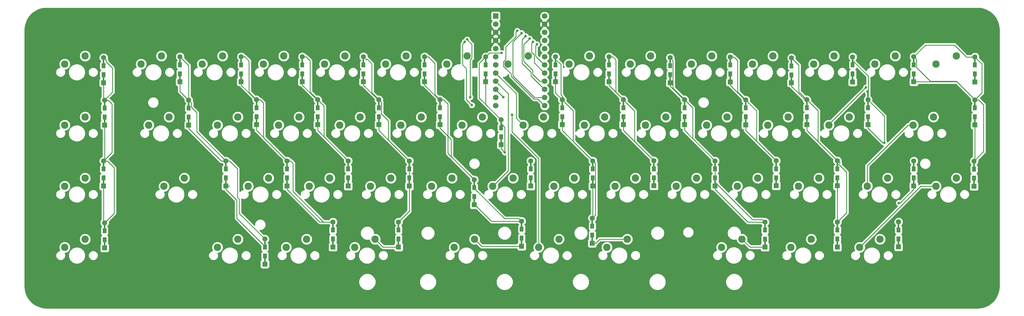
<source format=gtl>
G04 #@! TF.GenerationSoftware,KiCad,Pcbnew,(5.0.0)*
G04 #@! TF.CreationDate,2019-08-23T11:13:26-06:00*
G04 #@! TF.ProjectId,CK50,434B35302E6B696361645F7063620000,rev?*
G04 #@! TF.SameCoordinates,Original*
G04 #@! TF.FileFunction,Copper,L1,Top,Signal*
G04 #@! TF.FilePolarity,Positive*
%FSLAX46Y46*%
G04 Gerber Fmt 4.6, Leading zero omitted, Abs format (unit mm)*
G04 Created by KiCad (PCBNEW (5.0.0)) date 08/23/19 11:13:26*
%MOMM*%
%LPD*%
G01*
G04 APERTURE LIST*
G04 #@! TA.AperFunction,ComponentPad*
%ADD10C,2.286000*%
G04 #@! TD*
G04 #@! TA.AperFunction,ComponentPad*
%ADD11C,1.752600*%
G04 #@! TD*
G04 #@! TA.AperFunction,ComponentPad*
%ADD12R,1.752600X1.752600*%
G04 #@! TD*
G04 #@! TA.AperFunction,ComponentPad*
%ADD13R,1.600000X1.600000*%
G04 #@! TD*
G04 #@! TA.AperFunction,ComponentPad*
%ADD14C,1.600000*%
G04 #@! TD*
G04 #@! TA.AperFunction,Conductor*
%ADD15R,0.500000X2.500000*%
G04 #@! TD*
G04 #@! TA.AperFunction,SMDPad,CuDef*
%ADD16R,1.200000X1.600000*%
G04 #@! TD*
G04 #@! TA.AperFunction,ViaPad*
%ADD17C,0.800000*%
G04 #@! TD*
G04 #@! TA.AperFunction,Conductor*
%ADD18C,0.250000*%
G04 #@! TD*
G04 #@! TA.AperFunction,Conductor*
%ADD19C,0.254000*%
G04 #@! TD*
G04 APERTURE END LIST*
D10*
G04 #@! TO.P,K51,2*
G04 #@! TO.N,/row3*
X387781800Y-165303200D03*
G04 #@! TO.P,K51,1*
G04 #@! TO.N,Net-(D51-Pad1)*
X394131800Y-162763200D03*
G04 #@! TD*
G04 #@! TO.P,K45.2,2*
G04 #@! TO.N,/row3*
X352069400Y-165328600D03*
G04 #@! TO.P,K45.2,1*
G04 #@! TO.N,Net-(D45-Pad1)*
X358419400Y-162788600D03*
G04 #@! TD*
G04 #@! TO.P,K50,2*
G04 #@! TO.N,/row3*
X304444400Y-165328600D03*
G04 #@! TO.P,K50,1*
G04 #@! TO.N,Net-(D50-Pad1)*
X310794400Y-162788600D03*
G04 #@! TD*
G04 #@! TO.P,K49,2*
G04 #@! TO.N,/row3*
X273507200Y-165328600D03*
G04 #@! TO.P,K49,1*
G04 #@! TO.N,Net-(D49-Pad1)*
X279857200Y-162788600D03*
G04 #@! TD*
D11*
G04 #@! TO.P,U0,24*
G04 #@! TO.N,Net-(U0-Pad24)*
X332638400Y-93248480D03*
G04 #@! TO.P,U0,12*
G04 #@! TO.N,/col1*
X317398400Y-121188480D03*
G04 #@! TO.P,U0,23*
G04 #@! TO.N,GND*
X332638400Y-95788480D03*
G04 #@! TO.P,U0,22*
G04 #@! TO.N,Net-(U0-Pad22)*
X332638400Y-98328480D03*
G04 #@! TO.P,U0,21*
G04 #@! TO.N,VCC*
X332638400Y-100868480D03*
G04 #@! TO.P,U0,20*
G04 #@! TO.N,/col6*
X332638400Y-103408480D03*
G04 #@! TO.P,U0,19*
G04 #@! TO.N,/col7*
X332638400Y-105948480D03*
G04 #@! TO.P,U0,18*
G04 #@! TO.N,/col8*
X332638400Y-108488480D03*
G04 #@! TO.P,U0,17*
G04 #@! TO.N,/col9*
X332638400Y-111028480D03*
G04 #@! TO.P,U0,16*
G04 #@! TO.N,/col10*
X332638400Y-113568480D03*
G04 #@! TO.P,U0,15*
G04 #@! TO.N,/col11*
X332638400Y-116108480D03*
G04 #@! TO.P,U0,14*
G04 #@! TO.N,/col12*
X332638400Y-118648480D03*
G04 #@! TO.P,U0,13*
G04 #@! TO.N,/col13*
X332638400Y-121188480D03*
G04 #@! TO.P,U0,11*
G04 #@! TO.N,/col0*
X317398400Y-118648480D03*
G04 #@! TO.P,U0,10*
G04 #@! TO.N,/row3*
X317398400Y-116108480D03*
G04 #@! TO.P,U0,9*
G04 #@! TO.N,/row2*
X317398400Y-113568480D03*
G04 #@! TO.P,U0,8*
G04 #@! TO.N,/row1*
X317398400Y-111028480D03*
G04 #@! TO.P,U0,7*
G04 #@! TO.N,/row0*
X317398400Y-108488480D03*
G04 #@! TO.P,U0,6*
G04 #@! TO.N,/col5*
X317398400Y-105948480D03*
G04 #@! TO.P,U0,5*
G04 #@! TO.N,/col4*
X317398400Y-103408480D03*
G04 #@! TO.P,U0,4*
G04 #@! TO.N,GND*
X317398400Y-100868480D03*
G04 #@! TO.P,U0,3*
X317398400Y-98328480D03*
G04 #@! TO.P,U0,2*
G04 #@! TO.N,/col3*
X317398400Y-95788480D03*
D12*
G04 #@! TO.P,U0,1*
G04 #@! TO.N,/col2*
X317398400Y-93248480D03*
G04 #@! TD*
D10*
G04 #@! TO.P,K41,2*
G04 #@! TO.N,/row2*
X447436496Y-127238016D03*
G04 #@! TO.P,K41,1*
G04 #@! TO.N,/col13*
X453786496Y-124698016D03*
G04 #@! TD*
G04 #@! TO.P,K26,2*
G04 #@! TO.N,/row1*
X421242768Y-127238016D03*
G04 #@! TO.P,K26,1*
G04 #@! TO.N,/col12*
X427592768Y-124698016D03*
G04 #@! TD*
D13*
G04 #@! TO.P,D0,1*
G04 #@! TO.N,/col0*
X195262336Y-114002248D03*
D14*
G04 #@! TO.P,D0,2*
X195262336Y-106202248D03*
D15*
G04 #@! TD*
G04 #@! TO.N,/col0*
G04 #@! TO.C,D0*
X195262336Y-112802248D03*
D16*
G04 #@! TO.P,D0,1*
G04 #@! TO.N,/col0*
X195262336Y-111502248D03*
G04 #@! TO.P,D0,2*
X195262336Y-108702248D03*
D15*
G04 #@! TD*
G04 #@! TO.N,/col0*
G04 #@! TO.C,D0*
X195262336Y-107402248D03*
D13*
G04 #@! TO.P,D1,1*
G04 #@! TO.N,/col1*
X219074816Y-113704592D03*
D14*
G04 #@! TO.P,D1,2*
X219074816Y-105904592D03*
D15*
G04 #@! TD*
G04 #@! TO.N,/col1*
G04 #@! TO.C,D1*
X219074816Y-112504592D03*
D16*
G04 #@! TO.P,D1,1*
G04 #@! TO.N,/col1*
X219074816Y-111204592D03*
G04 #@! TO.P,D1,2*
X219074816Y-108404592D03*
D15*
G04 #@! TD*
G04 #@! TO.N,/col1*
G04 #@! TO.C,D1*
X219074816Y-107104592D03*
D13*
G04 #@! TO.P,D2,1*
G04 #@! TO.N,/col2*
X238124800Y-113704592D03*
D14*
G04 #@! TO.P,D2,2*
X238124800Y-105904592D03*
D15*
G04 #@! TD*
G04 #@! TO.N,/col2*
G04 #@! TO.C,D2*
X238124800Y-112504592D03*
D16*
G04 #@! TO.P,D2,1*
G04 #@! TO.N,/col2*
X238124800Y-111204592D03*
G04 #@! TO.P,D2,2*
X238124800Y-108404592D03*
D15*
G04 #@! TD*
G04 #@! TO.N,/col2*
G04 #@! TO.C,D2*
X238124800Y-107104592D03*
D13*
G04 #@! TO.P,D3,1*
G04 #@! TO.N,/col3*
X257174784Y-113704592D03*
D14*
G04 #@! TO.P,D3,2*
X257174784Y-105904592D03*
D15*
G04 #@! TD*
G04 #@! TO.N,/col3*
G04 #@! TO.C,D3*
X257174784Y-112504592D03*
D16*
G04 #@! TO.P,D3,1*
G04 #@! TO.N,/col3*
X257174784Y-111204592D03*
G04 #@! TO.P,D3,2*
X257174784Y-108404592D03*
D15*
G04 #@! TD*
G04 #@! TO.N,/col3*
G04 #@! TO.C,D3*
X257174784Y-107104592D03*
D13*
G04 #@! TO.P,D4,1*
G04 #@! TO.N,/col4*
X276224768Y-113704592D03*
D14*
G04 #@! TO.P,D4,2*
X276224768Y-105904592D03*
D15*
G04 #@! TD*
G04 #@! TO.N,/col4*
G04 #@! TO.C,D4*
X276224768Y-112504592D03*
D16*
G04 #@! TO.P,D4,1*
G04 #@! TO.N,/col4*
X276224768Y-111204592D03*
G04 #@! TO.P,D4,2*
X276224768Y-108404592D03*
D15*
G04 #@! TD*
G04 #@! TO.N,/col4*
G04 #@! TO.C,D4*
X276224768Y-107104592D03*
G04 #@! TO.N,/col5*
G04 #@! TO.C,D5*
X295274752Y-107104592D03*
D16*
G04 #@! TD*
G04 #@! TO.P,D5,2*
G04 #@! TO.N,/col5*
X295274752Y-108404592D03*
G04 #@! TO.P,D5,1*
G04 #@! TO.N,/col5*
X295274752Y-111204592D03*
D15*
G04 #@! TD*
G04 #@! TO.N,/col5*
G04 #@! TO.C,D5*
X295274752Y-112504592D03*
D14*
G04 #@! TO.P,D5,2*
G04 #@! TO.N,/col5*
X295274752Y-105904592D03*
D13*
G04 #@! TO.P,D5,1*
X295274752Y-113704592D03*
G04 #@! TD*
G04 #@! TO.P,D6,1*
G04 #@! TO.N,/col6*
X314324736Y-113735064D03*
D14*
G04 #@! TO.P,D6,2*
X314324736Y-105935064D03*
D15*
G04 #@! TD*
G04 #@! TO.N,/col6*
G04 #@! TO.C,D6*
X314324736Y-112535064D03*
D16*
G04 #@! TO.P,D6,1*
G04 #@! TO.N,/col6*
X314324736Y-111235064D03*
G04 #@! TO.P,D6,2*
X314324736Y-108435064D03*
D15*
G04 #@! TD*
G04 #@! TO.N,/col6*
G04 #@! TO.C,D6*
X314324736Y-107135064D03*
D13*
G04 #@! TO.P,D7,1*
G04 #@! TO.N,/col7*
X336053624Y-113735064D03*
D14*
G04 #@! TO.P,D7,2*
X336053624Y-105935064D03*
D15*
G04 #@! TD*
G04 #@! TO.N,/col7*
G04 #@! TO.C,D7*
X336053624Y-112535064D03*
D16*
G04 #@! TO.P,D7,1*
G04 #@! TO.N,/col7*
X336053624Y-111235064D03*
G04 #@! TO.P,D7,2*
X336053624Y-108435064D03*
D15*
G04 #@! TD*
G04 #@! TO.N,/col7*
G04 #@! TO.C,D7*
X336053624Y-107135064D03*
G04 #@! TO.N,/col8*
G04 #@! TO.C,D8*
X352722360Y-107104592D03*
D16*
G04 #@! TD*
G04 #@! TO.P,D8,2*
G04 #@! TO.N,/col8*
X352722360Y-108404592D03*
G04 #@! TO.P,D8,1*
G04 #@! TO.N,/col8*
X352722360Y-111204592D03*
D15*
G04 #@! TD*
G04 #@! TO.N,/col8*
G04 #@! TO.C,D8*
X352722360Y-112504592D03*
D14*
G04 #@! TO.P,D8,2*
G04 #@! TO.N,/col8*
X352722360Y-105904592D03*
D13*
G04 #@! TO.P,D8,1*
X352722360Y-113704592D03*
G04 #@! TD*
D15*
G04 #@! TO.N,/col9*
G04 #@! TO.C,D9*
X371772344Y-107402248D03*
D16*
G04 #@! TD*
G04 #@! TO.P,D9,2*
G04 #@! TO.N,/col9*
X371772344Y-108702248D03*
G04 #@! TO.P,D9,1*
G04 #@! TO.N,/col9*
X371772344Y-111502248D03*
D15*
G04 #@! TD*
G04 #@! TO.N,/col9*
G04 #@! TO.C,D9*
X371772344Y-112802248D03*
D14*
G04 #@! TO.P,D9,2*
G04 #@! TO.N,/col9*
X371772344Y-106202248D03*
D13*
G04 #@! TO.P,D9,1*
X371772344Y-114002248D03*
G04 #@! TD*
G04 #@! TO.P,D10,1*
G04 #@! TO.N,/col10*
X390524672Y-113765536D03*
D14*
G04 #@! TO.P,D10,2*
X390524672Y-105965536D03*
D15*
G04 #@! TD*
G04 #@! TO.N,/col10*
G04 #@! TO.C,D10*
X390524672Y-112565536D03*
D16*
G04 #@! TO.P,D10,1*
G04 #@! TO.N,/col10*
X390524672Y-111265536D03*
G04 #@! TO.P,D10,2*
X390524672Y-108465536D03*
D15*
G04 #@! TD*
G04 #@! TO.N,/col10*
G04 #@! TO.C,D10*
X390524672Y-107165536D03*
G04 #@! TO.N,/col11*
G04 #@! TO.C,D11*
X409574656Y-107463192D03*
D16*
G04 #@! TD*
G04 #@! TO.P,D11,2*
G04 #@! TO.N,/col11*
X409574656Y-108763192D03*
G04 #@! TO.P,D11,1*
G04 #@! TO.N,/col11*
X409574656Y-111563192D03*
D15*
G04 #@! TD*
G04 #@! TO.N,/col11*
G04 #@! TO.C,D11*
X409574656Y-112863192D03*
D14*
G04 #@! TO.P,D11,2*
G04 #@! TO.N,/col11*
X409574656Y-106263192D03*
D13*
G04 #@! TO.P,D11,1*
X409574656Y-114063192D03*
G04 #@! TD*
G04 #@! TO.P,D12,1*
G04 #@! TO.N,/col12*
X428624640Y-113765536D03*
D14*
G04 #@! TO.P,D12,2*
X428624640Y-105965536D03*
D15*
G04 #@! TD*
G04 #@! TO.N,/col12*
G04 #@! TO.C,D12*
X428624640Y-112565536D03*
D16*
G04 #@! TO.P,D12,1*
G04 #@! TO.N,/col12*
X428624640Y-111265536D03*
G04 #@! TO.P,D12,2*
X428624640Y-108465536D03*
D15*
G04 #@! TD*
G04 #@! TO.N,/col12*
G04 #@! TO.C,D12*
X428624640Y-107165536D03*
D13*
G04 #@! TO.P,D13,1*
G04 #@! TO.N,/col13*
X466724608Y-113765536D03*
D14*
G04 #@! TO.P,D13,2*
X466724608Y-105965536D03*
D15*
G04 #@! TD*
G04 #@! TO.N,/col13*
G04 #@! TO.C,D13*
X466724608Y-112565536D03*
D16*
G04 #@! TO.P,D13,1*
G04 #@! TO.N,/col13*
X466724608Y-111265536D03*
G04 #@! TO.P,D13,2*
X466724608Y-108465536D03*
D15*
G04 #@! TD*
G04 #@! TO.N,/col13*
G04 #@! TO.C,D13*
X466724608Y-107165536D03*
D13*
G04 #@! TO.P,D14,1*
G04 #@! TO.N,/col0*
X195559992Y-127217864D03*
D14*
G04 #@! TO.P,D14,2*
X195559992Y-119417864D03*
D15*
G04 #@! TD*
G04 #@! TO.N,/col0*
G04 #@! TO.C,D14*
X195559992Y-126017864D03*
D16*
G04 #@! TO.P,D14,1*
G04 #@! TO.N,/col0*
X195559992Y-124717864D03*
G04 #@! TO.P,D14,2*
X195559992Y-121917864D03*
D15*
G04 #@! TD*
G04 #@! TO.N,/col0*
G04 #@! TO.C,D14*
X195559992Y-120617864D03*
G04 #@! TO.N,/col1*
G04 #@! TO.C,D15*
X221753720Y-120617864D03*
D16*
G04 #@! TD*
G04 #@! TO.P,D15,2*
G04 #@! TO.N,/col1*
X221753720Y-121917864D03*
G04 #@! TO.P,D15,1*
G04 #@! TO.N,/col1*
X221753720Y-124717864D03*
D15*
G04 #@! TD*
G04 #@! TO.N,/col1*
G04 #@! TO.C,D15*
X221753720Y-126017864D03*
D14*
G04 #@! TO.P,D15,2*
G04 #@! TO.N,/col1*
X221753720Y-119417864D03*
D13*
G04 #@! TO.P,D15,1*
X221753720Y-127217864D03*
G04 #@! TD*
G04 #@! TO.P,D16,1*
G04 #@! TO.N,/col2*
X242887296Y-127099112D03*
D14*
G04 #@! TO.P,D16,2*
X242887296Y-119299112D03*
D15*
G04 #@! TD*
G04 #@! TO.N,/col2*
G04 #@! TO.C,D16*
X242887296Y-125899112D03*
D16*
G04 #@! TO.P,D16,1*
G04 #@! TO.N,/col2*
X242887296Y-124599112D03*
G04 #@! TO.P,D16,2*
X242887296Y-121799112D03*
D15*
G04 #@! TD*
G04 #@! TO.N,/col2*
G04 #@! TO.C,D16*
X242887296Y-120499112D03*
G04 #@! TO.N,/col3*
G04 #@! TO.C,D17*
X261937280Y-120499112D03*
D16*
G04 #@! TD*
G04 #@! TO.P,D17,2*
G04 #@! TO.N,/col3*
X261937280Y-121799112D03*
G04 #@! TO.P,D17,1*
G04 #@! TO.N,/col3*
X261937280Y-124599112D03*
D15*
G04 #@! TD*
G04 #@! TO.N,/col3*
G04 #@! TO.C,D17*
X261937280Y-125899112D03*
D14*
G04 #@! TO.P,D17,2*
G04 #@! TO.N,/col3*
X261937280Y-119299112D03*
D13*
G04 #@! TO.P,D17,1*
X261937280Y-127099112D03*
G04 #@! TD*
G04 #@! TO.P,D18,1*
G04 #@! TO.N,/col4*
X280987264Y-127099112D03*
D14*
G04 #@! TO.P,D18,2*
X280987264Y-119299112D03*
D15*
G04 #@! TD*
G04 #@! TO.N,/col4*
G04 #@! TO.C,D18*
X280987264Y-125899112D03*
D16*
G04 #@! TO.P,D18,1*
G04 #@! TO.N,/col4*
X280987264Y-124599112D03*
G04 #@! TO.P,D18,2*
X280987264Y-121799112D03*
D15*
G04 #@! TD*
G04 #@! TO.N,/col4*
G04 #@! TO.C,D18*
X280987264Y-120499112D03*
D13*
G04 #@! TO.P,D19,1*
G04 #@! TO.N,/col5*
X300037248Y-127099112D03*
D14*
G04 #@! TO.P,D19,2*
X300037248Y-119299112D03*
D15*
G04 #@! TD*
G04 #@! TO.N,/col5*
G04 #@! TO.C,D19*
X300037248Y-125899112D03*
D16*
G04 #@! TO.P,D19,1*
G04 #@! TO.N,/col5*
X300037248Y-124599112D03*
G04 #@! TO.P,D19,2*
X300037248Y-121799112D03*
D15*
G04 #@! TD*
G04 #@! TO.N,/col5*
G04 #@! TO.C,D19*
X300037248Y-120499112D03*
G04 #@! TO.N,/col6*
G04 #@! TO.C,D20*
X319087232Y-126749888D03*
D16*
G04 #@! TD*
G04 #@! TO.P,D20,2*
G04 #@! TO.N,/col6*
X319087232Y-128049888D03*
G04 #@! TO.P,D20,1*
G04 #@! TO.N,/col6*
X319087232Y-130849888D03*
D15*
G04 #@! TD*
G04 #@! TO.N,/col6*
G04 #@! TO.C,D20*
X319087232Y-132149888D03*
D14*
G04 #@! TO.P,D20,2*
G04 #@! TO.N,/col6*
X319087232Y-125549888D03*
D13*
G04 #@! TO.P,D20,1*
X319087232Y-133349888D03*
G04 #@! TD*
D15*
G04 #@! TO.N,/col7*
G04 #@! TO.C,D21*
X338137216Y-120499112D03*
D16*
G04 #@! TD*
G04 #@! TO.P,D21,2*
G04 #@! TO.N,/col7*
X338137216Y-121799112D03*
G04 #@! TO.P,D21,1*
G04 #@! TO.N,/col7*
X338137216Y-124599112D03*
D15*
G04 #@! TD*
G04 #@! TO.N,/col7*
G04 #@! TO.C,D21*
X338137216Y-125899112D03*
D14*
G04 #@! TO.P,D21,2*
G04 #@! TO.N,/col7*
X338137216Y-119299112D03*
D13*
G04 #@! TO.P,D21,1*
X338137216Y-127099112D03*
G04 #@! TD*
D15*
G04 #@! TO.N,/col8*
G04 #@! TO.C,D22*
X357187200Y-120499112D03*
D16*
G04 #@! TD*
G04 #@! TO.P,D22,2*
G04 #@! TO.N,/col8*
X357187200Y-121799112D03*
G04 #@! TO.P,D22,1*
G04 #@! TO.N,/col8*
X357187200Y-124599112D03*
D15*
G04 #@! TD*
G04 #@! TO.N,/col8*
G04 #@! TO.C,D22*
X357187200Y-125899112D03*
D14*
G04 #@! TO.P,D22,2*
G04 #@! TO.N,/col8*
X357187200Y-119299112D03*
D13*
G04 #@! TO.P,D22,1*
X357187200Y-127099112D03*
G04 #@! TD*
D15*
G04 #@! TO.N,/col9*
G04 #@! TO.C,D23*
X376237184Y-120499112D03*
D16*
G04 #@! TD*
G04 #@! TO.P,D23,2*
G04 #@! TO.N,/col9*
X376237184Y-121799112D03*
G04 #@! TO.P,D23,1*
G04 #@! TO.N,/col9*
X376237184Y-124599112D03*
D15*
G04 #@! TD*
G04 #@! TO.N,/col9*
G04 #@! TO.C,D23*
X376237184Y-125899112D03*
D14*
G04 #@! TO.P,D23,2*
G04 #@! TO.N,/col9*
X376237184Y-119299112D03*
D13*
G04 #@! TO.P,D23,1*
X376237184Y-127099112D03*
G04 #@! TD*
G04 #@! TO.P,D24,1*
G04 #@! TO.N,/col10*
X395287168Y-127160056D03*
D14*
G04 #@! TO.P,D24,2*
X395287168Y-119360056D03*
D15*
G04 #@! TD*
G04 #@! TO.N,/col10*
G04 #@! TO.C,D24*
X395287168Y-125960056D03*
D16*
G04 #@! TO.P,D24,1*
G04 #@! TO.N,/col10*
X395287168Y-124660056D03*
G04 #@! TO.P,D24,2*
X395287168Y-121860056D03*
D15*
G04 #@! TD*
G04 #@! TO.N,/col10*
G04 #@! TO.C,D24*
X395287168Y-120560056D03*
D13*
G04 #@! TO.P,D25,1*
G04 #@! TO.N,/col11*
X414337152Y-127099112D03*
D14*
G04 #@! TO.P,D25,2*
X414337152Y-119299112D03*
D15*
G04 #@! TD*
G04 #@! TO.N,/col11*
G04 #@! TO.C,D25*
X414337152Y-125899112D03*
D16*
G04 #@! TO.P,D25,1*
G04 #@! TO.N,/col11*
X414337152Y-124599112D03*
G04 #@! TO.P,D25,2*
X414337152Y-121799112D03*
D15*
G04 #@! TD*
G04 #@! TO.N,/col11*
G04 #@! TO.C,D25*
X414337152Y-120499112D03*
D13*
G04 #@! TO.P,D26,1*
G04 #@! TO.N,/col12*
X433387136Y-127099112D03*
D14*
G04 #@! TO.P,D26,2*
X433387136Y-119299112D03*
D15*
G04 #@! TD*
G04 #@! TO.N,/col12*
G04 #@! TO.C,D26*
X433387136Y-125899112D03*
D16*
G04 #@! TO.P,D26,1*
G04 #@! TO.N,/col12*
X433387136Y-124599112D03*
G04 #@! TO.P,D26,2*
X433387136Y-121799112D03*
D15*
G04 #@! TD*
G04 #@! TO.N,/col12*
G04 #@! TO.C,D26*
X433387136Y-120499112D03*
G04 #@! TO.N,/col13*
G04 #@! TO.C,D27*
X447674624Y-107104592D03*
D16*
G04 #@! TD*
G04 #@! TO.P,D27,2*
G04 #@! TO.N,/col13*
X447674624Y-108404592D03*
G04 #@! TO.P,D27,1*
G04 #@! TO.N,/col13*
X447674624Y-111204592D03*
D15*
G04 #@! TD*
G04 #@! TO.N,/col13*
G04 #@! TO.C,D27*
X447674624Y-112504592D03*
D14*
G04 #@! TO.P,D27,2*
G04 #@! TO.N,/col13*
X447674624Y-105904592D03*
D13*
G04 #@! TO.P,D27,1*
X447674624Y-113704592D03*
G04 #@! TD*
D15*
G04 #@! TO.N,/col0*
G04 #@! TO.C,D28*
X195262336Y-139610040D03*
D16*
G04 #@! TD*
G04 #@! TO.P,D28,2*
G04 #@! TO.N,/col0*
X195262336Y-140910040D03*
G04 #@! TO.P,D28,1*
G04 #@! TO.N,/col0*
X195262336Y-143710040D03*
D15*
G04 #@! TD*
G04 #@! TO.N,/col0*
G04 #@! TO.C,D28*
X195262336Y-145010040D03*
D14*
G04 #@! TO.P,D28,2*
G04 #@! TO.N,/col0*
X195262336Y-138410040D03*
D13*
G04 #@! TO.P,D28,1*
X195262336Y-146210040D03*
G04 #@! TD*
G04 #@! TO.P,D29,1*
G04 #@! TO.N,/col1*
X233362304Y-146210040D03*
D14*
G04 #@! TO.P,D29,2*
X233362304Y-138410040D03*
D15*
G04 #@! TD*
G04 #@! TO.N,/col1*
G04 #@! TO.C,D29*
X233362304Y-145010040D03*
D16*
G04 #@! TO.P,D29,1*
G04 #@! TO.N,/col1*
X233362304Y-143710040D03*
G04 #@! TO.P,D29,2*
X233362304Y-140910040D03*
D15*
G04 #@! TD*
G04 #@! TO.N,/col1*
G04 #@! TO.C,D29*
X233362304Y-139610040D03*
G04 #@! TO.N,/col2*
G04 #@! TO.C,D30*
X252412288Y-139610040D03*
D16*
G04 #@! TD*
G04 #@! TO.P,D30,2*
G04 #@! TO.N,/col2*
X252412288Y-140910040D03*
G04 #@! TO.P,D30,1*
G04 #@! TO.N,/col2*
X252412288Y-143710040D03*
D15*
G04 #@! TD*
G04 #@! TO.N,/col2*
G04 #@! TO.C,D30*
X252412288Y-145010040D03*
D14*
G04 #@! TO.P,D30,2*
G04 #@! TO.N,/col2*
X252412288Y-138410040D03*
D13*
G04 #@! TO.P,D30,1*
X252412288Y-146210040D03*
G04 #@! TD*
G04 #@! TO.P,D31,1*
G04 #@! TO.N,Net-(D31-Pad1)*
X271462272Y-146210040D03*
D14*
G04 #@! TO.P,D31,2*
G04 #@! TO.N,/col3*
X271462272Y-138410040D03*
D15*
G04 #@! TD*
G04 #@! TO.N,Net-(D31-Pad1)*
G04 #@! TO.C,D31*
X271462272Y-145010040D03*
D16*
G04 #@! TO.P,D31,1*
G04 #@! TO.N,Net-(D31-Pad1)*
X271462272Y-143710040D03*
G04 #@! TO.P,D31,2*
G04 #@! TO.N,/col3*
X271462272Y-140910040D03*
D15*
G04 #@! TD*
G04 #@! TO.N,/col3*
G04 #@! TO.C,D31*
X271462272Y-139610040D03*
G04 #@! TO.N,/col4*
G04 #@! TO.C,D32*
X290512256Y-139610040D03*
D16*
G04 #@! TD*
G04 #@! TO.P,D32,2*
G04 #@! TO.N,/col4*
X290512256Y-140910040D03*
G04 #@! TO.P,D32,1*
G04 #@! TO.N,/col4*
X290512256Y-143710040D03*
D15*
G04 #@! TD*
G04 #@! TO.N,/col4*
G04 #@! TO.C,D32*
X290512256Y-145010040D03*
D14*
G04 #@! TO.P,D32,2*
G04 #@! TO.N,/col4*
X290512256Y-138410040D03*
D13*
G04 #@! TO.P,D32,1*
X290512256Y-146210040D03*
G04 #@! TD*
G04 #@! TO.P,D33,1*
G04 #@! TO.N,/col5*
X310750000Y-152050000D03*
D14*
G04 #@! TO.P,D33,2*
X310750000Y-144250000D03*
D15*
G04 #@! TD*
G04 #@! TO.N,/col5*
G04 #@! TO.C,D33*
X310750000Y-150850000D03*
D16*
G04 #@! TO.P,D33,1*
G04 #@! TO.N,/col5*
X310750000Y-149550000D03*
G04 #@! TO.P,D33,2*
X310750000Y-146750000D03*
D15*
G04 #@! TD*
G04 #@! TO.N,/col5*
G04 #@! TO.C,D33*
X310750000Y-145450000D03*
G04 #@! TO.N,/col6*
G04 #@! TO.C,D34*
X328314568Y-139610040D03*
D16*
G04 #@! TD*
G04 #@! TO.P,D34,2*
G04 #@! TO.N,/col6*
X328314568Y-140910040D03*
G04 #@! TO.P,D34,1*
G04 #@! TO.N,Net-(D34-Pad1)*
X328314568Y-143710040D03*
D15*
G04 #@! TD*
G04 #@! TO.N,Net-(D34-Pad1)*
G04 #@! TO.C,D34*
X328314568Y-145010040D03*
D14*
G04 #@! TO.P,D34,2*
G04 #@! TO.N,/col6*
X328314568Y-138410040D03*
D13*
G04 #@! TO.P,D34,1*
G04 #@! TO.N,Net-(D34-Pad1)*
X328314568Y-146210040D03*
G04 #@! TD*
G04 #@! TO.P,D35,1*
G04 #@! TO.N,/col7*
X347662208Y-146210040D03*
D14*
G04 #@! TO.P,D35,2*
X347662208Y-138410040D03*
D15*
G04 #@! TD*
G04 #@! TO.N,/col7*
G04 #@! TO.C,D35*
X347662208Y-145010040D03*
D16*
G04 #@! TO.P,D35,1*
G04 #@! TO.N,/col7*
X347662208Y-143710040D03*
G04 #@! TO.P,D35,2*
X347662208Y-140910040D03*
D15*
G04 #@! TD*
G04 #@! TO.N,/col7*
G04 #@! TO.C,D35*
X347662208Y-139610040D03*
G04 #@! TO.N,/col8*
G04 #@! TO.C,D36*
X366712192Y-139549096D03*
D16*
G04 #@! TD*
G04 #@! TO.P,D36,2*
G04 #@! TO.N,/col8*
X366712192Y-140849096D03*
G04 #@! TO.P,D36,1*
G04 #@! TO.N,Net-(D36-Pad1)*
X366712192Y-143649096D03*
D15*
G04 #@! TD*
G04 #@! TO.N,Net-(D36-Pad1)*
G04 #@! TO.C,D36*
X366712192Y-144949096D03*
D14*
G04 #@! TO.P,D36,2*
G04 #@! TO.N,/col8*
X366712192Y-138349096D03*
D13*
G04 #@! TO.P,D36,1*
G04 #@! TO.N,Net-(D36-Pad1)*
X366712192Y-146149096D03*
G04 #@! TD*
D15*
G04 #@! TO.N,/col9*
G04 #@! TO.C,D37*
X385762176Y-139610040D03*
D16*
G04 #@! TD*
G04 #@! TO.P,D37,2*
G04 #@! TO.N,/col9*
X385762176Y-140910040D03*
G04 #@! TO.P,D37,1*
G04 #@! TO.N,/col9*
X385762176Y-143710040D03*
D15*
G04 #@! TD*
G04 #@! TO.N,/col9*
G04 #@! TO.C,D37*
X385762176Y-145010040D03*
D14*
G04 #@! TO.P,D37,2*
G04 #@! TO.N,/col9*
X385762176Y-138410040D03*
D13*
G04 #@! TO.P,D37,1*
X385762176Y-146210040D03*
G04 #@! TD*
G04 #@! TO.P,D38,1*
G04 #@! TO.N,Net-(D38-Pad1)*
X404812160Y-146149096D03*
D14*
G04 #@! TO.P,D38,2*
G04 #@! TO.N,/col10*
X404812160Y-138349096D03*
D15*
G04 #@! TD*
G04 #@! TO.N,Net-(D38-Pad1)*
G04 #@! TO.C,D38*
X404812160Y-144949096D03*
D16*
G04 #@! TO.P,D38,1*
G04 #@! TO.N,Net-(D38-Pad1)*
X404812160Y-143649096D03*
G04 #@! TO.P,D38,2*
G04 #@! TO.N,/col10*
X404812160Y-140849096D03*
D15*
G04 #@! TD*
G04 #@! TO.N,/col10*
G04 #@! TO.C,D38*
X404812160Y-139549096D03*
G04 #@! TO.N,/col11*
G04 #@! TO.C,D39*
X423862144Y-139549096D03*
D16*
G04 #@! TD*
G04 #@! TO.P,D39,2*
G04 #@! TO.N,/col11*
X423862144Y-140849096D03*
G04 #@! TO.P,D39,1*
G04 #@! TO.N,/col11*
X423862144Y-143649096D03*
D15*
G04 #@! TD*
G04 #@! TO.N,/col11*
G04 #@! TO.C,D39*
X423862144Y-144949096D03*
D14*
G04 #@! TO.P,D39,2*
G04 #@! TO.N,/col11*
X423862144Y-138349096D03*
D13*
G04 #@! TO.P,D39,1*
X423862144Y-146149096D03*
G04 #@! TD*
G04 #@! TO.P,D40,1*
G04 #@! TO.N,/col12*
X447674624Y-146210040D03*
D14*
G04 #@! TO.P,D40,2*
X447674624Y-138410040D03*
D15*
G04 #@! TD*
G04 #@! TO.N,/col12*
G04 #@! TO.C,D40*
X447674624Y-145010040D03*
D16*
G04 #@! TO.P,D40,1*
G04 #@! TO.N,/col12*
X447674624Y-143710040D03*
G04 #@! TO.P,D40,2*
X447674624Y-140910040D03*
D15*
G04 #@! TD*
G04 #@! TO.N,/col12*
G04 #@! TO.C,D40*
X447674624Y-139610040D03*
G04 #@! TO.N,/col13*
G04 #@! TO.C,D41*
X466724608Y-120560056D03*
D16*
G04 #@! TD*
G04 #@! TO.P,D41,2*
G04 #@! TO.N,/col13*
X466724608Y-121860056D03*
G04 #@! TO.P,D41,1*
G04 #@! TO.N,/col13*
X466724608Y-124660056D03*
D15*
G04 #@! TD*
G04 #@! TO.N,/col13*
G04 #@! TO.C,D41*
X466724608Y-125960056D03*
D14*
G04 #@! TO.P,D41,2*
G04 #@! TO.N,/col13*
X466724608Y-119360056D03*
D13*
G04 #@! TO.P,D41,1*
X466724608Y-127160056D03*
G04 #@! TD*
G04 #@! TO.P,D43,1*
G04 #@! TO.N,Net-(D43-Pad1)*
X245500000Y-170550000D03*
D14*
G04 #@! TO.P,D43,2*
G04 #@! TO.N,/col1*
X245500000Y-162750000D03*
D15*
G04 #@! TD*
G04 #@! TO.N,Net-(D43-Pad1)*
G04 #@! TO.C,D43*
X245500000Y-169350000D03*
D16*
G04 #@! TO.P,D43,1*
G04 #@! TO.N,Net-(D43-Pad1)*
X245500000Y-168050000D03*
G04 #@! TO.P,D43,2*
G04 #@! TO.N,/col1*
X245500000Y-165250000D03*
D15*
G04 #@! TD*
G04 #@! TO.N,/col1*
G04 #@! TO.C,D43*
X245500000Y-163950000D03*
G04 #@! TO.N,/col2*
G04 #@! TO.C,D44*
X266699776Y-158629552D03*
D16*
G04 #@! TD*
G04 #@! TO.P,D44,2*
G04 #@! TO.N,/col2*
X266699776Y-159929552D03*
G04 #@! TO.P,D44,1*
G04 #@! TO.N,Net-(D44-Pad1)*
X266699776Y-162729552D03*
D15*
G04 #@! TD*
G04 #@! TO.N,Net-(D44-Pad1)*
G04 #@! TO.C,D44*
X266699776Y-164029552D03*
D14*
G04 #@! TO.P,D44,2*
G04 #@! TO.N,/col2*
X266699776Y-157429552D03*
D13*
G04 #@! TO.P,D44,1*
G04 #@! TO.N,Net-(D44-Pad1)*
X266699776Y-165229552D03*
G04 #@! TD*
G04 #@! TO.P,D45,1*
G04 #@! TO.N,Net-(D45-Pad1)*
X347500000Y-164050000D03*
D14*
G04 #@! TO.P,D45,2*
G04 #@! TO.N,/col7*
X347500000Y-156250000D03*
D15*
G04 #@! TD*
G04 #@! TO.N,Net-(D45-Pad1)*
G04 #@! TO.C,D45*
X347500000Y-162850000D03*
D16*
G04 #@! TO.P,D45,1*
G04 #@! TO.N,Net-(D45-Pad1)*
X347500000Y-161550000D03*
G04 #@! TO.P,D45,2*
G04 #@! TO.N,/col7*
X347500000Y-158750000D03*
D15*
G04 #@! TD*
G04 #@! TO.N,/col7*
G04 #@! TO.C,D45*
X347500000Y-157450000D03*
G04 #@! TO.N,/col11*
G04 #@! TO.C,D46*
X423862144Y-158660024D03*
D16*
G04 #@! TD*
G04 #@! TO.P,D46,2*
G04 #@! TO.N,/col11*
X423862144Y-159960024D03*
G04 #@! TO.P,D46,1*
G04 #@! TO.N,Net-(D46-Pad1)*
X423862144Y-162760024D03*
D15*
G04 #@! TD*
G04 #@! TO.N,Net-(D46-Pad1)*
G04 #@! TO.C,D46*
X423862144Y-164060024D03*
D14*
G04 #@! TO.P,D46,2*
G04 #@! TO.N,/col11*
X423862144Y-157460024D03*
D13*
G04 #@! TO.P,D46,1*
G04 #@! TO.N,Net-(D46-Pad1)*
X423862144Y-165260024D03*
G04 #@! TD*
G04 #@! TO.P,D47,1*
G04 #@! TO.N,Net-(D47-Pad1)*
X442912128Y-165199080D03*
D14*
G04 #@! TO.P,D47,2*
G04 #@! TO.N,/col12*
X442912128Y-157399080D03*
D15*
G04 #@! TD*
G04 #@! TO.N,Net-(D47-Pad1)*
G04 #@! TO.C,D47*
X442912128Y-163999080D03*
D16*
G04 #@! TO.P,D47,1*
G04 #@! TO.N,Net-(D47-Pad1)*
X442912128Y-162699080D03*
G04 #@! TO.P,D47,2*
G04 #@! TO.N,/col12*
X442912128Y-159899080D03*
D15*
G04 #@! TD*
G04 #@! TO.N,/col12*
G04 #@! TO.C,D47*
X442912128Y-158599080D03*
G04 #@! TO.N,/col13*
G04 #@! TO.C,D48*
X466426952Y-139667848D03*
D16*
G04 #@! TD*
G04 #@! TO.P,D48,2*
G04 #@! TO.N,/col13*
X466426952Y-140967848D03*
G04 #@! TO.P,D48,1*
G04 #@! TO.N,Net-(D48-Pad1)*
X466426952Y-143767848D03*
D15*
G04 #@! TD*
G04 #@! TO.N,Net-(D48-Pad1)*
G04 #@! TO.C,D48*
X466426952Y-145067848D03*
D14*
G04 #@! TO.P,D48,2*
G04 #@! TO.N,/col13*
X466426952Y-138467848D03*
D13*
G04 #@! TO.P,D48,1*
G04 #@! TO.N,Net-(D48-Pad1)*
X466426952Y-146267848D03*
G04 #@! TD*
G04 #@! TO.P,D420,1*
G04 #@! TO.N,Net-(D420-Pad1)*
X195559992Y-165496736D03*
D14*
G04 #@! TO.P,D420,2*
G04 #@! TO.N,/col0*
X195559992Y-157696736D03*
D15*
G04 #@! TD*
G04 #@! TO.N,Net-(D420-Pad1)*
G04 #@! TO.C,D420*
X195559992Y-164296736D03*
D16*
G04 #@! TO.P,D420,1*
G04 #@! TO.N,Net-(D420-Pad1)*
X195559992Y-162996736D03*
G04 #@! TO.P,D420,2*
G04 #@! TO.N,/col0*
X195559992Y-160196736D03*
D15*
G04 #@! TD*
G04 #@! TO.N,/col0*
G04 #@! TO.C,D420*
X195559992Y-158896736D03*
D10*
G04 #@! TO.P,K0,1*
G04 #@! TO.N,/col0*
X189468125Y-105648125D03*
G04 #@! TO.P,K0,2*
G04 #@! TO.N,/row0*
X183118125Y-108188125D03*
G04 #@! TD*
G04 #@! TO.P,K1,1*
G04 #@! TO.N,/col1*
X213280448Y-105648032D03*
G04 #@! TO.P,K1,2*
G04 #@! TO.N,/row0*
X206930448Y-108188032D03*
G04 #@! TD*
G04 #@! TO.P,K2,1*
G04 #@! TO.N,/col2*
X232330432Y-105648032D03*
G04 #@! TO.P,K2,2*
G04 #@! TO.N,/row0*
X225980432Y-108188032D03*
G04 #@! TD*
G04 #@! TO.P,K3,1*
G04 #@! TO.N,/col3*
X251380416Y-105648032D03*
G04 #@! TO.P,K3,2*
G04 #@! TO.N,/row0*
X245030416Y-108188032D03*
G04 #@! TD*
G04 #@! TO.P,K4,1*
G04 #@! TO.N,/col4*
X270430400Y-105648032D03*
G04 #@! TO.P,K4,2*
G04 #@! TO.N,/row0*
X264080400Y-108188032D03*
G04 #@! TD*
G04 #@! TO.P,K5,2*
G04 #@! TO.N,/row0*
X283130384Y-108188032D03*
G04 #@! TO.P,K5,1*
G04 #@! TO.N,/col5*
X289480384Y-105648032D03*
G04 #@! TD*
G04 #@! TO.P,K6,2*
G04 #@! TO.N,/row0*
X302180368Y-108188032D03*
G04 #@! TO.P,K6,1*
G04 #@! TO.N,/col6*
X308530368Y-105648032D03*
G04 #@! TD*
G04 #@! TO.P,K7,1*
G04 #@! TO.N,/col7*
X327580352Y-105648032D03*
G04 #@! TO.P,K7,2*
G04 #@! TO.N,/row0*
X321230352Y-108188032D03*
G04 #@! TD*
G04 #@! TO.P,K8,2*
G04 #@! TO.N,/row0*
X340280336Y-108188032D03*
G04 #@! TO.P,K8,1*
G04 #@! TO.N,/col8*
X346630336Y-105648032D03*
G04 #@! TD*
G04 #@! TO.P,K9,1*
G04 #@! TO.N,/col9*
X365680320Y-105648032D03*
G04 #@! TO.P,K9,2*
G04 #@! TO.N,/row0*
X359330320Y-108188032D03*
G04 #@! TD*
G04 #@! TO.P,K10,2*
G04 #@! TO.N,/row0*
X378380304Y-108188032D03*
G04 #@! TO.P,K10,1*
G04 #@! TO.N,/col10*
X384730304Y-105648032D03*
G04 #@! TD*
G04 #@! TO.P,K11,1*
G04 #@! TO.N,/col11*
X403780288Y-105648032D03*
G04 #@! TO.P,K11,2*
G04 #@! TO.N,/row0*
X397430288Y-108188032D03*
G04 #@! TD*
G04 #@! TO.P,K12,2*
G04 #@! TO.N,/row0*
X416480272Y-108188032D03*
G04 #@! TO.P,K12,1*
G04 #@! TO.N,/col12*
X422830272Y-105648032D03*
G04 #@! TD*
G04 #@! TO.P,K13,2*
G04 #@! TO.N,/row0*
X454580240Y-108188032D03*
G04 #@! TO.P,K13,1*
G04 #@! TO.N,/col13*
X460930240Y-105648032D03*
G04 #@! TD*
G04 #@! TO.P,K14,2*
G04 #@! TO.N,/row1*
X183117968Y-127238016D03*
G04 #@! TO.P,K14,1*
G04 #@! TO.N,/col0*
X189467968Y-124698016D03*
G04 #@! TD*
G04 #@! TO.P,K15,1*
G04 #@! TO.N,/col1*
X215661696Y-124698016D03*
G04 #@! TO.P,K15,2*
G04 #@! TO.N,/row1*
X209311696Y-127238016D03*
G04 #@! TD*
G04 #@! TO.P,K16,2*
G04 #@! TO.N,/row1*
X230742928Y-127238016D03*
G04 #@! TO.P,K16,1*
G04 #@! TO.N,/col2*
X237092928Y-124698016D03*
G04 #@! TD*
G04 #@! TO.P,K17,1*
G04 #@! TO.N,/col3*
X256142912Y-124698016D03*
G04 #@! TO.P,K17,2*
G04 #@! TO.N,/row1*
X249792912Y-127238016D03*
G04 #@! TD*
G04 #@! TO.P,K18,1*
G04 #@! TO.N,/col4*
X275192896Y-124698016D03*
G04 #@! TO.P,K18,2*
G04 #@! TO.N,/row1*
X268842896Y-127238016D03*
G04 #@! TD*
G04 #@! TO.P,K19,1*
G04 #@! TO.N,/col5*
X294242880Y-124698016D03*
G04 #@! TO.P,K19,2*
G04 #@! TO.N,/row1*
X287892880Y-127238016D03*
G04 #@! TD*
G04 #@! TO.P,K20,2*
G04 #@! TO.N,/row1*
X306942864Y-127238016D03*
G04 #@! TO.P,K20,1*
G04 #@! TO.N,/col6*
X313292864Y-124698016D03*
G04 #@! TD*
G04 #@! TO.P,K21,1*
G04 #@! TO.N,/col7*
X332342848Y-124698016D03*
G04 #@! TO.P,K21,2*
G04 #@! TO.N,/row1*
X325992848Y-127238016D03*
G04 #@! TD*
G04 #@! TO.P,K22,2*
G04 #@! TO.N,/row1*
X345042832Y-127238016D03*
G04 #@! TO.P,K22,1*
G04 #@! TO.N,/col8*
X351392832Y-124698016D03*
G04 #@! TD*
G04 #@! TO.P,K23,2*
G04 #@! TO.N,/row1*
X364092816Y-127238016D03*
G04 #@! TO.P,K23,1*
G04 #@! TO.N,/col9*
X370442816Y-124698016D03*
G04 #@! TD*
G04 #@! TO.P,K24,1*
G04 #@! TO.N,/col10*
X389492800Y-124698016D03*
G04 #@! TO.P,K24,2*
G04 #@! TO.N,/row1*
X383142800Y-127238016D03*
G04 #@! TD*
G04 #@! TO.P,K25,2*
G04 #@! TO.N,/row1*
X402192784Y-127238016D03*
G04 #@! TO.P,K25,1*
G04 #@! TO.N,/col11*
X408542784Y-124698016D03*
G04 #@! TD*
G04 #@! TO.P,K27,1*
G04 #@! TO.N,/col13*
X441880256Y-105648032D03*
G04 #@! TO.P,K27,2*
G04 #@! TO.N,/row1*
X435530256Y-108188032D03*
G04 #@! TD*
G04 #@! TO.P,K28,1*
G04 #@! TO.N,/col0*
X189467968Y-143748000D03*
G04 #@! TO.P,K28,2*
G04 #@! TO.N,/row2*
X183117968Y-146288000D03*
G04 #@! TD*
G04 #@! TO.P,K29,2*
G04 #@! TO.N,/row2*
X214074192Y-146288000D03*
G04 #@! TO.P,K29,1*
G04 #@! TO.N,/col1*
X220424192Y-143748000D03*
G04 #@! TD*
G04 #@! TO.P,K30,1*
G04 #@! TO.N,/col2*
X246617920Y-143748000D03*
G04 #@! TO.P,K30,2*
G04 #@! TO.N,/row2*
X240267920Y-146288000D03*
G04 #@! TD*
G04 #@! TO.P,K31,2*
G04 #@! TO.N,/row2*
X259317904Y-146288000D03*
G04 #@! TO.P,K31,1*
G04 #@! TO.N,Net-(D31-Pad1)*
X265667904Y-143748000D03*
G04 #@! TD*
G04 #@! TO.P,K32,2*
G04 #@! TO.N,/row2*
X278367888Y-146288000D03*
G04 #@! TO.P,K32,1*
G04 #@! TO.N,/col4*
X284717888Y-143748000D03*
G04 #@! TD*
G04 #@! TO.P,K33,2*
G04 #@! TO.N,/row2*
X297417872Y-146288000D03*
G04 #@! TO.P,K33,1*
G04 #@! TO.N,/col5*
X303767872Y-143748000D03*
G04 #@! TD*
G04 #@! TO.P,K34,2*
G04 #@! TO.N,/row2*
X316467856Y-146288000D03*
G04 #@! TO.P,K34,1*
G04 #@! TO.N,Net-(D34-Pad1)*
X322817856Y-143748000D03*
G04 #@! TD*
G04 #@! TO.P,K35,1*
G04 #@! TO.N,/col7*
X341867840Y-143748000D03*
G04 #@! TO.P,K35,2*
G04 #@! TO.N,/row2*
X335517840Y-146288000D03*
G04 #@! TD*
G04 #@! TO.P,K36,1*
G04 #@! TO.N,Net-(D36-Pad1)*
X360917824Y-143748000D03*
G04 #@! TO.P,K36,2*
G04 #@! TO.N,/row2*
X354567824Y-146288000D03*
G04 #@! TD*
G04 #@! TO.P,K37,2*
G04 #@! TO.N,/row2*
X373617808Y-146288000D03*
G04 #@! TO.P,K37,1*
G04 #@! TO.N,/col9*
X379967808Y-143748000D03*
G04 #@! TD*
G04 #@! TO.P,K38,1*
G04 #@! TO.N,Net-(D38-Pad1)*
X399017792Y-143748000D03*
G04 #@! TO.P,K38,2*
G04 #@! TO.N,/row2*
X392667792Y-146288000D03*
G04 #@! TD*
G04 #@! TO.P,K39,2*
G04 #@! TO.N,/row2*
X411717776Y-146288000D03*
G04 #@! TO.P,K39,1*
G04 #@! TO.N,/col11*
X418067776Y-143748000D03*
G04 #@! TD*
G04 #@! TO.P,K40,2*
G04 #@! TO.N,/row2*
X433149008Y-146288000D03*
G04 #@! TO.P,K40,1*
G04 #@! TO.N,/col12*
X439499008Y-143748000D03*
G04 #@! TD*
G04 #@! TO.P,K43,2*
G04 #@! TO.N,/row3*
X230742928Y-165337984D03*
G04 #@! TO.P,K43,1*
G04 #@! TO.N,Net-(D43-Pad1)*
X237092928Y-162797984D03*
G04 #@! TD*
G04 #@! TO.P,K44,2*
G04 #@! TO.N,/row3*
X252154312Y-165337984D03*
G04 #@! TO.P,K44,1*
G04 #@! TO.N,Net-(D44-Pad1)*
X258504312Y-162797984D03*
G04 #@! TD*
G04 #@! TO.P,K45,1*
G04 #@! TO.N,Net-(D45-Pad1)*
X337105344Y-162797984D03*
G04 #@! TO.P,K45,2*
G04 #@! TO.N,/row3*
X330755344Y-165337984D03*
G04 #@! TD*
G04 #@! TO.P,K46,1*
G04 #@! TO.N,Net-(D46-Pad1)*
X415686528Y-162797984D03*
G04 #@! TO.P,K46,2*
G04 #@! TO.N,/row3*
X409336528Y-165337984D03*
G04 #@! TD*
G04 #@! TO.P,K47,2*
G04 #@! TO.N,/row3*
X430767760Y-165337984D03*
G04 #@! TO.P,K47,1*
G04 #@! TO.N,Net-(D47-Pad1)*
X437117760Y-162797984D03*
G04 #@! TD*
G04 #@! TO.P,K48,1*
G04 #@! TO.N,Net-(D48-Pad1)*
X460930240Y-143748000D03*
G04 #@! TO.P,K48,2*
G04 #@! TO.N,/row3*
X454580240Y-146288000D03*
G04 #@! TD*
G04 #@! TO.P,K420,2*
G04 #@! TO.N,/row3*
X183137816Y-165337984D03*
G04 #@! TO.P,K420,1*
G04 #@! TO.N,Net-(D420-Pad1)*
X189487816Y-162797984D03*
G04 #@! TD*
D16*
G04 #@! TO.P,D49,1*
G04 #@! TO.N,Net-(D49-Pad1)*
X287147000Y-162740800D03*
G04 #@! TO.P,D49,2*
G04 #@! TO.N,/col4*
X287147000Y-159940800D03*
D14*
X287147000Y-157440800D03*
D13*
G04 #@! TO.P,D49,1*
G04 #@! TO.N,Net-(D49-Pad1)*
X287147000Y-165240800D03*
D15*
G04 #@! TD*
G04 #@! TO.N,/col4*
G04 #@! TO.C,D49*
X287147000Y-158640800D03*
G04 #@! TO.N,Net-(D49-Pad1)*
G04 #@! TO.C,D49*
X287147000Y-164040800D03*
G04 #@! TD*
G04 #@! TO.N,Net-(D50-Pad1)*
G04 #@! TO.C,D50*
X325501000Y-163786800D03*
G04 #@! TO.N,/col5*
X325501000Y-158386800D03*
D13*
G04 #@! TD*
G04 #@! TO.P,D50,1*
G04 #@! TO.N,Net-(D50-Pad1)*
X325501000Y-164986800D03*
D14*
G04 #@! TO.P,D50,2*
G04 #@! TO.N,/col5*
X325501000Y-157186800D03*
D16*
X325501000Y-159686800D03*
G04 #@! TO.P,D50,1*
G04 #@! TO.N,Net-(D50-Pad1)*
X325501000Y-162486800D03*
G04 #@! TD*
G04 #@! TO.P,D51,1*
G04 #@! TO.N,Net-(D51-Pad1)*
X401294600Y-162766200D03*
G04 #@! TO.P,D51,2*
G04 #@! TO.N,/col9*
X401294600Y-159966200D03*
D14*
X401294600Y-157466200D03*
D13*
G04 #@! TO.P,D51,1*
G04 #@! TO.N,Net-(D51-Pad1)*
X401294600Y-165266200D03*
D15*
G04 #@! TD*
G04 #@! TO.N,/col9*
G04 #@! TO.C,D51*
X401294600Y-158666200D03*
G04 #@! TO.N,Net-(D51-Pad1)*
G04 #@! TO.C,D51*
X401294600Y-164066200D03*
G04 #@! TD*
D17*
G04 #@! TO.N,/col0*
X308500000Y-100500000D03*
X309500000Y-118500000D03*
G04 #@! TO.N,/col1*
X307750000Y-101250000D03*
X310000000Y-121000000D03*
G04 #@! TO.N,/col6*
X319250000Y-104750000D03*
X320250000Y-135750000D03*
G04 #@! TO.N,/col8*
X330250000Y-102000000D03*
G04 #@! TO.N,/col9*
X329000000Y-101250000D03*
G04 #@! TO.N,/col10*
X328000000Y-100250000D03*
G04 #@! TO.N,/col11*
X326750000Y-99500000D03*
G04 #@! TO.N,/col12*
X433250000Y-116722179D03*
X325500000Y-98500000D03*
X438500000Y-132750000D03*
X443000000Y-151500000D03*
G04 #@! TO.N,/col13*
X324104000Y-97802700D03*
G04 #@! TO.N,/row1*
X432750000Y-115500000D03*
G04 #@! TO.N,/row3*
X322500000Y-124000000D03*
X319750000Y-118500000D03*
G04 #@! TD*
D18*
G04 #@! TO.N,/col0*
X189608213Y-105648125D02*
X189468125Y-105648125D01*
X195262336Y-111502248D02*
X195262336Y-111302248D01*
X195262336Y-119120208D02*
X195559992Y-119417864D01*
X195262336Y-114002248D02*
X195262336Y-119120208D01*
X309500000Y-106851042D02*
X309500000Y-118500000D01*
X309998369Y-106352673D02*
X309500000Y-106851042D01*
X308500000Y-100500000D02*
X309998369Y-101998369D01*
X309998369Y-101998369D02*
X309998369Y-106352673D01*
X195559992Y-138112384D02*
X195262336Y-138410040D01*
X195559992Y-127217864D02*
X195559992Y-138112384D01*
X195262336Y-157399080D02*
X195559992Y-157696736D01*
X195262336Y-146210040D02*
X195262336Y-157399080D01*
X196062335Y-107002247D02*
X196062335Y-107530635D01*
X195262336Y-106202248D02*
X196062335Y-107002247D01*
X196062335Y-107530635D02*
X198031100Y-109499400D01*
X198031100Y-116946756D02*
X195559992Y-119417864D01*
X198031100Y-109499400D02*
X198031100Y-116946756D01*
X196691362Y-119417864D02*
X197904100Y-120630602D01*
X195559992Y-119417864D02*
X196691362Y-119417864D01*
X197904100Y-135768276D02*
X195262336Y-138410040D01*
X197904100Y-120630602D02*
X197904100Y-135768276D01*
X196393706Y-138410040D02*
X198526400Y-140542734D01*
X195262336Y-138410040D02*
X196393706Y-138410040D01*
X198526400Y-154730328D02*
X195559992Y-157696736D01*
X198526400Y-140542734D02*
X198526400Y-154730328D01*
G04 #@! TO.N,/col1*
X308309269Y-119309269D02*
X310000000Y-121000000D01*
X308309269Y-109614959D02*
X308309269Y-119309269D01*
X307062367Y-108368057D02*
X308309269Y-109614959D01*
X307750000Y-101250000D02*
X307062367Y-101937633D01*
X307062367Y-101937633D02*
X307062367Y-108368057D01*
X219074816Y-116738960D02*
X221753720Y-119417864D01*
X219074816Y-113704592D02*
X219074816Y-116738960D01*
X232230934Y-138410040D02*
X233362304Y-138410040D01*
X231895896Y-138410040D02*
X232230934Y-138410040D01*
X221753720Y-128267864D02*
X231895896Y-138410040D01*
X221753720Y-127217864D02*
X221753720Y-128267864D01*
X233362304Y-146210040D02*
X234412304Y-146210040D01*
X245500000Y-165050000D02*
X245500000Y-165250000D01*
X236750000Y-156300000D02*
X245500000Y-165050000D01*
X236750000Y-150647736D02*
X236750000Y-156300000D01*
X233362304Y-147260040D02*
X236750000Y-150647736D01*
X233362304Y-146210040D02*
X233362304Y-147260040D01*
X221753720Y-108583496D02*
X221753720Y-119417864D01*
X219074816Y-105904592D02*
X221753720Y-108583496D01*
X222553719Y-120217863D02*
X222605263Y-120217863D01*
X221753720Y-119417864D02*
X222553719Y-120217863D01*
X222605263Y-121681978D02*
X224269300Y-123346015D01*
X222605263Y-120217863D02*
X222605263Y-121681978D01*
X224269300Y-129317036D02*
X233362304Y-138410040D01*
X224269300Y-123346015D02*
X224269300Y-129317036D01*
X234493674Y-138410040D02*
X236943900Y-140860266D01*
X233362304Y-138410040D02*
X234493674Y-138410040D01*
X236943900Y-140860266D02*
X236943900Y-149796500D01*
X236943900Y-149796500D02*
X237515400Y-150368000D01*
X237515400Y-154765400D02*
X245500000Y-162750000D01*
X237515400Y-150368000D02*
X237515400Y-154765400D01*
G04 #@! TO.N,/col2*
X242669320Y-119299112D02*
X242887296Y-119299112D01*
X238124800Y-114754592D02*
X242669320Y-119299112D01*
X238124800Y-113704592D02*
X238124800Y-114754592D01*
X242887296Y-128885048D02*
X252412288Y-138410040D01*
X242887296Y-127099112D02*
X242887296Y-128885048D01*
X265568406Y-157429552D02*
X266699776Y-157429552D01*
X262581800Y-157429552D02*
X265568406Y-157429552D01*
X252412288Y-147260040D02*
X262581800Y-157429552D01*
X252412288Y-146210040D02*
X252412288Y-147260040D01*
X253543658Y-138410040D02*
X254292100Y-139158482D01*
X252412288Y-138410040D02*
X253543658Y-138410040D01*
X254292100Y-139158482D02*
X254292100Y-147942300D01*
X263779352Y-157429552D02*
X266699776Y-157429552D01*
X254292100Y-147942300D02*
X263779352Y-157429552D01*
X244018666Y-119299112D02*
X245021100Y-120301546D01*
X242887296Y-119299112D02*
X244018666Y-119299112D01*
X245021100Y-131018852D02*
X252412288Y-138410040D01*
X245021100Y-120301546D02*
X245021100Y-131018852D01*
X239256170Y-105904592D02*
X240576100Y-107224522D01*
X238124800Y-105904592D02*
X239256170Y-105904592D01*
X240576100Y-116987916D02*
X242887296Y-119299112D01*
X240576100Y-107224522D02*
X240576100Y-116987916D01*
G04 #@! TO.N,/col3*
X261719304Y-119299112D02*
X261937280Y-119299112D01*
X257174784Y-114754592D02*
X261719304Y-119299112D01*
X257174784Y-113704592D02*
X257174784Y-114754592D01*
X261937280Y-128885048D02*
X271462272Y-138410040D01*
X261937280Y-127099112D02*
X261937280Y-128885048D01*
X258306154Y-105904592D02*
X259588000Y-107186438D01*
X257174784Y-105904592D02*
X258306154Y-105904592D01*
X259588000Y-116949832D02*
X261937280Y-119299112D01*
X259588000Y-107186438D02*
X259588000Y-116949832D01*
X261937280Y-119299112D02*
X263872368Y-121234200D01*
X263872368Y-130820136D02*
X271462272Y-138410040D01*
X263872368Y-121234200D02*
X263872368Y-130820136D01*
G04 #@! TO.N,/col4*
X280769288Y-119299112D02*
X280987264Y-119299112D01*
X276224768Y-114754592D02*
X280769288Y-119299112D01*
X276224768Y-113704592D02*
X276224768Y-114754592D01*
X280987264Y-127099112D02*
X280987264Y-128885048D01*
X276224768Y-105904592D02*
X277024767Y-106704591D01*
X277024767Y-106704591D02*
X277024767Y-107047967D01*
X277024767Y-106704591D02*
X277417991Y-106704591D01*
X277417991Y-106704591D02*
X278790400Y-108077000D01*
X278790400Y-117102248D02*
X280987264Y-119299112D01*
X278790400Y-108077000D02*
X278790400Y-117102248D01*
X281787263Y-120099111D02*
X281808211Y-120099111D01*
X280987264Y-119299112D02*
X281787263Y-120099111D01*
X283997400Y-125917099D02*
X283997400Y-131895184D01*
X281808211Y-123727910D02*
X283997400Y-125917099D01*
X281808211Y-120099111D02*
X281808211Y-123727910D01*
X280987264Y-128885048D02*
X283997400Y-131895184D01*
X283997400Y-131895184D02*
X290512256Y-138410040D01*
G04 #@! TO.N,/col5*
X299819272Y-119299112D02*
X300037248Y-119299112D01*
X295274752Y-114754592D02*
X299819272Y-119299112D01*
X295274752Y-113704592D02*
X295274752Y-114754592D01*
X300037248Y-128149112D02*
X303500000Y-131611864D01*
X300037248Y-127099112D02*
X300037248Y-128149112D01*
X303500000Y-137000000D02*
X310750000Y-144250000D01*
X303500000Y-131611864D02*
X303500000Y-137000000D01*
X296406122Y-105904592D02*
X298475400Y-107973870D01*
X295274752Y-105904592D02*
X296406122Y-105904592D01*
X299237249Y-118499113D02*
X300037248Y-119299112D01*
X298475400Y-117737264D02*
X299237249Y-118499113D01*
X298475400Y-107973870D02*
X298475400Y-117737264D01*
X301168618Y-119299112D02*
X302514000Y-120644494D01*
X300037248Y-119299112D02*
X301168618Y-119299112D01*
X309950001Y-143450001D02*
X310750000Y-144250000D01*
X302514000Y-136014000D02*
X309950001Y-143450001D01*
X302514000Y-120644494D02*
X302514000Y-136014000D01*
G04 #@! TO.N,/col6*
X314324736Y-120787392D02*
X319087232Y-125549888D01*
X314324736Y-113735064D02*
X314324736Y-120787392D01*
X319247179Y-104747179D02*
X319250000Y-104750000D01*
X314324736Y-105935064D02*
X315512621Y-104747179D01*
X315512621Y-104747179D02*
X319247179Y-104747179D01*
X319087232Y-133349888D02*
X319087232Y-134587232D01*
X319087232Y-134587232D02*
X320250000Y-135750000D01*
X312295369Y-118758025D02*
X319087232Y-125549888D01*
X314324736Y-105935064D02*
X312295369Y-107964431D01*
X312295369Y-107964431D02*
X312295369Y-118758025D01*
X320250000Y-127866834D02*
X320250000Y-135750000D01*
X319087232Y-126704066D02*
X320250000Y-127866834D01*
X319087232Y-125549888D02*
X319087232Y-126704066D01*
G04 #@! TO.N,/col7*
X336053624Y-117215520D02*
X338137216Y-119299112D01*
X336053624Y-113735064D02*
X336053624Y-117215520D01*
X338137216Y-128885048D02*
X347662208Y-138410040D01*
X338137216Y-127099112D02*
X338137216Y-128885048D01*
X347662208Y-156087792D02*
X347500000Y-156250000D01*
X347662208Y-146210040D02*
X347662208Y-156087792D01*
X348299999Y-155450001D02*
X347500000Y-156250000D01*
X348462207Y-155287793D02*
X348299999Y-155450001D01*
X348462207Y-139210039D02*
X348462207Y-155287793D01*
X347662208Y-138410040D02*
X348462207Y-139210039D01*
X336553624Y-107135064D02*
X337724160Y-108305600D01*
X336053624Y-107135064D02*
X336553624Y-107135064D01*
X338137216Y-118167742D02*
X338137216Y-119299112D01*
X337724160Y-117754686D02*
X338137216Y-118167742D01*
X337724160Y-108305600D02*
X337724160Y-117754686D01*
X338937215Y-120099111D02*
X338937215Y-120128915D01*
X338137216Y-119299112D02*
X338937215Y-120099111D01*
X338937215Y-120128915D02*
X341566500Y-122758200D01*
X341566500Y-132314332D02*
X347662208Y-138410040D01*
X341566500Y-122758200D02*
X341566500Y-132314332D01*
G04 #@! TO.N,/col8*
X352722360Y-114834272D02*
X357187200Y-119299112D01*
X352722360Y-113704592D02*
X352722360Y-114834272D01*
X331762101Y-107612181D02*
X332638400Y-108488480D01*
X329850001Y-105700081D02*
X331762101Y-107612181D01*
X329850001Y-102399999D02*
X329850001Y-105700081D01*
X330250000Y-102000000D02*
X329850001Y-102399999D01*
X357187200Y-128824104D02*
X366712192Y-138349096D01*
X357187200Y-127099112D02*
X357187200Y-128824104D01*
X357987199Y-120099111D02*
X357987199Y-120141599D01*
X357187200Y-119299112D02*
X357987199Y-120099111D01*
X357987199Y-120141599D02*
X360692700Y-122847100D01*
X360692700Y-132329604D02*
X366712192Y-138349096D01*
X360692700Y-122847100D02*
X360692700Y-132329604D01*
X353853730Y-105904592D02*
X354825300Y-106876162D01*
X352722360Y-105904592D02*
X353853730Y-105904592D01*
X354825300Y-116937212D02*
X357187200Y-119299112D01*
X354825300Y-106876162D02*
X354825300Y-116937212D01*
G04 #@! TO.N,/col9*
X331762101Y-110152181D02*
X332638400Y-111028480D01*
X329399991Y-107790071D02*
X331762101Y-110152181D01*
X329399991Y-105295029D02*
X329399991Y-107790071D01*
X328600001Y-104495039D02*
X329399991Y-105295029D01*
X328600001Y-101649999D02*
X328600001Y-104495039D01*
X329000000Y-101250000D02*
X328600001Y-101649999D01*
X376019208Y-119299112D02*
X376237184Y-119299112D01*
X371772344Y-115052248D02*
X376019208Y-119299112D01*
X371772344Y-114002248D02*
X371772344Y-115052248D01*
X376237184Y-128885048D02*
X385762176Y-138410040D01*
X376237184Y-127099112D02*
X376237184Y-128885048D01*
X376237184Y-119299112D02*
X378764800Y-121826728D01*
X378764800Y-131412664D02*
X385762176Y-138410040D01*
X378764800Y-121826728D02*
X378764800Y-131412664D01*
X372572343Y-107002247D02*
X372622747Y-107002247D01*
X371772344Y-106202248D02*
X372572343Y-107002247D01*
X372622747Y-115684675D02*
X376237184Y-119299112D01*
X372622747Y-107002247D02*
X372622747Y-115684675D01*
G04 #@! TO.N,/col10*
X395069192Y-119360056D02*
X395287168Y-119360056D01*
X390524672Y-114815536D02*
X395069192Y-119360056D01*
X390524672Y-113765536D02*
X390524672Y-114815536D01*
X331399125Y-113568480D02*
X332638400Y-113568480D01*
X331147798Y-113568480D02*
X331399125Y-113568480D01*
X328895351Y-111316033D02*
X331147798Y-113568480D01*
X328895351Y-110145351D02*
X328895351Y-111316033D01*
X326112351Y-107362351D02*
X328895351Y-110145351D01*
X326112351Y-102137649D02*
X326112351Y-107362351D01*
X328000000Y-100250000D02*
X326112351Y-102137649D01*
X395287168Y-128824104D02*
X404812160Y-138349096D01*
X395287168Y-127160056D02*
X395287168Y-128824104D01*
X391656042Y-105965536D02*
X392772900Y-107082394D01*
X390524672Y-105965536D02*
X391656042Y-105965536D01*
X392772900Y-116845788D02*
X395287168Y-119360056D01*
X392772900Y-107082394D02*
X392772900Y-116845788D01*
X396087167Y-120160055D02*
X396087167Y-120205067D01*
X395287168Y-119360056D02*
X396087167Y-120160055D01*
X396087167Y-120205067D02*
X398665700Y-122783600D01*
X398665700Y-132202636D02*
X404812160Y-138349096D01*
X398665700Y-122783600D02*
X398665700Y-132202636D01*
G04 #@! TO.N,/col11*
X328445341Y-111915421D02*
X331762101Y-115232181D01*
X325662341Y-107918047D02*
X328445341Y-110701047D01*
X331762101Y-115232181D02*
X332638400Y-116108480D01*
X325662341Y-100587659D02*
X325662341Y-107918047D01*
X328445341Y-110701047D02*
X328445341Y-111915421D01*
X326750000Y-99500000D02*
X325662341Y-100587659D01*
X413760576Y-119299112D02*
X414337152Y-119299112D01*
X409574656Y-115113192D02*
X413760576Y-119299112D01*
X409574656Y-114063192D02*
X409574656Y-115113192D01*
X414337152Y-128824104D02*
X423862144Y-138349096D01*
X414337152Y-127099112D02*
X414337152Y-128824104D01*
X409574656Y-106263192D02*
X411848300Y-108536836D01*
X413537153Y-118499113D02*
X414337152Y-119299112D01*
X411848300Y-116810260D02*
X413537153Y-118499113D01*
X411848300Y-108536836D02*
X411848300Y-116810260D01*
X415137151Y-120099111D02*
X415209011Y-120099111D01*
X414337152Y-119299112D02*
X415137151Y-120099111D01*
X415209011Y-120099111D02*
X417868100Y-122758200D01*
X417868100Y-132355052D02*
X423862144Y-138349096D01*
X417868100Y-122758200D02*
X417868100Y-132355052D01*
X423862144Y-147199096D02*
X423862144Y-157460024D01*
X423862144Y-146149096D02*
X423862144Y-147199096D01*
X424662143Y-139149095D02*
X424662143Y-139216943D01*
X423862144Y-138349096D02*
X424662143Y-139149095D01*
X424362144Y-139549096D02*
X426720000Y-141906952D01*
X423862144Y-139549096D02*
X424362144Y-139549096D01*
X426720000Y-154602168D02*
X423862144Y-157460024D01*
X426720000Y-141906952D02*
X426720000Y-154602168D01*
G04 #@! TO.N,/col12*
X433250000Y-119161976D02*
X433387136Y-119299112D01*
X433250000Y-116722179D02*
X433250000Y-119161976D01*
X325500000Y-98500000D02*
X322721451Y-101278549D01*
X322721451Y-101278549D02*
X322721451Y-111841105D01*
X322721451Y-111841105D02*
X329528826Y-118648480D01*
X329528826Y-118648480D02*
X331399125Y-118648480D01*
X331399125Y-118648480D02*
X332638400Y-118648480D01*
X437988024Y-132750000D02*
X438500000Y-132750000D01*
X433387136Y-127099112D02*
X433387136Y-128149112D01*
X433387136Y-128149112D02*
X437988024Y-132750000D01*
X443434664Y-151500000D02*
X443000000Y-151500000D01*
X447674624Y-146210040D02*
X447674624Y-147260040D01*
X447674624Y-147260040D02*
X443434664Y-151500000D01*
X438500000Y-124411976D02*
X433387136Y-119299112D01*
X438500000Y-132750000D02*
X438500000Y-124411976D01*
X428624640Y-107096906D02*
X428624640Y-105965536D01*
X433475001Y-111947267D02*
X428624640Y-107096906D01*
X433475001Y-118079877D02*
X433475001Y-111947267D01*
X433387136Y-118167742D02*
X433475001Y-118079877D01*
X433387136Y-119299112D02*
X433387136Y-118167742D01*
G04 #@! TO.N,/col13*
X331762101Y-120312181D02*
X332638400Y-121188480D01*
X330548410Y-119098490D02*
X331762101Y-120312181D01*
X320372709Y-109503031D02*
X320488131Y-109503031D01*
X319762351Y-108892673D02*
X320372709Y-109503031D01*
X329342426Y-119098490D02*
X330548410Y-119098490D01*
X320488131Y-109503031D02*
X322271441Y-111286341D01*
X319762351Y-107483391D02*
X319762351Y-108892673D01*
X320525711Y-106720031D02*
X319762351Y-107483391D01*
X322271442Y-112027506D02*
X329342426Y-119098490D01*
X322271441Y-111286341D02*
X322271442Y-112027506D01*
X320525711Y-102837879D02*
X320525711Y-106720031D01*
X323704001Y-99659589D02*
X320525711Y-102837879D01*
X323704001Y-98202699D02*
X323704001Y-99659589D01*
X324104000Y-97802700D02*
X323704001Y-98202699D01*
X465924609Y-118560057D02*
X466724608Y-119360056D01*
X461069144Y-113704592D02*
X465924609Y-118560057D01*
X447674624Y-113704592D02*
X461069144Y-113704592D01*
X466724608Y-138170192D02*
X466426952Y-138467848D01*
X466724608Y-127160056D02*
X466724608Y-138170192D01*
X466724608Y-105965536D02*
X468886872Y-108127800D01*
X468886872Y-117197792D02*
X466724608Y-119360056D01*
X468886872Y-108127800D02*
X468886872Y-117197792D01*
X467855978Y-119360056D02*
X469404700Y-120908778D01*
X466724608Y-119360056D02*
X467855978Y-119360056D01*
X469404700Y-135490100D02*
X466426952Y-138467848D01*
X469404700Y-120908778D02*
X469404700Y-135490100D01*
X466724608Y-105965536D02*
X463965836Y-105965536D01*
X463904892Y-105904592D02*
X463904892Y-105828392D01*
X463965836Y-105965536D02*
X463904892Y-105904592D01*
X463904892Y-105828392D02*
X460311500Y-102235000D01*
X451344216Y-102235000D02*
X447674624Y-105904592D01*
X460311500Y-102235000D02*
X451344216Y-102235000D01*
X460889852Y-113525300D02*
X466724608Y-119360056D01*
X452831200Y-113525300D02*
X460889852Y-113525300D01*
X448474623Y-109168723D02*
X452831200Y-113525300D01*
X447674624Y-105904592D02*
X448474623Y-106704591D01*
X448474623Y-106704591D02*
X448474623Y-109168723D01*
G04 #@! TO.N,/col4*
X290512256Y-146210040D02*
X290512256Y-154075544D01*
X290512256Y-154075544D02*
X290512256Y-139610040D01*
X287147000Y-157440800D02*
X290512256Y-154075544D01*
G04 #@! TO.N,/col5*
X310750000Y-151850000D02*
X310750000Y-150850000D01*
X316086800Y-157186800D02*
X310750000Y-151850000D01*
X325501000Y-157186800D02*
X316086800Y-157186800D01*
X310750000Y-145381370D02*
X310750000Y-144250000D01*
X310750000Y-146950000D02*
X310750000Y-145381370D01*
X320186801Y-156386801D02*
X310750000Y-146950000D01*
X324701001Y-156386801D02*
X320186801Y-156386801D01*
X325501000Y-157186800D02*
X324701001Y-156386801D01*
G04 #@! TO.N,/col9*
X385762176Y-147260040D02*
X385762176Y-146210040D01*
X395968336Y-157466200D02*
X385762176Y-147260040D01*
X401294600Y-157466200D02*
X395968336Y-157466200D01*
X385762176Y-139541410D02*
X385762176Y-138410040D01*
X385762176Y-145005386D02*
X385762176Y-139541410D01*
X397422991Y-156666201D02*
X385762176Y-145005386D01*
X400494601Y-156666201D02*
X397422991Y-156666201D01*
X401294600Y-157466200D02*
X400494601Y-156666201D01*
G04 #@! TO.N,Net-(D45-Pad1)*
X356802954Y-162788600D02*
X358419400Y-162788600D01*
X349811400Y-162788600D02*
X356802954Y-162788600D01*
X348550000Y-164050000D02*
X349811400Y-162788600D01*
X347500000Y-164050000D02*
X348550000Y-164050000D01*
G04 #@! TO.N,/row1*
X318274699Y-111904779D02*
X317398400Y-111028480D01*
X323817099Y-117447179D02*
X318274699Y-111904779D01*
X323817099Y-125062267D02*
X323817099Y-117447179D01*
X325992848Y-127238016D02*
X323817099Y-125062267D01*
X421242768Y-127007232D02*
X421242768Y-127238016D01*
X432750000Y-115500000D02*
X421242768Y-127007232D01*
G04 #@! TO.N,/row2*
X318274699Y-114444779D02*
X317398400Y-113568480D01*
X321277099Y-117447179D02*
X318274699Y-114444779D01*
X321277099Y-141478757D02*
X321277099Y-117447179D01*
X316467856Y-146288000D02*
X321277099Y-141478757D01*
X433149008Y-144671554D02*
X433149008Y-146288000D01*
X433149008Y-139909058D02*
X433149008Y-144671554D01*
X445820050Y-127238016D02*
X433149008Y-139909058D01*
X447436496Y-127238016D02*
X445820050Y-127238016D01*
G04 #@! TO.N,/row3*
X322500000Y-129368170D02*
X322500000Y-124000000D01*
X330755344Y-165337984D02*
X330755344Y-137623514D01*
X330755344Y-137623514D02*
X322500000Y-129368170D01*
X317398400Y-116148400D02*
X317398400Y-116108480D01*
X319750000Y-118500000D02*
X317398400Y-116148400D01*
X449817744Y-146288000D02*
X430767760Y-165337984D01*
X454580240Y-146288000D02*
X449817744Y-146288000D01*
G04 #@! TO.N,Net-(D49-Pad1)*
X282309400Y-165240800D02*
X279857200Y-162788600D01*
X287147000Y-165240800D02*
X282309400Y-165240800D01*
G04 #@! TO.N,Net-(D50-Pad1)*
X312992600Y-164986800D02*
X310794400Y-162788600D01*
X325501000Y-164986800D02*
X312992600Y-164986800D01*
G04 #@! TO.N,Net-(D51-Pad1)*
X396634800Y-165266200D02*
X394131800Y-162763200D01*
X401294600Y-165266200D02*
X396634800Y-165266200D01*
G04 #@! TD*
D19*
G04 #@! TO.N,GND*
G36*
X468479908Y-90782967D02*
X469439294Y-90994780D01*
X470358047Y-91342864D01*
X471216931Y-91819931D01*
X471997953Y-92415988D01*
X472684751Y-93118548D01*
X473262934Y-93912889D01*
X473720391Y-94782374D01*
X474047546Y-95708797D01*
X474238318Y-96676700D01*
X474290000Y-97521698D01*
X474290001Y-177474267D01*
X474217033Y-178479907D01*
X474005222Y-179439290D01*
X473657136Y-180358047D01*
X473180069Y-181216931D01*
X472584011Y-181997954D01*
X471881452Y-182684751D01*
X471087113Y-183262932D01*
X470217625Y-183720391D01*
X469291203Y-184047546D01*
X468323300Y-184238318D01*
X467478302Y-184290000D01*
X177525719Y-184290000D01*
X176520093Y-184217033D01*
X175560710Y-184005222D01*
X174641953Y-183657136D01*
X173783069Y-183180069D01*
X173002046Y-182584011D01*
X172315249Y-181881452D01*
X171737068Y-181087113D01*
X171279609Y-180217625D01*
X170952454Y-179291203D01*
X170761682Y-178323300D01*
X170710000Y-177478302D01*
X170710000Y-175610063D01*
X274786444Y-175610063D01*
X274786444Y-176655905D01*
X275186670Y-177622136D01*
X275926192Y-178361658D01*
X276892423Y-178761884D01*
X277938265Y-178761884D01*
X278904496Y-178361658D01*
X279644018Y-177622136D01*
X280044244Y-176655905D01*
X280044244Y-175610063D01*
X280040358Y-175600679D01*
X293687500Y-175600679D01*
X293687500Y-176646521D01*
X294087726Y-177612752D01*
X294827248Y-178352274D01*
X295793479Y-178752500D01*
X296839321Y-178752500D01*
X297805552Y-178352274D01*
X298545074Y-177612752D01*
X298945300Y-176646521D01*
X298945300Y-175600679D01*
X317563500Y-175600679D01*
X317563500Y-176646521D01*
X317963726Y-177612752D01*
X318703248Y-178352274D01*
X319669479Y-178752500D01*
X320715321Y-178752500D01*
X321681552Y-178352274D01*
X322421074Y-177612752D01*
X322821300Y-176646521D01*
X322821300Y-175600679D01*
X341312500Y-175600679D01*
X341312500Y-176646521D01*
X341712726Y-177612752D01*
X342452248Y-178352274D01*
X343418479Y-178752500D01*
X344464321Y-178752500D01*
X345430552Y-178352274D01*
X346170074Y-177612752D01*
X346570300Y-176646521D01*
X346570300Y-175600679D01*
X365188500Y-175600679D01*
X365188500Y-176646521D01*
X365588726Y-177612752D01*
X366328248Y-178352274D01*
X367294479Y-178752500D01*
X368340321Y-178752500D01*
X369306552Y-178352274D01*
X370046074Y-177612752D01*
X370446300Y-176646521D01*
X370446300Y-175610063D01*
X389086444Y-175610063D01*
X389086444Y-176655905D01*
X389486670Y-177622136D01*
X390226192Y-178361658D01*
X391192423Y-178761884D01*
X392238265Y-178761884D01*
X393204496Y-178361658D01*
X393944018Y-177622136D01*
X394344244Y-176655905D01*
X394344244Y-175610063D01*
X393944018Y-174643832D01*
X393204496Y-173904310D01*
X392238265Y-173504084D01*
X391192423Y-173504084D01*
X390226192Y-173904310D01*
X389486670Y-174643832D01*
X389086444Y-175610063D01*
X370446300Y-175610063D01*
X370446300Y-175600679D01*
X370046074Y-174634448D01*
X369306552Y-173894926D01*
X368340321Y-173494700D01*
X367294479Y-173494700D01*
X366328248Y-173894926D01*
X365588726Y-174634448D01*
X365188500Y-175600679D01*
X346570300Y-175600679D01*
X346170074Y-174634448D01*
X345430552Y-173894926D01*
X344464321Y-173494700D01*
X343418479Y-173494700D01*
X342452248Y-173894926D01*
X341712726Y-174634448D01*
X341312500Y-175600679D01*
X322821300Y-175600679D01*
X322421074Y-174634448D01*
X321681552Y-173894926D01*
X320715321Y-173494700D01*
X319669479Y-173494700D01*
X318703248Y-173894926D01*
X317963726Y-174634448D01*
X317563500Y-175600679D01*
X298945300Y-175600679D01*
X298545074Y-174634448D01*
X297805552Y-173894926D01*
X296839321Y-173494700D01*
X295793479Y-173494700D01*
X294827248Y-173894926D01*
X294087726Y-174634448D01*
X293687500Y-175600679D01*
X280040358Y-175600679D01*
X279644018Y-174643832D01*
X278904496Y-173904310D01*
X277938265Y-173504084D01*
X276892423Y-173504084D01*
X275926192Y-173904310D01*
X275186670Y-174643832D01*
X274786444Y-175610063D01*
X170710000Y-175610063D01*
X170710000Y-167572654D01*
X180332816Y-167572654D01*
X180332816Y-168183314D01*
X180566506Y-168747491D01*
X180998309Y-169179294D01*
X181562486Y-169412984D01*
X182173146Y-169412984D01*
X182737323Y-169179294D01*
X183169126Y-168747491D01*
X183402816Y-168183314D01*
X183402816Y-167572654D01*
X183312687Y-167355063D01*
X184318916Y-167355063D01*
X184318916Y-168400905D01*
X184719142Y-169367136D01*
X185458664Y-170106658D01*
X186424895Y-170506884D01*
X187470737Y-170506884D01*
X188436968Y-170106658D01*
X189176490Y-169367136D01*
X189576716Y-168400905D01*
X189576716Y-167572654D01*
X190492816Y-167572654D01*
X190492816Y-168183314D01*
X190726506Y-168747491D01*
X191158309Y-169179294D01*
X191722486Y-169412984D01*
X192333146Y-169412984D01*
X192897323Y-169179294D01*
X193329126Y-168747491D01*
X193562816Y-168183314D01*
X193562816Y-167572654D01*
X227937928Y-167572654D01*
X227937928Y-168183314D01*
X228171618Y-168747491D01*
X228603421Y-169179294D01*
X229167598Y-169412984D01*
X229778258Y-169412984D01*
X230342435Y-169179294D01*
X230774238Y-168747491D01*
X231007928Y-168183314D01*
X231007928Y-167572654D01*
X230917799Y-167355063D01*
X231924028Y-167355063D01*
X231924028Y-168400905D01*
X232324254Y-169367136D01*
X233063776Y-170106658D01*
X234030007Y-170506884D01*
X235075849Y-170506884D01*
X236042080Y-170106658D01*
X236781602Y-169367136D01*
X237181828Y-168400905D01*
X237181828Y-167572654D01*
X238097928Y-167572654D01*
X238097928Y-168183314D01*
X238331618Y-168747491D01*
X238763421Y-169179294D01*
X239327598Y-169412984D01*
X239938258Y-169412984D01*
X240502435Y-169179294D01*
X240934238Y-168747491D01*
X241167928Y-168183314D01*
X241167928Y-167572654D01*
X240934238Y-167008477D01*
X240502435Y-166576674D01*
X239938258Y-166342984D01*
X239327598Y-166342984D01*
X238763421Y-166576674D01*
X238331618Y-167008477D01*
X238097928Y-167572654D01*
X237181828Y-167572654D01*
X237181828Y-167355063D01*
X236781602Y-166388832D01*
X236042080Y-165649310D01*
X235075849Y-165249084D01*
X234030007Y-165249084D01*
X233063776Y-165649310D01*
X232324254Y-166388832D01*
X231924028Y-167355063D01*
X230917799Y-167355063D01*
X230818769Y-167115984D01*
X231096594Y-167115984D01*
X231750084Y-166845300D01*
X232250244Y-166345140D01*
X232520928Y-165691650D01*
X232520928Y-164984318D01*
X232250244Y-164330828D01*
X231750084Y-163830668D01*
X231096594Y-163559984D01*
X230389262Y-163559984D01*
X229735772Y-163830668D01*
X229235612Y-164330828D01*
X228964928Y-164984318D01*
X228964928Y-165691650D01*
X229234719Y-166342984D01*
X229167598Y-166342984D01*
X228603421Y-166576674D01*
X228171618Y-167008477D01*
X227937928Y-167572654D01*
X193562816Y-167572654D01*
X193329126Y-167008477D01*
X192897323Y-166576674D01*
X192333146Y-166342984D01*
X191722486Y-166342984D01*
X191158309Y-166576674D01*
X190726506Y-167008477D01*
X190492816Y-167572654D01*
X189576716Y-167572654D01*
X189576716Y-167355063D01*
X189176490Y-166388832D01*
X188436968Y-165649310D01*
X187470737Y-165249084D01*
X186424895Y-165249084D01*
X185458664Y-165649310D01*
X184719142Y-166388832D01*
X184318916Y-167355063D01*
X183312687Y-167355063D01*
X183213657Y-167115984D01*
X183491482Y-167115984D01*
X184144972Y-166845300D01*
X184645132Y-166345140D01*
X184915816Y-165691650D01*
X184915816Y-164984318D01*
X184645132Y-164330828D01*
X184144972Y-163830668D01*
X183491482Y-163559984D01*
X182784150Y-163559984D01*
X182130660Y-163830668D01*
X181630500Y-164330828D01*
X181359816Y-164984318D01*
X181359816Y-165691650D01*
X181629607Y-166342984D01*
X181562486Y-166342984D01*
X180998309Y-166576674D01*
X180566506Y-167008477D01*
X180332816Y-167572654D01*
X170710000Y-167572654D01*
X170710000Y-162444318D01*
X187709816Y-162444318D01*
X187709816Y-163151650D01*
X187980500Y-163805140D01*
X188480660Y-164305300D01*
X189134150Y-164575984D01*
X189841482Y-164575984D01*
X190494972Y-164305300D01*
X190995132Y-163805140D01*
X191265816Y-163151650D01*
X191265816Y-162444318D01*
X190995132Y-161790828D01*
X190494972Y-161290668D01*
X189841482Y-161019984D01*
X189134150Y-161019984D01*
X188480660Y-161290668D01*
X187980500Y-161790828D01*
X187709816Y-162444318D01*
X170710000Y-162444318D01*
X170710000Y-148522670D01*
X180312968Y-148522670D01*
X180312968Y-149133330D01*
X180546658Y-149697507D01*
X180978461Y-150129310D01*
X181542638Y-150363000D01*
X182153298Y-150363000D01*
X182717475Y-150129310D01*
X183149278Y-149697507D01*
X183382968Y-149133330D01*
X183382968Y-148522670D01*
X183292839Y-148305079D01*
X184299068Y-148305079D01*
X184299068Y-149350921D01*
X184699294Y-150317152D01*
X185438816Y-151056674D01*
X186405047Y-151456900D01*
X187450889Y-151456900D01*
X188417120Y-151056674D01*
X189156642Y-150317152D01*
X189556868Y-149350921D01*
X189556868Y-148522670D01*
X190472968Y-148522670D01*
X190472968Y-149133330D01*
X190706658Y-149697507D01*
X191138461Y-150129310D01*
X191702638Y-150363000D01*
X192313298Y-150363000D01*
X192877475Y-150129310D01*
X193309278Y-149697507D01*
X193542968Y-149133330D01*
X193542968Y-148522670D01*
X193309278Y-147958493D01*
X192877475Y-147526690D01*
X192313298Y-147293000D01*
X191702638Y-147293000D01*
X191138461Y-147526690D01*
X190706658Y-147958493D01*
X190472968Y-148522670D01*
X189556868Y-148522670D01*
X189556868Y-148305079D01*
X189156642Y-147338848D01*
X188417120Y-146599326D01*
X187450889Y-146199100D01*
X186405047Y-146199100D01*
X185438816Y-146599326D01*
X184699294Y-147338848D01*
X184299068Y-148305079D01*
X183292839Y-148305079D01*
X183193809Y-148066000D01*
X183471634Y-148066000D01*
X184125124Y-147795316D01*
X184625284Y-147295156D01*
X184895968Y-146641666D01*
X184895968Y-145934334D01*
X184625284Y-145280844D01*
X184125124Y-144780684D01*
X183471634Y-144510000D01*
X182764302Y-144510000D01*
X182110812Y-144780684D01*
X181610652Y-145280844D01*
X181339968Y-145934334D01*
X181339968Y-146641666D01*
X181609759Y-147293000D01*
X181542638Y-147293000D01*
X180978461Y-147526690D01*
X180546658Y-147958493D01*
X180312968Y-148522670D01*
X170710000Y-148522670D01*
X170710000Y-143394334D01*
X187689968Y-143394334D01*
X187689968Y-144101666D01*
X187960652Y-144755156D01*
X188460812Y-145255316D01*
X189114302Y-145526000D01*
X189821634Y-145526000D01*
X190475124Y-145255316D01*
X190975284Y-144755156D01*
X191245968Y-144101666D01*
X191245968Y-143394334D01*
X190975284Y-142740844D01*
X190475124Y-142240684D01*
X189821634Y-141970000D01*
X189114302Y-141970000D01*
X188460812Y-142240684D01*
X187960652Y-142740844D01*
X187689968Y-143394334D01*
X170710000Y-143394334D01*
X170710000Y-129472686D01*
X180312968Y-129472686D01*
X180312968Y-130083346D01*
X180546658Y-130647523D01*
X180978461Y-131079326D01*
X181542638Y-131313016D01*
X182153298Y-131313016D01*
X182717475Y-131079326D01*
X183149278Y-130647523D01*
X183382968Y-130083346D01*
X183382968Y-129472686D01*
X183292839Y-129255095D01*
X184299068Y-129255095D01*
X184299068Y-130300937D01*
X184699294Y-131267168D01*
X185438816Y-132006690D01*
X186405047Y-132406916D01*
X187450889Y-132406916D01*
X188417120Y-132006690D01*
X189156642Y-131267168D01*
X189556868Y-130300937D01*
X189556868Y-129472686D01*
X190472968Y-129472686D01*
X190472968Y-130083346D01*
X190706658Y-130647523D01*
X191138461Y-131079326D01*
X191702638Y-131313016D01*
X192313298Y-131313016D01*
X192877475Y-131079326D01*
X193309278Y-130647523D01*
X193542968Y-130083346D01*
X193542968Y-129472686D01*
X193309278Y-128908509D01*
X192877475Y-128476706D01*
X192313298Y-128243016D01*
X191702638Y-128243016D01*
X191138461Y-128476706D01*
X190706658Y-128908509D01*
X190472968Y-129472686D01*
X189556868Y-129472686D01*
X189556868Y-129255095D01*
X189156642Y-128288864D01*
X188417120Y-127549342D01*
X187450889Y-127149116D01*
X186405047Y-127149116D01*
X185438816Y-127549342D01*
X184699294Y-128288864D01*
X184299068Y-129255095D01*
X183292839Y-129255095D01*
X183193809Y-129016016D01*
X183471634Y-129016016D01*
X184125124Y-128745332D01*
X184625284Y-128245172D01*
X184895968Y-127591682D01*
X184895968Y-126884350D01*
X184625284Y-126230860D01*
X184125124Y-125730700D01*
X183471634Y-125460016D01*
X182764302Y-125460016D01*
X182110812Y-125730700D01*
X181610652Y-126230860D01*
X181339968Y-126884350D01*
X181339968Y-127591682D01*
X181609759Y-128243016D01*
X181542638Y-128243016D01*
X180978461Y-128476706D01*
X180546658Y-128908509D01*
X180312968Y-129472686D01*
X170710000Y-129472686D01*
X170710000Y-124344350D01*
X187689968Y-124344350D01*
X187689968Y-125051682D01*
X187960652Y-125705172D01*
X188460812Y-126205332D01*
X189114302Y-126476016D01*
X189821634Y-126476016D01*
X190475124Y-126205332D01*
X190975284Y-125705172D01*
X191245968Y-125051682D01*
X191245968Y-124344350D01*
X190975284Y-123690860D01*
X190475124Y-123190700D01*
X189821634Y-122920016D01*
X189114302Y-122920016D01*
X188460812Y-123190700D01*
X187960652Y-123690860D01*
X187689968Y-124344350D01*
X170710000Y-124344350D01*
X170710000Y-110422795D01*
X180313125Y-110422795D01*
X180313125Y-111033455D01*
X180546815Y-111597632D01*
X180978618Y-112029435D01*
X181542795Y-112263125D01*
X182153455Y-112263125D01*
X182717632Y-112029435D01*
X183149435Y-111597632D01*
X183383125Y-111033455D01*
X183383125Y-110422795D01*
X183292996Y-110205204D01*
X184299225Y-110205204D01*
X184299225Y-111251046D01*
X184699451Y-112217277D01*
X185438973Y-112956799D01*
X186405204Y-113357025D01*
X187451046Y-113357025D01*
X187824710Y-113202248D01*
X193814896Y-113202248D01*
X193814896Y-114802248D01*
X193864179Y-115050013D01*
X194004527Y-115260057D01*
X194214571Y-115400405D01*
X194462336Y-115449688D01*
X194502336Y-115449688D01*
X194502337Y-118446123D01*
X194343458Y-118605002D01*
X194124992Y-119132425D01*
X194124992Y-119703303D01*
X194343458Y-120230726D01*
X194662552Y-120549820D01*
X194662552Y-120552899D01*
X194502183Y-120660055D01*
X194361835Y-120870099D01*
X194312552Y-121117864D01*
X194312552Y-122717864D01*
X194361835Y-122965629D01*
X194502183Y-123175673D01*
X194712227Y-123316021D01*
X194721492Y-123317864D01*
X194712227Y-123319707D01*
X194502183Y-123460055D01*
X194361835Y-123670099D01*
X194312552Y-123917864D01*
X194312552Y-125517864D01*
X194361835Y-125765629D01*
X194433236Y-125872487D01*
X194302183Y-125960055D01*
X194161835Y-126170099D01*
X194112552Y-126417864D01*
X194112552Y-128017864D01*
X194161835Y-128265629D01*
X194302183Y-128475673D01*
X194512227Y-128616021D01*
X194759992Y-128665304D01*
X194799992Y-128665304D01*
X194799993Y-137048316D01*
X194449474Y-137193506D01*
X194045802Y-137597178D01*
X193827336Y-138124601D01*
X193827336Y-138695479D01*
X194045802Y-139222902D01*
X194364896Y-139541996D01*
X194364896Y-139545075D01*
X194204527Y-139652231D01*
X194064179Y-139862275D01*
X194014896Y-140110040D01*
X194014896Y-141710040D01*
X194064179Y-141957805D01*
X194204527Y-142167849D01*
X194414571Y-142308197D01*
X194423836Y-142310040D01*
X194414571Y-142311883D01*
X194204527Y-142452231D01*
X194064179Y-142662275D01*
X194014896Y-142910040D01*
X194014896Y-144510040D01*
X194064179Y-144757805D01*
X194135580Y-144864663D01*
X194004527Y-144952231D01*
X193864179Y-145162275D01*
X193814896Y-145410040D01*
X193814896Y-147010040D01*
X193864179Y-147257805D01*
X194004527Y-147467849D01*
X194214571Y-147608197D01*
X194462336Y-147657480D01*
X194502336Y-147657480D01*
X194502337Y-156724995D01*
X194343458Y-156883874D01*
X194124992Y-157411297D01*
X194124992Y-157982175D01*
X194343458Y-158509598D01*
X194662552Y-158828692D01*
X194662552Y-158831771D01*
X194502183Y-158938927D01*
X194361835Y-159148971D01*
X194312552Y-159396736D01*
X194312552Y-160996736D01*
X194361835Y-161244501D01*
X194502183Y-161454545D01*
X194712227Y-161594893D01*
X194721492Y-161596736D01*
X194712227Y-161598579D01*
X194502183Y-161738927D01*
X194361835Y-161948971D01*
X194312552Y-162196736D01*
X194312552Y-163796736D01*
X194361835Y-164044501D01*
X194433236Y-164151359D01*
X194302183Y-164238927D01*
X194161835Y-164448971D01*
X194112552Y-164696736D01*
X194112552Y-166296736D01*
X194161835Y-166544501D01*
X194302183Y-166754545D01*
X194512227Y-166894893D01*
X194759992Y-166944176D01*
X196359992Y-166944176D01*
X196607757Y-166894893D01*
X196817801Y-166754545D01*
X196958149Y-166544501D01*
X197007432Y-166296736D01*
X197007432Y-164696736D01*
X196958149Y-164448971D01*
X196817801Y-164238927D01*
X196686748Y-164151359D01*
X196758149Y-164044501D01*
X196807432Y-163796736D01*
X196807432Y-162444318D01*
X235314928Y-162444318D01*
X235314928Y-163151650D01*
X235585612Y-163805140D01*
X236085772Y-164305300D01*
X236739262Y-164575984D01*
X237446594Y-164575984D01*
X238100084Y-164305300D01*
X238600244Y-163805140D01*
X238870928Y-163151650D01*
X238870928Y-162444318D01*
X238600244Y-161790828D01*
X238100084Y-161290668D01*
X237446594Y-161019984D01*
X236739262Y-161019984D01*
X236085772Y-161290668D01*
X235585612Y-161790828D01*
X235314928Y-162444318D01*
X196807432Y-162444318D01*
X196807432Y-162196736D01*
X196758149Y-161948971D01*
X196617801Y-161738927D01*
X196407757Y-161598579D01*
X196398492Y-161596736D01*
X196407757Y-161594893D01*
X196617801Y-161454545D01*
X196758149Y-161244501D01*
X196807432Y-160996736D01*
X196807432Y-159396736D01*
X196758149Y-159148971D01*
X196617801Y-158938927D01*
X196457432Y-158831771D01*
X196457432Y-158828692D01*
X196776526Y-158509598D01*
X196994992Y-157982175D01*
X196994992Y-157411297D01*
X196973095Y-157358434D01*
X199010876Y-155320655D01*
X199074329Y-155278257D01*
X199116727Y-155214804D01*
X199116729Y-155214802D01*
X199202363Y-155086641D01*
X199242304Y-155026865D01*
X199286400Y-154805180D01*
X199286400Y-154805176D01*
X199301288Y-154730329D01*
X199286400Y-154655482D01*
X199286400Y-148522670D01*
X211269192Y-148522670D01*
X211269192Y-149133330D01*
X211502882Y-149697507D01*
X211934685Y-150129310D01*
X212498862Y-150363000D01*
X213109522Y-150363000D01*
X213673699Y-150129310D01*
X214105502Y-149697507D01*
X214339192Y-149133330D01*
X214339192Y-148522670D01*
X214249063Y-148305079D01*
X215255292Y-148305079D01*
X215255292Y-149350921D01*
X215655518Y-150317152D01*
X216395040Y-151056674D01*
X217361271Y-151456900D01*
X218407113Y-151456900D01*
X219373344Y-151056674D01*
X220112866Y-150317152D01*
X220513092Y-149350921D01*
X220513092Y-148522670D01*
X221429192Y-148522670D01*
X221429192Y-149133330D01*
X221662882Y-149697507D01*
X222094685Y-150129310D01*
X222658862Y-150363000D01*
X223269522Y-150363000D01*
X223833699Y-150129310D01*
X224265502Y-149697507D01*
X224499192Y-149133330D01*
X224499192Y-148522670D01*
X224265502Y-147958493D01*
X223833699Y-147526690D01*
X223269522Y-147293000D01*
X222658862Y-147293000D01*
X222094685Y-147526690D01*
X221662882Y-147958493D01*
X221429192Y-148522670D01*
X220513092Y-148522670D01*
X220513092Y-148305079D01*
X220112866Y-147338848D01*
X219373344Y-146599326D01*
X218407113Y-146199100D01*
X217361271Y-146199100D01*
X216395040Y-146599326D01*
X215655518Y-147338848D01*
X215255292Y-148305079D01*
X214249063Y-148305079D01*
X214150033Y-148066000D01*
X214427858Y-148066000D01*
X215081348Y-147795316D01*
X215581508Y-147295156D01*
X215852192Y-146641666D01*
X215852192Y-145934334D01*
X215581508Y-145280844D01*
X215081348Y-144780684D01*
X214427858Y-144510000D01*
X213720526Y-144510000D01*
X213067036Y-144780684D01*
X212566876Y-145280844D01*
X212296192Y-145934334D01*
X212296192Y-146641666D01*
X212565983Y-147293000D01*
X212498862Y-147293000D01*
X211934685Y-147526690D01*
X211502882Y-147958493D01*
X211269192Y-148522670D01*
X199286400Y-148522670D01*
X199286400Y-143394334D01*
X218646192Y-143394334D01*
X218646192Y-144101666D01*
X218916876Y-144755156D01*
X219417036Y-145255316D01*
X220070526Y-145526000D01*
X220777858Y-145526000D01*
X221431348Y-145255316D01*
X221931508Y-144755156D01*
X222202192Y-144101666D01*
X222202192Y-143394334D01*
X221931508Y-142740844D01*
X221431348Y-142240684D01*
X220777858Y-141970000D01*
X220070526Y-141970000D01*
X219417036Y-142240684D01*
X218916876Y-142740844D01*
X218646192Y-143394334D01*
X199286400Y-143394334D01*
X199286400Y-140617582D01*
X199301288Y-140542734D01*
X199286400Y-140467886D01*
X199286400Y-140467882D01*
X199242304Y-140246197D01*
X199242304Y-140246196D01*
X199116729Y-140058261D01*
X199074329Y-139994805D01*
X199010873Y-139952405D01*
X196984037Y-137925570D01*
X196941635Y-137862111D01*
X196907725Y-137839453D01*
X198388576Y-136358603D01*
X198452029Y-136316205D01*
X198494427Y-136252752D01*
X198494429Y-136252750D01*
X198578202Y-136127374D01*
X198620004Y-136064813D01*
X198664100Y-135843128D01*
X198664100Y-135843124D01*
X198678988Y-135768277D01*
X198664100Y-135693430D01*
X198664100Y-129472686D01*
X206506696Y-129472686D01*
X206506696Y-130083346D01*
X206740386Y-130647523D01*
X207172189Y-131079326D01*
X207736366Y-131313016D01*
X208347026Y-131313016D01*
X208911203Y-131079326D01*
X209343006Y-130647523D01*
X209576696Y-130083346D01*
X209576696Y-129472686D01*
X209486567Y-129255095D01*
X210492796Y-129255095D01*
X210492796Y-130300937D01*
X210893022Y-131267168D01*
X211632544Y-132006690D01*
X212598775Y-132406916D01*
X213644617Y-132406916D01*
X214610848Y-132006690D01*
X215350370Y-131267168D01*
X215750596Y-130300937D01*
X215750596Y-129472686D01*
X216666696Y-129472686D01*
X216666696Y-130083346D01*
X216900386Y-130647523D01*
X217332189Y-131079326D01*
X217896366Y-131313016D01*
X218507026Y-131313016D01*
X219071203Y-131079326D01*
X219503006Y-130647523D01*
X219736696Y-130083346D01*
X219736696Y-129472686D01*
X219503006Y-128908509D01*
X219071203Y-128476706D01*
X218507026Y-128243016D01*
X217896366Y-128243016D01*
X217332189Y-128476706D01*
X216900386Y-128908509D01*
X216666696Y-129472686D01*
X215750596Y-129472686D01*
X215750596Y-129255095D01*
X215350370Y-128288864D01*
X214610848Y-127549342D01*
X213644617Y-127149116D01*
X212598775Y-127149116D01*
X211632544Y-127549342D01*
X210893022Y-128288864D01*
X210492796Y-129255095D01*
X209486567Y-129255095D01*
X209387537Y-129016016D01*
X209665362Y-129016016D01*
X210318852Y-128745332D01*
X210819012Y-128245172D01*
X211089696Y-127591682D01*
X211089696Y-126884350D01*
X210819012Y-126230860D01*
X210318852Y-125730700D01*
X209665362Y-125460016D01*
X208958030Y-125460016D01*
X208304540Y-125730700D01*
X207804380Y-126230860D01*
X207533696Y-126884350D01*
X207533696Y-127591682D01*
X207803487Y-128243016D01*
X207736366Y-128243016D01*
X207172189Y-128476706D01*
X206740386Y-128908509D01*
X206506696Y-129472686D01*
X198664100Y-129472686D01*
X198664100Y-124344350D01*
X213883696Y-124344350D01*
X213883696Y-125051682D01*
X214154380Y-125705172D01*
X214654540Y-126205332D01*
X215308030Y-126476016D01*
X216015362Y-126476016D01*
X216668852Y-126205332D01*
X217169012Y-125705172D01*
X217439696Y-125051682D01*
X217439696Y-124344350D01*
X217169012Y-123690860D01*
X216668852Y-123190700D01*
X216015362Y-122920016D01*
X215308030Y-122920016D01*
X214654540Y-123190700D01*
X214154380Y-123690860D01*
X213883696Y-124344350D01*
X198664100Y-124344350D01*
X198664100Y-120705450D01*
X198678988Y-120630602D01*
X198664100Y-120555754D01*
X198664100Y-120555750D01*
X198620004Y-120334065D01*
X198452029Y-120082673D01*
X198388573Y-120040273D01*
X198170587Y-119822287D01*
X208996100Y-119822287D01*
X208996100Y-120512513D01*
X209260238Y-121150199D01*
X209748301Y-121638262D01*
X210385987Y-121902400D01*
X211076213Y-121902400D01*
X211713899Y-121638262D01*
X212201962Y-121150199D01*
X212466100Y-120512513D01*
X212466100Y-119822287D01*
X212201962Y-119184601D01*
X211713899Y-118696538D01*
X211076213Y-118432400D01*
X210385987Y-118432400D01*
X209748301Y-118696538D01*
X209260238Y-119184601D01*
X208996100Y-119822287D01*
X198170587Y-119822287D01*
X197281693Y-118933394D01*
X197239291Y-118869935D01*
X197205381Y-118847277D01*
X198515576Y-117537083D01*
X198579029Y-117494685D01*
X198621427Y-117431232D01*
X198621429Y-117431230D01*
X198705780Y-117304989D01*
X198747004Y-117243293D01*
X198791100Y-117021608D01*
X198791100Y-117021604D01*
X198805988Y-116946757D01*
X198791100Y-116871910D01*
X198791100Y-110422702D01*
X204125448Y-110422702D01*
X204125448Y-111033362D01*
X204359138Y-111597539D01*
X204790941Y-112029342D01*
X205355118Y-112263032D01*
X205965778Y-112263032D01*
X206529955Y-112029342D01*
X206961758Y-111597539D01*
X207195448Y-111033362D01*
X207195448Y-110422702D01*
X207105319Y-110205111D01*
X208111548Y-110205111D01*
X208111548Y-111250953D01*
X208511774Y-112217184D01*
X209251296Y-112956706D01*
X210217527Y-113356932D01*
X211263369Y-113356932D01*
X212229600Y-112956706D01*
X212281714Y-112904592D01*
X217627376Y-112904592D01*
X217627376Y-114504592D01*
X217676659Y-114752357D01*
X217817007Y-114962401D01*
X218027051Y-115102749D01*
X218274816Y-115152032D01*
X218314816Y-115152032D01*
X218314817Y-116664108D01*
X218299928Y-116738960D01*
X218314817Y-116813812D01*
X218331812Y-116899250D01*
X218358913Y-117035497D01*
X218479201Y-117215520D01*
X218526888Y-117286889D01*
X218590344Y-117329289D01*
X220340616Y-119079563D01*
X220318720Y-119132425D01*
X220318720Y-119703303D01*
X220537186Y-120230726D01*
X220856280Y-120549820D01*
X220856280Y-120552899D01*
X220695911Y-120660055D01*
X220555563Y-120870099D01*
X220506280Y-121117864D01*
X220506280Y-122717864D01*
X220555563Y-122965629D01*
X220695911Y-123175673D01*
X220905955Y-123316021D01*
X220915220Y-123317864D01*
X220905955Y-123319707D01*
X220695911Y-123460055D01*
X220555563Y-123670099D01*
X220506280Y-123917864D01*
X220506280Y-125517864D01*
X220555563Y-125765629D01*
X220626964Y-125872487D01*
X220495911Y-125960055D01*
X220355563Y-126170099D01*
X220306280Y-126417864D01*
X220306280Y-128017864D01*
X220355563Y-128265629D01*
X220495911Y-128475673D01*
X220705955Y-128616021D01*
X220953720Y-128665304D01*
X221105238Y-128665304D01*
X221146267Y-128726707D01*
X221205792Y-128815793D01*
X221269248Y-128858193D01*
X231305566Y-138894512D01*
X231347967Y-138957969D01*
X231411423Y-139000369D01*
X231599358Y-139125944D01*
X231640709Y-139134169D01*
X231821044Y-139170040D01*
X231821048Y-139170040D01*
X231895896Y-139184928D01*
X231970744Y-139170040D01*
X232123874Y-139170040D01*
X232145770Y-139222902D01*
X232464864Y-139541996D01*
X232464864Y-139545075D01*
X232304495Y-139652231D01*
X232164147Y-139862275D01*
X232114864Y-140110040D01*
X232114864Y-141710040D01*
X232164147Y-141957805D01*
X232304495Y-142167849D01*
X232514539Y-142308197D01*
X232523804Y-142310040D01*
X232514539Y-142311883D01*
X232304495Y-142452231D01*
X232164147Y-142662275D01*
X232114864Y-142910040D01*
X232114864Y-144510040D01*
X232164147Y-144757805D01*
X232235548Y-144864663D01*
X232104495Y-144952231D01*
X231964147Y-145162275D01*
X231914864Y-145410040D01*
X231914864Y-147010040D01*
X231964147Y-147257805D01*
X232104495Y-147467849D01*
X232314539Y-147608197D01*
X232562304Y-147657480D01*
X232713822Y-147657480D01*
X232758864Y-147724889D01*
X232814376Y-147807969D01*
X232877832Y-147850369D01*
X235990000Y-150962538D01*
X235990001Y-156225148D01*
X235975112Y-156300000D01*
X236034097Y-156596537D01*
X236137255Y-156750923D01*
X236202072Y-156847929D01*
X236265528Y-156890329D01*
X244252560Y-164877362D01*
X244252560Y-166050000D01*
X244301843Y-166297765D01*
X244442191Y-166507809D01*
X244652235Y-166648157D01*
X244661500Y-166650000D01*
X244652235Y-166651843D01*
X244442191Y-166792191D01*
X244301843Y-167002235D01*
X244252560Y-167250000D01*
X244252560Y-168850000D01*
X244301843Y-169097765D01*
X244373244Y-169204623D01*
X244242191Y-169292191D01*
X244101843Y-169502235D01*
X244052560Y-169750000D01*
X244052560Y-171350000D01*
X244101843Y-171597765D01*
X244242191Y-171807809D01*
X244452235Y-171948157D01*
X244700000Y-171997440D01*
X246300000Y-171997440D01*
X246547765Y-171948157D01*
X246757809Y-171807809D01*
X246898157Y-171597765D01*
X246947440Y-171350000D01*
X246947440Y-169750000D01*
X246898157Y-169502235D01*
X246757809Y-169292191D01*
X246626756Y-169204623D01*
X246698157Y-169097765D01*
X246747440Y-168850000D01*
X246747440Y-167572654D01*
X249349312Y-167572654D01*
X249349312Y-168183314D01*
X249583002Y-168747491D01*
X250014805Y-169179294D01*
X250578982Y-169412984D01*
X251189642Y-169412984D01*
X251753819Y-169179294D01*
X252185622Y-168747491D01*
X252419312Y-168183314D01*
X252419312Y-167572654D01*
X252329183Y-167355063D01*
X253335412Y-167355063D01*
X253335412Y-168400905D01*
X253735638Y-169367136D01*
X254475160Y-170106658D01*
X255441391Y-170506884D01*
X256487233Y-170506884D01*
X257453464Y-170106658D01*
X258192986Y-169367136D01*
X258593212Y-168400905D01*
X258593212Y-167572654D01*
X259509312Y-167572654D01*
X259509312Y-168183314D01*
X259743002Y-168747491D01*
X260174805Y-169179294D01*
X260738982Y-169412984D01*
X261349642Y-169412984D01*
X261913819Y-169179294D01*
X262345622Y-168747491D01*
X262579312Y-168183314D01*
X262579312Y-167572654D01*
X262575426Y-167563270D01*
X270702200Y-167563270D01*
X270702200Y-168173930D01*
X270935890Y-168738107D01*
X271367693Y-169169910D01*
X271931870Y-169403600D01*
X272542530Y-169403600D01*
X273106707Y-169169910D01*
X273538510Y-168738107D01*
X273772200Y-168173930D01*
X273772200Y-167563270D01*
X273682071Y-167345679D01*
X274688300Y-167345679D01*
X274688300Y-168391521D01*
X275088526Y-169357752D01*
X275828048Y-170097274D01*
X276794279Y-170497500D01*
X277840121Y-170497500D01*
X278806352Y-170097274D01*
X279545874Y-169357752D01*
X279946100Y-168391521D01*
X279946100Y-167563270D01*
X280862200Y-167563270D01*
X280862200Y-168173930D01*
X281095890Y-168738107D01*
X281527693Y-169169910D01*
X282091870Y-169403600D01*
X282702530Y-169403600D01*
X283266707Y-169169910D01*
X283698510Y-168738107D01*
X283932200Y-168173930D01*
X283932200Y-167563270D01*
X301639400Y-167563270D01*
X301639400Y-168173930D01*
X301873090Y-168738107D01*
X302304893Y-169169910D01*
X302869070Y-169403600D01*
X303479730Y-169403600D01*
X304043907Y-169169910D01*
X304475710Y-168738107D01*
X304709400Y-168173930D01*
X304709400Y-167563270D01*
X304619271Y-167345679D01*
X305625500Y-167345679D01*
X305625500Y-168391521D01*
X306025726Y-169357752D01*
X306765248Y-170097274D01*
X307731479Y-170497500D01*
X308777321Y-170497500D01*
X309743552Y-170097274D01*
X310483074Y-169357752D01*
X310883300Y-168391521D01*
X310883300Y-167563270D01*
X311799400Y-167563270D01*
X311799400Y-168173930D01*
X312033090Y-168738107D01*
X312464893Y-169169910D01*
X313029070Y-169403600D01*
X313639730Y-169403600D01*
X314203907Y-169169910D01*
X314635710Y-168738107D01*
X314869400Y-168173930D01*
X314869400Y-167563270D01*
X314635710Y-166999093D01*
X314203907Y-166567290D01*
X313639730Y-166333600D01*
X313029070Y-166333600D01*
X312464893Y-166567290D01*
X312033090Y-166999093D01*
X311799400Y-167563270D01*
X310883300Y-167563270D01*
X310883300Y-167345679D01*
X310483074Y-166379448D01*
X309743552Y-165639926D01*
X308777321Y-165239700D01*
X307731479Y-165239700D01*
X306765248Y-165639926D01*
X306025726Y-166379448D01*
X305625500Y-167345679D01*
X304619271Y-167345679D01*
X304520241Y-167106600D01*
X304798066Y-167106600D01*
X305451556Y-166835916D01*
X305951716Y-166335756D01*
X306222400Y-165682266D01*
X306222400Y-164974934D01*
X305951716Y-164321444D01*
X305451556Y-163821284D01*
X304798066Y-163550600D01*
X304090734Y-163550600D01*
X303437244Y-163821284D01*
X302937084Y-164321444D01*
X302666400Y-164974934D01*
X302666400Y-165682266D01*
X302936191Y-166333600D01*
X302869070Y-166333600D01*
X302304893Y-166567290D01*
X301873090Y-166999093D01*
X301639400Y-167563270D01*
X283932200Y-167563270D01*
X283698510Y-166999093D01*
X283266707Y-166567290D01*
X282702530Y-166333600D01*
X282091870Y-166333600D01*
X281527693Y-166567290D01*
X281095890Y-166999093D01*
X280862200Y-167563270D01*
X279946100Y-167563270D01*
X279946100Y-167345679D01*
X279545874Y-166379448D01*
X278806352Y-165639926D01*
X277840121Y-165239700D01*
X276794279Y-165239700D01*
X275828048Y-165639926D01*
X275088526Y-166379448D01*
X274688300Y-167345679D01*
X273682071Y-167345679D01*
X273583041Y-167106600D01*
X273860866Y-167106600D01*
X274514356Y-166835916D01*
X275014516Y-166335756D01*
X275285200Y-165682266D01*
X275285200Y-164974934D01*
X275014516Y-164321444D01*
X274514356Y-163821284D01*
X273860866Y-163550600D01*
X273153534Y-163550600D01*
X272500044Y-163821284D01*
X271999884Y-164321444D01*
X271729200Y-164974934D01*
X271729200Y-165682266D01*
X271998991Y-166333600D01*
X271931870Y-166333600D01*
X271367693Y-166567290D01*
X270935890Y-166999093D01*
X270702200Y-167563270D01*
X262575426Y-167563270D01*
X262345622Y-167008477D01*
X261913819Y-166576674D01*
X261349642Y-166342984D01*
X260738982Y-166342984D01*
X260174805Y-166576674D01*
X259743002Y-167008477D01*
X259509312Y-167572654D01*
X258593212Y-167572654D01*
X258593212Y-167355063D01*
X258192986Y-166388832D01*
X257453464Y-165649310D01*
X256487233Y-165249084D01*
X255441391Y-165249084D01*
X254475160Y-165649310D01*
X253735638Y-166388832D01*
X253335412Y-167355063D01*
X252329183Y-167355063D01*
X252230153Y-167115984D01*
X252507978Y-167115984D01*
X253161468Y-166845300D01*
X253661628Y-166345140D01*
X253932312Y-165691650D01*
X253932312Y-164984318D01*
X253661628Y-164330828D01*
X253161468Y-163830668D01*
X252507978Y-163559984D01*
X251800646Y-163559984D01*
X251147156Y-163830668D01*
X250646996Y-164330828D01*
X250376312Y-164984318D01*
X250376312Y-165691650D01*
X250646103Y-166342984D01*
X250578982Y-166342984D01*
X250014805Y-166576674D01*
X249583002Y-167008477D01*
X249349312Y-167572654D01*
X246747440Y-167572654D01*
X246747440Y-167250000D01*
X246698157Y-167002235D01*
X246557809Y-166792191D01*
X246347765Y-166651843D01*
X246338500Y-166650000D01*
X246347765Y-166648157D01*
X246557809Y-166507809D01*
X246698157Y-166297765D01*
X246747440Y-166050000D01*
X246747440Y-164450000D01*
X246698157Y-164202235D01*
X246557809Y-163992191D01*
X246397440Y-163885035D01*
X246397440Y-163881956D01*
X246716534Y-163562862D01*
X246935000Y-163035439D01*
X246935000Y-162464561D01*
X246926616Y-162444318D01*
X256726312Y-162444318D01*
X256726312Y-163151650D01*
X256996996Y-163805140D01*
X257497156Y-164305300D01*
X258150646Y-164575984D01*
X258857978Y-164575984D01*
X259511468Y-164305300D01*
X260011628Y-163805140D01*
X260282312Y-163151650D01*
X260282312Y-162444318D01*
X260011628Y-161790828D01*
X259511468Y-161290668D01*
X258857978Y-161019984D01*
X258150646Y-161019984D01*
X257497156Y-161290668D01*
X256996996Y-161790828D01*
X256726312Y-162444318D01*
X246926616Y-162444318D01*
X246716534Y-161937138D01*
X246312862Y-161533466D01*
X245785439Y-161315000D01*
X245214561Y-161315000D01*
X245161698Y-161336896D01*
X243839902Y-160015100D01*
X244401013Y-160015100D01*
X245038699Y-159750962D01*
X245526762Y-159262899D01*
X245790900Y-158625213D01*
X245790900Y-157934987D01*
X245526762Y-157297301D01*
X245038699Y-156809238D01*
X244401013Y-156545100D01*
X243710787Y-156545100D01*
X243073101Y-156809238D01*
X242585038Y-157297301D01*
X242320900Y-157934987D01*
X242320900Y-158496098D01*
X238275400Y-154450599D01*
X238275400Y-150442846D01*
X238290288Y-150367999D01*
X238275400Y-150293152D01*
X238275400Y-150293148D01*
X238253082Y-150180950D01*
X238692590Y-150363000D01*
X239303250Y-150363000D01*
X239867427Y-150129310D01*
X240299230Y-149697507D01*
X240532920Y-149133330D01*
X240532920Y-148522670D01*
X240442791Y-148305079D01*
X241449020Y-148305079D01*
X241449020Y-149350921D01*
X241849246Y-150317152D01*
X242588768Y-151056674D01*
X243554999Y-151456900D01*
X244600841Y-151456900D01*
X245567072Y-151056674D01*
X246306594Y-150317152D01*
X246706820Y-149350921D01*
X246706820Y-148522670D01*
X247622920Y-148522670D01*
X247622920Y-149133330D01*
X247856610Y-149697507D01*
X248288413Y-150129310D01*
X248852590Y-150363000D01*
X249463250Y-150363000D01*
X250027427Y-150129310D01*
X250459230Y-149697507D01*
X250692920Y-149133330D01*
X250692920Y-148522670D01*
X250459230Y-147958493D01*
X250027427Y-147526690D01*
X249463250Y-147293000D01*
X248852590Y-147293000D01*
X248288413Y-147526690D01*
X247856610Y-147958493D01*
X247622920Y-148522670D01*
X246706820Y-148522670D01*
X246706820Y-148305079D01*
X246306594Y-147338848D01*
X245567072Y-146599326D01*
X244600841Y-146199100D01*
X243554999Y-146199100D01*
X242588768Y-146599326D01*
X241849246Y-147338848D01*
X241449020Y-148305079D01*
X240442791Y-148305079D01*
X240343761Y-148066000D01*
X240621586Y-148066000D01*
X241275076Y-147795316D01*
X241775236Y-147295156D01*
X242045920Y-146641666D01*
X242045920Y-145934334D01*
X241775236Y-145280844D01*
X241275076Y-144780684D01*
X240621586Y-144510000D01*
X239914254Y-144510000D01*
X239260764Y-144780684D01*
X238760604Y-145280844D01*
X238489920Y-145934334D01*
X238489920Y-146641666D01*
X238759711Y-147293000D01*
X238692590Y-147293000D01*
X238128413Y-147526690D01*
X237703900Y-147951203D01*
X237703900Y-143394334D01*
X244839920Y-143394334D01*
X244839920Y-144101666D01*
X245110604Y-144755156D01*
X245610764Y-145255316D01*
X246264254Y-145526000D01*
X246971586Y-145526000D01*
X247625076Y-145255316D01*
X248125236Y-144755156D01*
X248395920Y-144101666D01*
X248395920Y-143394334D01*
X248125236Y-142740844D01*
X247625076Y-142240684D01*
X246971586Y-141970000D01*
X246264254Y-141970000D01*
X245610764Y-142240684D01*
X245110604Y-142740844D01*
X244839920Y-143394334D01*
X237703900Y-143394334D01*
X237703900Y-140935114D01*
X237718788Y-140860266D01*
X237703900Y-140785418D01*
X237703900Y-140785414D01*
X237659804Y-140563729D01*
X237659804Y-140563728D01*
X237534229Y-140375793D01*
X237491829Y-140312337D01*
X237428373Y-140269937D01*
X235084005Y-137925570D01*
X235041603Y-137862111D01*
X234790211Y-137694136D01*
X234603626Y-137657022D01*
X234578838Y-137597178D01*
X234175166Y-137193506D01*
X233647743Y-136975040D01*
X233076865Y-136975040D01*
X233024002Y-136996936D01*
X225499752Y-129472686D01*
X227937928Y-129472686D01*
X227937928Y-130083346D01*
X228171618Y-130647523D01*
X228603421Y-131079326D01*
X229167598Y-131313016D01*
X229778258Y-131313016D01*
X230342435Y-131079326D01*
X230774238Y-130647523D01*
X231007928Y-130083346D01*
X231007928Y-129472686D01*
X230917799Y-129255095D01*
X231924028Y-129255095D01*
X231924028Y-130300937D01*
X232324254Y-131267168D01*
X233063776Y-132006690D01*
X234030007Y-132406916D01*
X235075849Y-132406916D01*
X236042080Y-132006690D01*
X236781602Y-131267168D01*
X237181828Y-130300937D01*
X237181828Y-129472686D01*
X238097928Y-129472686D01*
X238097928Y-130083346D01*
X238331618Y-130647523D01*
X238763421Y-131079326D01*
X239327598Y-131313016D01*
X239938258Y-131313016D01*
X240502435Y-131079326D01*
X240934238Y-130647523D01*
X241167928Y-130083346D01*
X241167928Y-129472686D01*
X240934238Y-128908509D01*
X240502435Y-128476706D01*
X239938258Y-128243016D01*
X239327598Y-128243016D01*
X238763421Y-128476706D01*
X238331618Y-128908509D01*
X238097928Y-129472686D01*
X237181828Y-129472686D01*
X237181828Y-129255095D01*
X236781602Y-128288864D01*
X236042080Y-127549342D01*
X235075849Y-127149116D01*
X234030007Y-127149116D01*
X233063776Y-127549342D01*
X232324254Y-128288864D01*
X231924028Y-129255095D01*
X230917799Y-129255095D01*
X230818769Y-129016016D01*
X231096594Y-129016016D01*
X231750084Y-128745332D01*
X232250244Y-128245172D01*
X232520928Y-127591682D01*
X232520928Y-126884350D01*
X232250244Y-126230860D01*
X231750084Y-125730700D01*
X231096594Y-125460016D01*
X230389262Y-125460016D01*
X229735772Y-125730700D01*
X229235612Y-126230860D01*
X228964928Y-126884350D01*
X228964928Y-127591682D01*
X229234719Y-128243016D01*
X229167598Y-128243016D01*
X228603421Y-128476706D01*
X228171618Y-128908509D01*
X227937928Y-129472686D01*
X225499752Y-129472686D01*
X225029300Y-129002235D01*
X225029300Y-124344350D01*
X235314928Y-124344350D01*
X235314928Y-125051682D01*
X235585612Y-125705172D01*
X236085772Y-126205332D01*
X236739262Y-126476016D01*
X237446594Y-126476016D01*
X238100084Y-126205332D01*
X238600244Y-125705172D01*
X238870928Y-125051682D01*
X238870928Y-124344350D01*
X238600244Y-123690860D01*
X238100084Y-123190700D01*
X237446594Y-122920016D01*
X236739262Y-122920016D01*
X236085772Y-123190700D01*
X235585612Y-123690860D01*
X235314928Y-124344350D01*
X225029300Y-124344350D01*
X225029300Y-123420863D01*
X225044188Y-123346015D01*
X225029300Y-123271167D01*
X225029300Y-123271163D01*
X224994780Y-123097620D01*
X224985204Y-123049477D01*
X224859629Y-122861542D01*
X224817229Y-122798086D01*
X224753773Y-122755686D01*
X223365263Y-121367177D01*
X223365263Y-120292715D01*
X223380152Y-120217863D01*
X223363449Y-120133889D01*
X223321167Y-119921326D01*
X223183657Y-119715527D01*
X223188720Y-119703303D01*
X223188720Y-119132425D01*
X222970254Y-118605002D01*
X222566582Y-118201330D01*
X222513720Y-118179434D01*
X222513720Y-110422702D01*
X223175432Y-110422702D01*
X223175432Y-111033362D01*
X223409122Y-111597539D01*
X223840925Y-112029342D01*
X224405102Y-112263032D01*
X225015762Y-112263032D01*
X225579939Y-112029342D01*
X226011742Y-111597539D01*
X226245432Y-111033362D01*
X226245432Y-110422702D01*
X226155303Y-110205111D01*
X227161532Y-110205111D01*
X227161532Y-111250953D01*
X227561758Y-112217184D01*
X228301280Y-112956706D01*
X229267511Y-113356932D01*
X230313353Y-113356932D01*
X231279584Y-112956706D01*
X231331698Y-112904592D01*
X236677360Y-112904592D01*
X236677360Y-114504592D01*
X236726643Y-114752357D01*
X236866991Y-114962401D01*
X237077035Y-115102749D01*
X237324800Y-115152032D01*
X237476318Y-115152032D01*
X237521511Y-115219667D01*
X237576872Y-115302521D01*
X237640328Y-115344921D01*
X241452296Y-119156890D01*
X241452296Y-119584551D01*
X241670762Y-120111974D01*
X241989856Y-120431068D01*
X241989856Y-120434147D01*
X241829487Y-120541303D01*
X241689139Y-120751347D01*
X241639856Y-120999112D01*
X241639856Y-122599112D01*
X241689139Y-122846877D01*
X241829487Y-123056921D01*
X242039531Y-123197269D01*
X242048796Y-123199112D01*
X242039531Y-123200955D01*
X241829487Y-123341303D01*
X241689139Y-123551347D01*
X241639856Y-123799112D01*
X241639856Y-125399112D01*
X241689139Y-125646877D01*
X241760540Y-125753735D01*
X241629487Y-125841303D01*
X241489139Y-126051347D01*
X241439856Y-126299112D01*
X241439856Y-127899112D01*
X241489139Y-128146877D01*
X241629487Y-128356921D01*
X241839531Y-128497269D01*
X242087296Y-128546552D01*
X242127297Y-128546552D01*
X242127297Y-128810196D01*
X242112408Y-128885048D01*
X242171393Y-129181585D01*
X242261899Y-129317036D01*
X242339368Y-129432977D01*
X242402824Y-129475377D01*
X244430771Y-131503324D01*
X244473172Y-131566781D01*
X244536628Y-131609181D01*
X250999184Y-138071739D01*
X250977288Y-138124601D01*
X250977288Y-138695479D01*
X251195754Y-139222902D01*
X251514848Y-139541996D01*
X251514848Y-139545075D01*
X251354479Y-139652231D01*
X251214131Y-139862275D01*
X251164848Y-140110040D01*
X251164848Y-141710040D01*
X251214131Y-141957805D01*
X251354479Y-142167849D01*
X251564523Y-142308197D01*
X251573788Y-142310040D01*
X251564523Y-142311883D01*
X251354479Y-142452231D01*
X251214131Y-142662275D01*
X251164848Y-142910040D01*
X251164848Y-144510040D01*
X251214131Y-144757805D01*
X251285532Y-144864663D01*
X251154479Y-144952231D01*
X251014131Y-145162275D01*
X250964848Y-145410040D01*
X250964848Y-147010040D01*
X251014131Y-147257805D01*
X251154479Y-147467849D01*
X251364523Y-147608197D01*
X251612288Y-147657480D01*
X251763806Y-147657480D01*
X251808848Y-147724889D01*
X251864360Y-147807969D01*
X251927816Y-147850369D01*
X261991471Y-157914025D01*
X262033871Y-157977481D01*
X262097327Y-158019881D01*
X262285262Y-158145456D01*
X262333405Y-158155032D01*
X262506948Y-158189552D01*
X262506952Y-158189552D01*
X262581800Y-158204440D01*
X262656648Y-158189552D01*
X263704504Y-158189552D01*
X263779351Y-158204440D01*
X263854198Y-158189552D01*
X265461346Y-158189552D01*
X265483242Y-158242414D01*
X265802336Y-158561508D01*
X265802336Y-158564587D01*
X265641967Y-158671743D01*
X265501619Y-158881787D01*
X265452336Y-159129552D01*
X265452336Y-160729552D01*
X265501619Y-160977317D01*
X265641967Y-161187361D01*
X265852011Y-161327709D01*
X265861276Y-161329552D01*
X265852011Y-161331395D01*
X265641967Y-161471743D01*
X265501619Y-161681787D01*
X265452336Y-161929552D01*
X265452336Y-163529552D01*
X265501619Y-163777317D01*
X265573020Y-163884175D01*
X265441967Y-163971743D01*
X265301619Y-164181787D01*
X265252336Y-164429552D01*
X265252336Y-166029552D01*
X265301619Y-166277317D01*
X265441967Y-166487361D01*
X265652011Y-166627709D01*
X265899776Y-166676992D01*
X267499776Y-166676992D01*
X267747541Y-166627709D01*
X267957585Y-166487361D01*
X268097933Y-166277317D01*
X268147216Y-166029552D01*
X268147216Y-164429552D01*
X268097933Y-164181787D01*
X267957585Y-163971743D01*
X267826532Y-163884175D01*
X267897933Y-163777317D01*
X267947216Y-163529552D01*
X267947216Y-161929552D01*
X267897933Y-161681787D01*
X267757585Y-161471743D01*
X267547541Y-161331395D01*
X267538276Y-161329552D01*
X267547541Y-161327709D01*
X267757585Y-161187361D01*
X267897933Y-160977317D01*
X267947216Y-160729552D01*
X267947216Y-159129552D01*
X267897933Y-158881787D01*
X267757585Y-158671743D01*
X267597216Y-158564587D01*
X267597216Y-158561508D01*
X267916310Y-158242414D01*
X268134776Y-157714991D01*
X268134776Y-157144113D01*
X267916310Y-156616690D01*
X267512638Y-156213018D01*
X266985215Y-155994552D01*
X266414337Y-155994552D01*
X265886914Y-156213018D01*
X265483242Y-156616690D01*
X265461346Y-156669552D01*
X264094155Y-156669552D01*
X257787602Y-150363000D01*
X258353234Y-150363000D01*
X258917411Y-150129310D01*
X259349214Y-149697507D01*
X259582904Y-149133330D01*
X259582904Y-148522670D01*
X259492775Y-148305079D01*
X260499004Y-148305079D01*
X260499004Y-149350921D01*
X260899230Y-150317152D01*
X261638752Y-151056674D01*
X262604983Y-151456900D01*
X263650825Y-151456900D01*
X264617056Y-151056674D01*
X265356578Y-150317152D01*
X265756804Y-149350921D01*
X265756804Y-148522670D01*
X266672904Y-148522670D01*
X266672904Y-149133330D01*
X266906594Y-149697507D01*
X267338397Y-150129310D01*
X267902574Y-150363000D01*
X268513234Y-150363000D01*
X269077411Y-150129310D01*
X269509214Y-149697507D01*
X269742904Y-149133330D01*
X269742904Y-148522670D01*
X275562888Y-148522670D01*
X275562888Y-149133330D01*
X275796578Y-149697507D01*
X276228381Y-150129310D01*
X276792558Y-150363000D01*
X277403218Y-150363000D01*
X277967395Y-150129310D01*
X278399198Y-149697507D01*
X278632888Y-149133330D01*
X278632888Y-148522670D01*
X278542759Y-148305079D01*
X279548988Y-148305079D01*
X279548988Y-149350921D01*
X279949214Y-150317152D01*
X280688736Y-151056674D01*
X281654967Y-151456900D01*
X282700809Y-151456900D01*
X283667040Y-151056674D01*
X284406562Y-150317152D01*
X284806788Y-149350921D01*
X284806788Y-148522670D01*
X285722888Y-148522670D01*
X285722888Y-149133330D01*
X285956578Y-149697507D01*
X286388381Y-150129310D01*
X286952558Y-150363000D01*
X287563218Y-150363000D01*
X288127395Y-150129310D01*
X288559198Y-149697507D01*
X288792888Y-149133330D01*
X288792888Y-148522670D01*
X288559198Y-147958493D01*
X288127395Y-147526690D01*
X287563218Y-147293000D01*
X286952558Y-147293000D01*
X286388381Y-147526690D01*
X285956578Y-147958493D01*
X285722888Y-148522670D01*
X284806788Y-148522670D01*
X284806788Y-148305079D01*
X284406562Y-147338848D01*
X283667040Y-146599326D01*
X282700809Y-146199100D01*
X281654967Y-146199100D01*
X280688736Y-146599326D01*
X279949214Y-147338848D01*
X279548988Y-148305079D01*
X278542759Y-148305079D01*
X278443729Y-148066000D01*
X278721554Y-148066000D01*
X279375044Y-147795316D01*
X279875204Y-147295156D01*
X280145888Y-146641666D01*
X280145888Y-145934334D01*
X279875204Y-145280844D01*
X279375044Y-144780684D01*
X278721554Y-144510000D01*
X278014222Y-144510000D01*
X277360732Y-144780684D01*
X276860572Y-145280844D01*
X276589888Y-145934334D01*
X276589888Y-146641666D01*
X276859679Y-147293000D01*
X276792558Y-147293000D01*
X276228381Y-147526690D01*
X275796578Y-147958493D01*
X275562888Y-148522670D01*
X269742904Y-148522670D01*
X269509214Y-147958493D01*
X269077411Y-147526690D01*
X268513234Y-147293000D01*
X267902574Y-147293000D01*
X267338397Y-147526690D01*
X266906594Y-147958493D01*
X266672904Y-148522670D01*
X265756804Y-148522670D01*
X265756804Y-148305079D01*
X265356578Y-147338848D01*
X264617056Y-146599326D01*
X263650825Y-146199100D01*
X262604983Y-146199100D01*
X261638752Y-146599326D01*
X260899230Y-147338848D01*
X260499004Y-148305079D01*
X259492775Y-148305079D01*
X259393745Y-148066000D01*
X259671570Y-148066000D01*
X260325060Y-147795316D01*
X260825220Y-147295156D01*
X261095904Y-146641666D01*
X261095904Y-145934334D01*
X260825220Y-145280844D01*
X260325060Y-144780684D01*
X259671570Y-144510000D01*
X258964238Y-144510000D01*
X258310748Y-144780684D01*
X257810588Y-145280844D01*
X257539904Y-145934334D01*
X257539904Y-146641666D01*
X257809695Y-147293000D01*
X257742574Y-147293000D01*
X257178397Y-147526690D01*
X256746594Y-147958493D01*
X256512904Y-148522670D01*
X256512904Y-149088303D01*
X255052100Y-147627499D01*
X255052100Y-143394334D01*
X263889904Y-143394334D01*
X263889904Y-144101666D01*
X264160588Y-144755156D01*
X264660748Y-145255316D01*
X265314238Y-145526000D01*
X266021570Y-145526000D01*
X266675060Y-145255316D01*
X267175220Y-144755156D01*
X267445904Y-144101666D01*
X267445904Y-143394334D01*
X267175220Y-142740844D01*
X266675060Y-142240684D01*
X266021570Y-141970000D01*
X265314238Y-141970000D01*
X264660748Y-142240684D01*
X264160588Y-142740844D01*
X263889904Y-143394334D01*
X255052100Y-143394334D01*
X255052100Y-139233330D01*
X255066988Y-139158482D01*
X255052100Y-139083634D01*
X255052100Y-139083630D01*
X255008004Y-138861945D01*
X255008004Y-138861944D01*
X254882429Y-138674009D01*
X254840029Y-138610553D01*
X254776573Y-138568153D01*
X254133989Y-137925570D01*
X254091587Y-137862111D01*
X253840195Y-137694136D01*
X253653610Y-137657022D01*
X253628822Y-137597178D01*
X253225150Y-137193506D01*
X252697727Y-136975040D01*
X252126849Y-136975040D01*
X252073987Y-136996936D01*
X245781100Y-130704051D01*
X245781100Y-129472686D01*
X246987912Y-129472686D01*
X246987912Y-130083346D01*
X247221602Y-130647523D01*
X247653405Y-131079326D01*
X248217582Y-131313016D01*
X248828242Y-131313016D01*
X249392419Y-131079326D01*
X249824222Y-130647523D01*
X250057912Y-130083346D01*
X250057912Y-129472686D01*
X249967783Y-129255095D01*
X250974012Y-129255095D01*
X250974012Y-130300937D01*
X251374238Y-131267168D01*
X252113760Y-132006690D01*
X253079991Y-132406916D01*
X254125833Y-132406916D01*
X255092064Y-132006690D01*
X255831586Y-131267168D01*
X256231812Y-130300937D01*
X256231812Y-129472686D01*
X257147912Y-129472686D01*
X257147912Y-130083346D01*
X257381602Y-130647523D01*
X257813405Y-131079326D01*
X258377582Y-131313016D01*
X258988242Y-131313016D01*
X259552419Y-131079326D01*
X259984222Y-130647523D01*
X260217912Y-130083346D01*
X260217912Y-129472686D01*
X259984222Y-128908509D01*
X259552419Y-128476706D01*
X258988242Y-128243016D01*
X258377582Y-128243016D01*
X257813405Y-128476706D01*
X257381602Y-128908509D01*
X257147912Y-129472686D01*
X256231812Y-129472686D01*
X256231812Y-129255095D01*
X255831586Y-128288864D01*
X255092064Y-127549342D01*
X254125833Y-127149116D01*
X253079991Y-127149116D01*
X252113760Y-127549342D01*
X251374238Y-128288864D01*
X250974012Y-129255095D01*
X249967783Y-129255095D01*
X249868753Y-129016016D01*
X250146578Y-129016016D01*
X250800068Y-128745332D01*
X251300228Y-128245172D01*
X251570912Y-127591682D01*
X251570912Y-126884350D01*
X251300228Y-126230860D01*
X250800068Y-125730700D01*
X250146578Y-125460016D01*
X249439246Y-125460016D01*
X248785756Y-125730700D01*
X248285596Y-126230860D01*
X248014912Y-126884350D01*
X248014912Y-127591682D01*
X248284703Y-128243016D01*
X248217582Y-128243016D01*
X247653405Y-128476706D01*
X247221602Y-128908509D01*
X246987912Y-129472686D01*
X245781100Y-129472686D01*
X245781100Y-124344350D01*
X254364912Y-124344350D01*
X254364912Y-125051682D01*
X254635596Y-125705172D01*
X255135756Y-126205332D01*
X255789246Y-126476016D01*
X256496578Y-126476016D01*
X257150068Y-126205332D01*
X257650228Y-125705172D01*
X257920912Y-125051682D01*
X257920912Y-124344350D01*
X257650228Y-123690860D01*
X257150068Y-123190700D01*
X256496578Y-122920016D01*
X255789246Y-122920016D01*
X255135756Y-123190700D01*
X254635596Y-123690860D01*
X254364912Y-124344350D01*
X245781100Y-124344350D01*
X245781100Y-120376394D01*
X245795988Y-120301546D01*
X245781100Y-120226698D01*
X245781100Y-120226694D01*
X245740833Y-120024259D01*
X245737004Y-120005008D01*
X245611429Y-119817073D01*
X245569029Y-119753617D01*
X245505573Y-119711217D01*
X244608997Y-118814642D01*
X244566595Y-118751183D01*
X244315203Y-118583208D01*
X244128618Y-118546094D01*
X244103830Y-118486250D01*
X243700158Y-118082578D01*
X243172735Y-117864112D01*
X242601857Y-117864112D01*
X242548994Y-117886009D01*
X241336100Y-116673115D01*
X241336100Y-110422702D01*
X242225416Y-110422702D01*
X242225416Y-111033362D01*
X242459106Y-111597539D01*
X242890909Y-112029342D01*
X243455086Y-112263032D01*
X244065746Y-112263032D01*
X244629923Y-112029342D01*
X245061726Y-111597539D01*
X245295416Y-111033362D01*
X245295416Y-110422702D01*
X245205287Y-110205111D01*
X246211516Y-110205111D01*
X246211516Y-111250953D01*
X246611742Y-112217184D01*
X247351264Y-112956706D01*
X248317495Y-113356932D01*
X249363337Y-113356932D01*
X250329568Y-112956706D01*
X250381682Y-112904592D01*
X255727344Y-112904592D01*
X255727344Y-114504592D01*
X255776627Y-114752357D01*
X255916975Y-114962401D01*
X256127019Y-115102749D01*
X256374784Y-115152032D01*
X256526302Y-115152032D01*
X256571495Y-115219667D01*
X256626856Y-115302521D01*
X256690312Y-115344921D01*
X260502280Y-119156890D01*
X260502280Y-119584551D01*
X260720746Y-120111974D01*
X261039840Y-120431068D01*
X261039840Y-120434147D01*
X260879471Y-120541303D01*
X260739123Y-120751347D01*
X260689840Y-120999112D01*
X260689840Y-122599112D01*
X260739123Y-122846877D01*
X260879471Y-123056921D01*
X261089515Y-123197269D01*
X261098780Y-123199112D01*
X261089515Y-123200955D01*
X260879471Y-123341303D01*
X260739123Y-123551347D01*
X260689840Y-123799112D01*
X260689840Y-125399112D01*
X260739123Y-125646877D01*
X260810524Y-125753735D01*
X260679471Y-125841303D01*
X260539123Y-126051347D01*
X260489840Y-126299112D01*
X260489840Y-127899112D01*
X260539123Y-128146877D01*
X260679471Y-128356921D01*
X260889515Y-128497269D01*
X261137280Y-128546552D01*
X261177281Y-128546552D01*
X261177281Y-128810196D01*
X261162392Y-128885048D01*
X261221377Y-129181585D01*
X261311883Y-129317036D01*
X261389352Y-129432977D01*
X261452808Y-129475377D01*
X263282039Y-131304608D01*
X263324440Y-131368065D01*
X263387895Y-131410465D01*
X270049168Y-138071738D01*
X270027272Y-138124601D01*
X270027272Y-138695479D01*
X270245738Y-139222902D01*
X270564832Y-139541996D01*
X270564832Y-139545075D01*
X270404463Y-139652231D01*
X270264115Y-139862275D01*
X270214832Y-140110040D01*
X270214832Y-141710040D01*
X270264115Y-141957805D01*
X270404463Y-142167849D01*
X270614507Y-142308197D01*
X270623772Y-142310040D01*
X270614507Y-142311883D01*
X270404463Y-142452231D01*
X270264115Y-142662275D01*
X270214832Y-142910040D01*
X270214832Y-144510040D01*
X270264115Y-144757805D01*
X270335516Y-144864663D01*
X270204463Y-144952231D01*
X270064115Y-145162275D01*
X270014832Y-145410040D01*
X270014832Y-147010040D01*
X270064115Y-147257805D01*
X270204463Y-147467849D01*
X270414507Y-147608197D01*
X270662272Y-147657480D01*
X272262272Y-147657480D01*
X272510037Y-147608197D01*
X272720081Y-147467849D01*
X272860429Y-147257805D01*
X272909712Y-147010040D01*
X272909712Y-145410040D01*
X272860429Y-145162275D01*
X272720081Y-144952231D01*
X272589028Y-144864663D01*
X272660429Y-144757805D01*
X272709712Y-144510040D01*
X272709712Y-143394334D01*
X282939888Y-143394334D01*
X282939888Y-144101666D01*
X283210572Y-144755156D01*
X283710732Y-145255316D01*
X284364222Y-145526000D01*
X285071554Y-145526000D01*
X285725044Y-145255316D01*
X286225204Y-144755156D01*
X286495888Y-144101666D01*
X286495888Y-143394334D01*
X286225204Y-142740844D01*
X285725044Y-142240684D01*
X285071554Y-141970000D01*
X284364222Y-141970000D01*
X283710732Y-142240684D01*
X283210572Y-142740844D01*
X282939888Y-143394334D01*
X272709712Y-143394334D01*
X272709712Y-142910040D01*
X272660429Y-142662275D01*
X272520081Y-142452231D01*
X272310037Y-142311883D01*
X272300772Y-142310040D01*
X272310037Y-142308197D01*
X272520081Y-142167849D01*
X272660429Y-141957805D01*
X272709712Y-141710040D01*
X272709712Y-140110040D01*
X272660429Y-139862275D01*
X272520081Y-139652231D01*
X272359712Y-139545075D01*
X272359712Y-139541996D01*
X272678806Y-139222902D01*
X272897272Y-138695479D01*
X272897272Y-138124601D01*
X272678806Y-137597178D01*
X272275134Y-137193506D01*
X271747711Y-136975040D01*
X271176833Y-136975040D01*
X271123970Y-136996936D01*
X268276922Y-134149888D01*
X264632368Y-130505335D01*
X264632368Y-129472686D01*
X266037896Y-129472686D01*
X266037896Y-130083346D01*
X266271586Y-130647523D01*
X266703389Y-131079326D01*
X267267566Y-131313016D01*
X267878226Y-131313016D01*
X268442403Y-131079326D01*
X268874206Y-130647523D01*
X269107896Y-130083346D01*
X269107896Y-129472686D01*
X269017767Y-129255095D01*
X270023996Y-129255095D01*
X270023996Y-130300937D01*
X270424222Y-131267168D01*
X271163744Y-132006690D01*
X272129975Y-132406916D01*
X273175817Y-132406916D01*
X274142048Y-132006690D01*
X274881570Y-131267168D01*
X275281796Y-130300937D01*
X275281796Y-129472686D01*
X276197896Y-129472686D01*
X276197896Y-130083346D01*
X276431586Y-130647523D01*
X276863389Y-131079326D01*
X277427566Y-131313016D01*
X278038226Y-131313016D01*
X278602403Y-131079326D01*
X279034206Y-130647523D01*
X279267896Y-130083346D01*
X279267896Y-129472686D01*
X279034206Y-128908509D01*
X278602403Y-128476706D01*
X278038226Y-128243016D01*
X277427566Y-128243016D01*
X276863389Y-128476706D01*
X276431586Y-128908509D01*
X276197896Y-129472686D01*
X275281796Y-129472686D01*
X275281796Y-129255095D01*
X274881570Y-128288864D01*
X274142048Y-127549342D01*
X273175817Y-127149116D01*
X272129975Y-127149116D01*
X271163744Y-127549342D01*
X270424222Y-128288864D01*
X270023996Y-129255095D01*
X269017767Y-129255095D01*
X268918737Y-129016016D01*
X269196562Y-129016016D01*
X269850052Y-128745332D01*
X270350212Y-128245172D01*
X270620896Y-127591682D01*
X270620896Y-126884350D01*
X270350212Y-126230860D01*
X269850052Y-125730700D01*
X269196562Y-125460016D01*
X268489230Y-125460016D01*
X267835740Y-125730700D01*
X267335580Y-126230860D01*
X267064896Y-126884350D01*
X267064896Y-127591682D01*
X267334687Y-128243016D01*
X267267566Y-128243016D01*
X266703389Y-128476706D01*
X266271586Y-128908509D01*
X266037896Y-129472686D01*
X264632368Y-129472686D01*
X264632368Y-124344350D01*
X273414896Y-124344350D01*
X273414896Y-125051682D01*
X273685580Y-125705172D01*
X274185740Y-126205332D01*
X274839230Y-126476016D01*
X275546562Y-126476016D01*
X276200052Y-126205332D01*
X276700212Y-125705172D01*
X276970896Y-125051682D01*
X276970896Y-124344350D01*
X276700212Y-123690860D01*
X276200052Y-123190700D01*
X275546562Y-122920016D01*
X274839230Y-122920016D01*
X274185740Y-123190700D01*
X273685580Y-123690860D01*
X273414896Y-124344350D01*
X264632368Y-124344350D01*
X264632368Y-121309048D01*
X264647256Y-121234200D01*
X264632368Y-121159352D01*
X264632368Y-121159348D01*
X264588272Y-120937663D01*
X264588272Y-120937662D01*
X264462697Y-120749727D01*
X264420297Y-120686271D01*
X264356841Y-120643871D01*
X263350383Y-119637414D01*
X263372280Y-119584551D01*
X263372280Y-119013673D01*
X263153814Y-118486250D01*
X262750142Y-118082578D01*
X262222719Y-117864112D01*
X261651841Y-117864112D01*
X261598978Y-117886009D01*
X260348000Y-116635031D01*
X260348000Y-110422702D01*
X261275400Y-110422702D01*
X261275400Y-111033362D01*
X261509090Y-111597539D01*
X261940893Y-112029342D01*
X262505070Y-112263032D01*
X263115730Y-112263032D01*
X263679907Y-112029342D01*
X264111710Y-111597539D01*
X264345400Y-111033362D01*
X264345400Y-110422702D01*
X264255271Y-110205111D01*
X265261500Y-110205111D01*
X265261500Y-111250953D01*
X265661726Y-112217184D01*
X266401248Y-112956706D01*
X267367479Y-113356932D01*
X268413321Y-113356932D01*
X269379552Y-112956706D01*
X269431666Y-112904592D01*
X274777328Y-112904592D01*
X274777328Y-114504592D01*
X274826611Y-114752357D01*
X274966959Y-114962401D01*
X275177003Y-115102749D01*
X275424768Y-115152032D01*
X275576286Y-115152032D01*
X275621479Y-115219667D01*
X275676840Y-115302521D01*
X275740296Y-115344921D01*
X279552264Y-119156890D01*
X279552264Y-119584551D01*
X279770730Y-120111974D01*
X280089824Y-120431068D01*
X280089824Y-120434147D01*
X279929455Y-120541303D01*
X279789107Y-120751347D01*
X279739824Y-120999112D01*
X279739824Y-122599112D01*
X279789107Y-122846877D01*
X279929455Y-123056921D01*
X280139499Y-123197269D01*
X280148764Y-123199112D01*
X280139499Y-123200955D01*
X279929455Y-123341303D01*
X279789107Y-123551347D01*
X279739824Y-123799112D01*
X279739824Y-125399112D01*
X279789107Y-125646877D01*
X279860508Y-125753735D01*
X279729455Y-125841303D01*
X279589107Y-126051347D01*
X279539824Y-126299112D01*
X279539824Y-127899112D01*
X279589107Y-128146877D01*
X279729455Y-128356921D01*
X279939499Y-128497269D01*
X280187264Y-128546552D01*
X280227265Y-128546552D01*
X280227265Y-128810196D01*
X280212376Y-128885048D01*
X280271361Y-129181585D01*
X280361867Y-129317036D01*
X280439336Y-129432977D01*
X280502792Y-129475377D01*
X283407074Y-132379660D01*
X283449472Y-132443113D01*
X283512925Y-132485511D01*
X283512927Y-132485513D01*
X283512930Y-132485515D01*
X289099152Y-138071738D01*
X289077256Y-138124601D01*
X289077256Y-138695479D01*
X289295722Y-139222902D01*
X289614816Y-139541996D01*
X289614816Y-139545075D01*
X289454447Y-139652231D01*
X289314099Y-139862275D01*
X289264816Y-140110040D01*
X289264816Y-141710040D01*
X289314099Y-141957805D01*
X289454447Y-142167849D01*
X289664491Y-142308197D01*
X289673756Y-142310040D01*
X289664491Y-142311883D01*
X289454447Y-142452231D01*
X289314099Y-142662275D01*
X289264816Y-142910040D01*
X289264816Y-144510040D01*
X289314099Y-144757805D01*
X289385500Y-144864663D01*
X289254447Y-144952231D01*
X289114099Y-145162275D01*
X289064816Y-145410040D01*
X289064816Y-147010040D01*
X289114099Y-147257805D01*
X289254447Y-147467849D01*
X289464491Y-147608197D01*
X289712256Y-147657480D01*
X289752256Y-147657480D01*
X289752256Y-153760742D01*
X287485302Y-156027697D01*
X287432439Y-156005800D01*
X286861561Y-156005800D01*
X286334138Y-156224266D01*
X285930466Y-156627938D01*
X285712000Y-157155361D01*
X285712000Y-157726239D01*
X285930466Y-158253662D01*
X286249560Y-158572756D01*
X286249560Y-158575835D01*
X286089191Y-158682991D01*
X285948843Y-158893035D01*
X285899560Y-159140800D01*
X285899560Y-160740800D01*
X285948843Y-160988565D01*
X286089191Y-161198609D01*
X286299235Y-161338957D01*
X286308500Y-161340800D01*
X286299235Y-161342643D01*
X286089191Y-161482991D01*
X285948843Y-161693035D01*
X285899560Y-161940800D01*
X285899560Y-163540800D01*
X285948843Y-163788565D01*
X286020244Y-163895423D01*
X285889191Y-163982991D01*
X285748843Y-164193035D01*
X285699560Y-164440800D01*
X285699560Y-164480800D01*
X282624203Y-164480800D01*
X281532825Y-163389423D01*
X281635200Y-163142266D01*
X281635200Y-162434934D01*
X281364516Y-161781444D01*
X280864356Y-161281284D01*
X280210866Y-161010600D01*
X279574344Y-161010600D01*
X279574344Y-160463532D01*
X279245656Y-159670009D01*
X278638319Y-159062672D01*
X277844796Y-158733984D01*
X276985892Y-158733984D01*
X276192369Y-159062672D01*
X275585032Y-159670009D01*
X275256344Y-160463532D01*
X275256344Y-161322436D01*
X275585032Y-162115959D01*
X276192369Y-162723296D01*
X276985892Y-163051984D01*
X277844796Y-163051984D01*
X278079200Y-162954891D01*
X278079200Y-163142266D01*
X278349884Y-163795756D01*
X278850044Y-164295916D01*
X279503534Y-164566600D01*
X280210866Y-164566600D01*
X280458023Y-164464225D01*
X281719073Y-165725276D01*
X281761471Y-165788729D01*
X281824924Y-165831127D01*
X281824926Y-165831129D01*
X281922791Y-165896520D01*
X282012863Y-165956704D01*
X282234548Y-166000800D01*
X282234552Y-166000800D01*
X282309399Y-166015688D01*
X282384246Y-166000800D01*
X285699560Y-166000800D01*
X285699560Y-166040800D01*
X285748843Y-166288565D01*
X285889191Y-166498609D01*
X286099235Y-166638957D01*
X286347000Y-166688240D01*
X287947000Y-166688240D01*
X288194765Y-166638957D01*
X288404809Y-166498609D01*
X288545157Y-166288565D01*
X288594440Y-166040800D01*
X288594440Y-164440800D01*
X288545157Y-164193035D01*
X288404809Y-163982991D01*
X288273756Y-163895423D01*
X288345157Y-163788565D01*
X288394440Y-163540800D01*
X288394440Y-161940800D01*
X288345157Y-161693035D01*
X288204809Y-161482991D01*
X287994765Y-161342643D01*
X287985500Y-161340800D01*
X287994765Y-161338957D01*
X288204809Y-161198609D01*
X288345157Y-160988565D01*
X288394440Y-160740800D01*
X288394440Y-160454148D01*
X294157400Y-160454148D01*
X294157400Y-161313052D01*
X294486088Y-162106575D01*
X295093425Y-162713912D01*
X295886948Y-163042600D01*
X296745852Y-163042600D01*
X297539375Y-162713912D01*
X298146712Y-162106575D01*
X298475400Y-161313052D01*
X298475400Y-160454148D01*
X318033400Y-160454148D01*
X318033400Y-161313052D01*
X318362088Y-162106575D01*
X318969425Y-162713912D01*
X319762948Y-163042600D01*
X320621852Y-163042600D01*
X321415375Y-162713912D01*
X322022712Y-162106575D01*
X322351400Y-161313052D01*
X322351400Y-160454148D01*
X322022712Y-159660625D01*
X321415375Y-159053288D01*
X320621852Y-158724600D01*
X319762948Y-158724600D01*
X318969425Y-159053288D01*
X318362088Y-159660625D01*
X318033400Y-160454148D01*
X298475400Y-160454148D01*
X298146712Y-159660625D01*
X297539375Y-159053288D01*
X296745852Y-158724600D01*
X295886948Y-158724600D01*
X295093425Y-159053288D01*
X294486088Y-159660625D01*
X294157400Y-160454148D01*
X288394440Y-160454148D01*
X288394440Y-159140800D01*
X288345157Y-158893035D01*
X288204809Y-158682991D01*
X288044440Y-158575835D01*
X288044440Y-158572756D01*
X288363534Y-158253662D01*
X288582000Y-157726239D01*
X288582000Y-157155361D01*
X288560103Y-157102498D01*
X290996729Y-154665873D01*
X291060185Y-154623473D01*
X291134064Y-154512905D01*
X291228160Y-154372082D01*
X291241378Y-154305631D01*
X291272256Y-154150396D01*
X291272256Y-154150392D01*
X291287144Y-154075544D01*
X291272256Y-154000696D01*
X291272256Y-148522670D01*
X294612872Y-148522670D01*
X294612872Y-149133330D01*
X294846562Y-149697507D01*
X295278365Y-150129310D01*
X295842542Y-150363000D01*
X296453202Y-150363000D01*
X297017379Y-150129310D01*
X297449182Y-149697507D01*
X297682872Y-149133330D01*
X297682872Y-148522670D01*
X297592743Y-148305079D01*
X298598972Y-148305079D01*
X298598972Y-149350921D01*
X298999198Y-150317152D01*
X299738720Y-151056674D01*
X300704951Y-151456900D01*
X301750793Y-151456900D01*
X302717024Y-151056674D01*
X303456546Y-150317152D01*
X303856772Y-149350921D01*
X303856772Y-148522670D01*
X304772872Y-148522670D01*
X304772872Y-149133330D01*
X305006562Y-149697507D01*
X305438365Y-150129310D01*
X306002542Y-150363000D01*
X306613202Y-150363000D01*
X307177379Y-150129310D01*
X307609182Y-149697507D01*
X307842872Y-149133330D01*
X307842872Y-148522670D01*
X307609182Y-147958493D01*
X307177379Y-147526690D01*
X306613202Y-147293000D01*
X306002542Y-147293000D01*
X305438365Y-147526690D01*
X305006562Y-147958493D01*
X304772872Y-148522670D01*
X303856772Y-148522670D01*
X303856772Y-148305079D01*
X303456546Y-147338848D01*
X302717024Y-146599326D01*
X301750793Y-146199100D01*
X300704951Y-146199100D01*
X299738720Y-146599326D01*
X298999198Y-147338848D01*
X298598972Y-148305079D01*
X297592743Y-148305079D01*
X297493713Y-148066000D01*
X297771538Y-148066000D01*
X298425028Y-147795316D01*
X298925188Y-147295156D01*
X299195872Y-146641666D01*
X299195872Y-145934334D01*
X298925188Y-145280844D01*
X298425028Y-144780684D01*
X297771538Y-144510000D01*
X297064206Y-144510000D01*
X296410716Y-144780684D01*
X295910556Y-145280844D01*
X295639872Y-145934334D01*
X295639872Y-146641666D01*
X295909663Y-147293000D01*
X295842542Y-147293000D01*
X295278365Y-147526690D01*
X294846562Y-147958493D01*
X294612872Y-148522670D01*
X291272256Y-148522670D01*
X291272256Y-147657480D01*
X291312256Y-147657480D01*
X291560021Y-147608197D01*
X291770065Y-147467849D01*
X291910413Y-147257805D01*
X291959696Y-147010040D01*
X291959696Y-145410040D01*
X291910413Y-145162275D01*
X291770065Y-144952231D01*
X291639012Y-144864663D01*
X291710413Y-144757805D01*
X291759696Y-144510040D01*
X291759696Y-143394334D01*
X301989872Y-143394334D01*
X301989872Y-144101666D01*
X302260556Y-144755156D01*
X302760716Y-145255316D01*
X303414206Y-145526000D01*
X304121538Y-145526000D01*
X304775028Y-145255316D01*
X305275188Y-144755156D01*
X305545872Y-144101666D01*
X305545872Y-143394334D01*
X305275188Y-142740844D01*
X304775028Y-142240684D01*
X304121538Y-141970000D01*
X303414206Y-141970000D01*
X302760716Y-142240684D01*
X302260556Y-142740844D01*
X301989872Y-143394334D01*
X291759696Y-143394334D01*
X291759696Y-142910040D01*
X291710413Y-142662275D01*
X291570065Y-142452231D01*
X291360021Y-142311883D01*
X291350756Y-142310040D01*
X291360021Y-142308197D01*
X291570065Y-142167849D01*
X291710413Y-141957805D01*
X291759696Y-141710040D01*
X291759696Y-140110040D01*
X291710413Y-139862275D01*
X291570065Y-139652231D01*
X291409696Y-139545075D01*
X291409696Y-139541996D01*
X291728790Y-139222902D01*
X291947256Y-138695479D01*
X291947256Y-138124601D01*
X291728790Y-137597178D01*
X291325118Y-137193506D01*
X290797695Y-136975040D01*
X290226817Y-136975040D01*
X290173954Y-136996936D01*
X284757400Y-131580383D01*
X284757400Y-129472686D01*
X285087880Y-129472686D01*
X285087880Y-130083346D01*
X285321570Y-130647523D01*
X285753373Y-131079326D01*
X286317550Y-131313016D01*
X286928210Y-131313016D01*
X287492387Y-131079326D01*
X287924190Y-130647523D01*
X288157880Y-130083346D01*
X288157880Y-129472686D01*
X288067751Y-129255095D01*
X289073980Y-129255095D01*
X289073980Y-130300937D01*
X289474206Y-131267168D01*
X290213728Y-132006690D01*
X291179959Y-132406916D01*
X292225801Y-132406916D01*
X293192032Y-132006690D01*
X293931554Y-131267168D01*
X294331780Y-130300937D01*
X294331780Y-129472686D01*
X295247880Y-129472686D01*
X295247880Y-130083346D01*
X295481570Y-130647523D01*
X295913373Y-131079326D01*
X296477550Y-131313016D01*
X297088210Y-131313016D01*
X297652387Y-131079326D01*
X298084190Y-130647523D01*
X298317880Y-130083346D01*
X298317880Y-129472686D01*
X298084190Y-128908509D01*
X297652387Y-128476706D01*
X297088210Y-128243016D01*
X296477550Y-128243016D01*
X295913373Y-128476706D01*
X295481570Y-128908509D01*
X295247880Y-129472686D01*
X294331780Y-129472686D01*
X294331780Y-129255095D01*
X293931554Y-128288864D01*
X293192032Y-127549342D01*
X292225801Y-127149116D01*
X291179959Y-127149116D01*
X290213728Y-127549342D01*
X289474206Y-128288864D01*
X289073980Y-129255095D01*
X288067751Y-129255095D01*
X287968721Y-129016016D01*
X288246546Y-129016016D01*
X288900036Y-128745332D01*
X289400196Y-128245172D01*
X289670880Y-127591682D01*
X289670880Y-126884350D01*
X289400196Y-126230860D01*
X288900036Y-125730700D01*
X288246546Y-125460016D01*
X287539214Y-125460016D01*
X286885724Y-125730700D01*
X286385564Y-126230860D01*
X286114880Y-126884350D01*
X286114880Y-127591682D01*
X286384671Y-128243016D01*
X286317550Y-128243016D01*
X285753373Y-128476706D01*
X285321570Y-128908509D01*
X285087880Y-129472686D01*
X284757400Y-129472686D01*
X284757400Y-125991947D01*
X284772288Y-125917099D01*
X284757400Y-125842251D01*
X284757400Y-125842247D01*
X284713304Y-125620562D01*
X284713304Y-125620561D01*
X284587729Y-125432626D01*
X284545329Y-125369170D01*
X284481873Y-125326770D01*
X283499453Y-124344350D01*
X292464880Y-124344350D01*
X292464880Y-125051682D01*
X292735564Y-125705172D01*
X293235724Y-126205332D01*
X293889214Y-126476016D01*
X294596546Y-126476016D01*
X295250036Y-126205332D01*
X295750196Y-125705172D01*
X296020880Y-125051682D01*
X296020880Y-124344350D01*
X295750196Y-123690860D01*
X295250036Y-123190700D01*
X294596546Y-122920016D01*
X293889214Y-122920016D01*
X293235724Y-123190700D01*
X292735564Y-123690860D01*
X292464880Y-124344350D01*
X283499453Y-124344350D01*
X282568211Y-123413109D01*
X282568211Y-120173963D01*
X282583100Y-120099111D01*
X282553517Y-119950385D01*
X282524115Y-119802574D01*
X282405492Y-119625042D01*
X282422264Y-119584551D01*
X282422264Y-119013673D01*
X282203798Y-118486250D01*
X281800126Y-118082578D01*
X281272703Y-117864112D01*
X280701825Y-117864112D01*
X280648962Y-117886009D01*
X279550400Y-116787447D01*
X279550400Y-110422702D01*
X280325384Y-110422702D01*
X280325384Y-111033362D01*
X280559074Y-111597539D01*
X280990877Y-112029342D01*
X281555054Y-112263032D01*
X282165714Y-112263032D01*
X282729891Y-112029342D01*
X283161694Y-111597539D01*
X283395384Y-111033362D01*
X283395384Y-110422702D01*
X283305255Y-110205111D01*
X284311484Y-110205111D01*
X284311484Y-111250953D01*
X284711710Y-112217184D01*
X285451232Y-112956706D01*
X286417463Y-113356932D01*
X287463305Y-113356932D01*
X288429536Y-112956706D01*
X288481650Y-112904592D01*
X293827312Y-112904592D01*
X293827312Y-114504592D01*
X293876595Y-114752357D01*
X294016943Y-114962401D01*
X294226987Y-115102749D01*
X294474752Y-115152032D01*
X294626270Y-115152032D01*
X294671463Y-115219667D01*
X294726824Y-115302521D01*
X294790280Y-115344921D01*
X298602248Y-119156890D01*
X298602248Y-119584551D01*
X298820714Y-120111974D01*
X299139808Y-120431068D01*
X299139808Y-120434147D01*
X298979439Y-120541303D01*
X298839091Y-120751347D01*
X298789808Y-120999112D01*
X298789808Y-122599112D01*
X298839091Y-122846877D01*
X298979439Y-123056921D01*
X299189483Y-123197269D01*
X299198748Y-123199112D01*
X299189483Y-123200955D01*
X298979439Y-123341303D01*
X298839091Y-123551347D01*
X298789808Y-123799112D01*
X298789808Y-125399112D01*
X298839091Y-125646877D01*
X298910492Y-125753735D01*
X298779439Y-125841303D01*
X298639091Y-126051347D01*
X298589808Y-126299112D01*
X298589808Y-127899112D01*
X298639091Y-128146877D01*
X298779439Y-128356921D01*
X298989483Y-128497269D01*
X299237248Y-128546552D01*
X299388766Y-128546552D01*
X299400693Y-128564401D01*
X299489320Y-128697041D01*
X299552776Y-128739441D01*
X301754001Y-130940666D01*
X301754001Y-135939148D01*
X301739112Y-136014000D01*
X301798097Y-136310537D01*
X301914122Y-136484180D01*
X301966072Y-136561929D01*
X302029528Y-136604329D01*
X302909671Y-137484472D01*
X302952072Y-137547929D01*
X303015527Y-137590328D01*
X308458663Y-143033466D01*
X309336896Y-143911699D01*
X309315000Y-143964561D01*
X309315000Y-144535439D01*
X309533466Y-145062862D01*
X309852560Y-145381956D01*
X309852560Y-145385035D01*
X309692191Y-145492191D01*
X309551843Y-145702235D01*
X309502560Y-145950000D01*
X309502560Y-147550000D01*
X309551843Y-147797765D01*
X309692191Y-148007809D01*
X309902235Y-148148157D01*
X309911500Y-148150000D01*
X309902235Y-148151843D01*
X309692191Y-148292191D01*
X309551843Y-148502235D01*
X309502560Y-148750000D01*
X309502560Y-150350000D01*
X309551843Y-150597765D01*
X309623244Y-150704623D01*
X309492191Y-150792191D01*
X309351843Y-151002235D01*
X309302560Y-151250000D01*
X309302560Y-152850000D01*
X309351843Y-153097765D01*
X309492191Y-153307809D01*
X309702235Y-153448157D01*
X309950000Y-153497440D01*
X311322639Y-153497440D01*
X315496471Y-157671273D01*
X315538871Y-157734729D01*
X315790263Y-157902704D01*
X316011948Y-157946800D01*
X316011953Y-157946800D01*
X316086800Y-157961688D01*
X316161647Y-157946800D01*
X324262570Y-157946800D01*
X324284466Y-157999662D01*
X324603560Y-158318756D01*
X324603560Y-158321835D01*
X324443191Y-158428991D01*
X324302843Y-158639035D01*
X324253560Y-158886800D01*
X324253560Y-160486800D01*
X324302843Y-160734565D01*
X324443191Y-160944609D01*
X324653235Y-161084957D01*
X324662500Y-161086800D01*
X324653235Y-161088643D01*
X324443191Y-161228991D01*
X324302843Y-161439035D01*
X324253560Y-161686800D01*
X324253560Y-163286800D01*
X324302843Y-163534565D01*
X324374244Y-163641423D01*
X324243191Y-163728991D01*
X324102843Y-163939035D01*
X324053560Y-164186800D01*
X324053560Y-164226800D01*
X313307402Y-164226800D01*
X312470024Y-163389423D01*
X312572400Y-163142266D01*
X312572400Y-162434934D01*
X312301716Y-161781444D01*
X311801556Y-161281284D01*
X311148066Y-161010600D01*
X310440734Y-161010600D01*
X309787244Y-161281284D01*
X309287084Y-161781444D01*
X309016400Y-162434934D01*
X309016400Y-163142266D01*
X309287084Y-163795756D01*
X309787244Y-164295916D01*
X310440734Y-164566600D01*
X311148066Y-164566600D01*
X311395223Y-164464224D01*
X312402271Y-165471273D01*
X312444671Y-165534729D01*
X312696063Y-165702704D01*
X312917748Y-165746800D01*
X312917752Y-165746800D01*
X312992599Y-165761688D01*
X313067446Y-165746800D01*
X324053560Y-165746800D01*
X324053560Y-165786800D01*
X324102843Y-166034565D01*
X324243191Y-166244609D01*
X324453235Y-166384957D01*
X324701000Y-166434240D01*
X326301000Y-166434240D01*
X326548765Y-166384957D01*
X326758809Y-166244609D01*
X326899157Y-166034565D01*
X326948440Y-165786800D01*
X326948440Y-164186800D01*
X326899157Y-163939035D01*
X326758809Y-163728991D01*
X326627756Y-163641423D01*
X326699157Y-163534565D01*
X326748440Y-163286800D01*
X326748440Y-161686800D01*
X326699157Y-161439035D01*
X326558809Y-161228991D01*
X326348765Y-161088643D01*
X326339500Y-161086800D01*
X326348765Y-161084957D01*
X326558809Y-160944609D01*
X326699157Y-160734565D01*
X326748440Y-160486800D01*
X326748440Y-158886800D01*
X326699157Y-158639035D01*
X326558809Y-158428991D01*
X326398440Y-158321835D01*
X326398440Y-158318756D01*
X326717534Y-157999662D01*
X326936000Y-157472239D01*
X326936000Y-156901361D01*
X326717534Y-156373938D01*
X326313862Y-155970266D01*
X325786439Y-155751800D01*
X325215561Y-155751800D01*
X325155716Y-155776589D01*
X324997538Y-155670897D01*
X324775853Y-155626801D01*
X324775848Y-155626801D01*
X324701001Y-155611913D01*
X324626154Y-155626801D01*
X320501603Y-155626801D01*
X315237801Y-150363000D01*
X315503186Y-150363000D01*
X316067363Y-150129310D01*
X316499166Y-149697507D01*
X316732856Y-149133330D01*
X316732856Y-148522670D01*
X316642727Y-148305079D01*
X317648956Y-148305079D01*
X317648956Y-149350921D01*
X318049182Y-150317152D01*
X318788704Y-151056674D01*
X319754935Y-151456900D01*
X320800777Y-151456900D01*
X321767008Y-151056674D01*
X322506530Y-150317152D01*
X322906756Y-149350921D01*
X322906756Y-148522670D01*
X323822856Y-148522670D01*
X323822856Y-149133330D01*
X324056546Y-149697507D01*
X324488349Y-150129310D01*
X325052526Y-150363000D01*
X325663186Y-150363000D01*
X326227363Y-150129310D01*
X326659166Y-149697507D01*
X326892856Y-149133330D01*
X326892856Y-148522670D01*
X326659166Y-147958493D01*
X326227363Y-147526690D01*
X325663186Y-147293000D01*
X325052526Y-147293000D01*
X324488349Y-147526690D01*
X324056546Y-147958493D01*
X323822856Y-148522670D01*
X322906756Y-148522670D01*
X322906756Y-148305079D01*
X322506530Y-147338848D01*
X321767008Y-146599326D01*
X320800777Y-146199100D01*
X319754935Y-146199100D01*
X318788704Y-146599326D01*
X318049182Y-147338848D01*
X317648956Y-148305079D01*
X316642727Y-148305079D01*
X316543697Y-148066000D01*
X316821522Y-148066000D01*
X317475012Y-147795316D01*
X317975172Y-147295156D01*
X318245856Y-146641666D01*
X318245856Y-145934334D01*
X318143480Y-145687177D01*
X320436323Y-143394334D01*
X321039856Y-143394334D01*
X321039856Y-144101666D01*
X321310540Y-144755156D01*
X321810700Y-145255316D01*
X322464190Y-145526000D01*
X323171522Y-145526000D01*
X323451474Y-145410040D01*
X326867128Y-145410040D01*
X326867128Y-147010040D01*
X326916411Y-147257805D01*
X327056759Y-147467849D01*
X327266803Y-147608197D01*
X327514568Y-147657480D01*
X329114568Y-147657480D01*
X329362333Y-147608197D01*
X329572377Y-147467849D01*
X329712725Y-147257805D01*
X329762008Y-147010040D01*
X329762008Y-145410040D01*
X329712725Y-145162275D01*
X329572377Y-144952231D01*
X329441324Y-144864663D01*
X329512725Y-144757805D01*
X329562008Y-144510040D01*
X329562008Y-142910040D01*
X329512725Y-142662275D01*
X329372377Y-142452231D01*
X329162333Y-142311883D01*
X329153068Y-142310040D01*
X329162333Y-142308197D01*
X329372377Y-142167849D01*
X329512725Y-141957805D01*
X329562008Y-141710040D01*
X329562008Y-140110040D01*
X329512725Y-139862275D01*
X329372377Y-139652231D01*
X329212008Y-139545075D01*
X329212008Y-139541996D01*
X329531102Y-139222902D01*
X329749568Y-138695479D01*
X329749568Y-138124601D01*
X329531102Y-137597178D01*
X329127430Y-137193506D01*
X328600007Y-136975040D01*
X328029129Y-136975040D01*
X327501706Y-137193506D01*
X327098034Y-137597178D01*
X326879568Y-138124601D01*
X326879568Y-138695479D01*
X327098034Y-139222902D01*
X327417128Y-139541996D01*
X327417128Y-139545075D01*
X327256759Y-139652231D01*
X327116411Y-139862275D01*
X327067128Y-140110040D01*
X327067128Y-141710040D01*
X327116411Y-141957805D01*
X327256759Y-142167849D01*
X327466803Y-142308197D01*
X327476068Y-142310040D01*
X327466803Y-142311883D01*
X327256759Y-142452231D01*
X327116411Y-142662275D01*
X327067128Y-142910040D01*
X327067128Y-144510040D01*
X327116411Y-144757805D01*
X327187812Y-144864663D01*
X327056759Y-144952231D01*
X326916411Y-145162275D01*
X326867128Y-145410040D01*
X323451474Y-145410040D01*
X323825012Y-145255316D01*
X324325172Y-144755156D01*
X324595856Y-144101666D01*
X324595856Y-143394334D01*
X324325172Y-142740844D01*
X323825012Y-142240684D01*
X323171522Y-141970000D01*
X322464190Y-141970000D01*
X321810700Y-142240684D01*
X321310540Y-142740844D01*
X321039856Y-143394334D01*
X320436323Y-143394334D01*
X321761572Y-142069086D01*
X321825028Y-142026686D01*
X321905032Y-141906952D01*
X321993003Y-141775295D01*
X322018105Y-141649096D01*
X322037099Y-141553609D01*
X322037099Y-141553605D01*
X322051987Y-141478757D01*
X322037099Y-141403909D01*
X322037099Y-129980070D01*
X329995345Y-137938318D01*
X329995344Y-163728293D01*
X329748188Y-163830668D01*
X329248028Y-164330828D01*
X328977344Y-164984318D01*
X328977344Y-165691650D01*
X329247135Y-166342984D01*
X329180014Y-166342984D01*
X328615837Y-166576674D01*
X328184034Y-167008477D01*
X327950344Y-167572654D01*
X327950344Y-168183314D01*
X328184034Y-168747491D01*
X328615837Y-169179294D01*
X329180014Y-169412984D01*
X329790674Y-169412984D01*
X330354851Y-169179294D01*
X330786654Y-168747491D01*
X331020344Y-168183314D01*
X331020344Y-167572654D01*
X330930215Y-167355063D01*
X331936444Y-167355063D01*
X331936444Y-168400905D01*
X332336670Y-169367136D01*
X333076192Y-170106658D01*
X334042423Y-170506884D01*
X335088265Y-170506884D01*
X336054496Y-170106658D01*
X336794018Y-169367136D01*
X337194244Y-168400905D01*
X337194244Y-167572654D01*
X338110344Y-167572654D01*
X338110344Y-168183314D01*
X338344034Y-168747491D01*
X338775837Y-169179294D01*
X339340014Y-169412984D01*
X339950674Y-169412984D01*
X340514851Y-169179294D01*
X340946654Y-168747491D01*
X341180344Y-168183314D01*
X341180344Y-167572654D01*
X341176458Y-167563270D01*
X349264400Y-167563270D01*
X349264400Y-168173930D01*
X349498090Y-168738107D01*
X349929893Y-169169910D01*
X350494070Y-169403600D01*
X351104730Y-169403600D01*
X351668907Y-169169910D01*
X352100710Y-168738107D01*
X352334400Y-168173930D01*
X352334400Y-167563270D01*
X352244271Y-167345679D01*
X353250500Y-167345679D01*
X353250500Y-168391521D01*
X353650726Y-169357752D01*
X354390248Y-170097274D01*
X355356479Y-170497500D01*
X356402321Y-170497500D01*
X357368552Y-170097274D01*
X358108074Y-169357752D01*
X358508300Y-168391521D01*
X358508300Y-167563270D01*
X359424400Y-167563270D01*
X359424400Y-168173930D01*
X359658090Y-168738107D01*
X360089893Y-169169910D01*
X360654070Y-169403600D01*
X361264730Y-169403600D01*
X361828907Y-169169910D01*
X362260710Y-168738107D01*
X362494400Y-168173930D01*
X362494400Y-167563270D01*
X362483879Y-167537870D01*
X384976800Y-167537870D01*
X384976800Y-168148530D01*
X385210490Y-168712707D01*
X385642293Y-169144510D01*
X386206470Y-169378200D01*
X386817130Y-169378200D01*
X387381307Y-169144510D01*
X387813110Y-168712707D01*
X388046800Y-168148530D01*
X388046800Y-167537870D01*
X387956671Y-167320279D01*
X388962900Y-167320279D01*
X388962900Y-168366121D01*
X389363126Y-169332352D01*
X390102648Y-170071874D01*
X391068879Y-170472100D01*
X392114721Y-170472100D01*
X393080952Y-170071874D01*
X393820474Y-169332352D01*
X394220700Y-168366121D01*
X394220700Y-167537870D01*
X395136800Y-167537870D01*
X395136800Y-168148530D01*
X395370490Y-168712707D01*
X395802293Y-169144510D01*
X396366470Y-169378200D01*
X396977130Y-169378200D01*
X397541307Y-169144510D01*
X397973110Y-168712707D01*
X398206800Y-168148530D01*
X398206800Y-167572654D01*
X406531528Y-167572654D01*
X406531528Y-168183314D01*
X406765218Y-168747491D01*
X407197021Y-169179294D01*
X407761198Y-169412984D01*
X408371858Y-169412984D01*
X408936035Y-169179294D01*
X409367838Y-168747491D01*
X409601528Y-168183314D01*
X409601528Y-167572654D01*
X409511399Y-167355063D01*
X410517628Y-167355063D01*
X410517628Y-168400905D01*
X410917854Y-169367136D01*
X411657376Y-170106658D01*
X412623607Y-170506884D01*
X413669449Y-170506884D01*
X414635680Y-170106658D01*
X415375202Y-169367136D01*
X415775428Y-168400905D01*
X415775428Y-167572654D01*
X416691528Y-167572654D01*
X416691528Y-168183314D01*
X416925218Y-168747491D01*
X417357021Y-169179294D01*
X417921198Y-169412984D01*
X418531858Y-169412984D01*
X419096035Y-169179294D01*
X419527838Y-168747491D01*
X419761528Y-168183314D01*
X419761528Y-167572654D01*
X427962760Y-167572654D01*
X427962760Y-168183314D01*
X428196450Y-168747491D01*
X428628253Y-169179294D01*
X429192430Y-169412984D01*
X429803090Y-169412984D01*
X430367267Y-169179294D01*
X430799070Y-168747491D01*
X431032760Y-168183314D01*
X431032760Y-167572654D01*
X430942631Y-167355063D01*
X431948860Y-167355063D01*
X431948860Y-168400905D01*
X432349086Y-169367136D01*
X433088608Y-170106658D01*
X434054839Y-170506884D01*
X435100681Y-170506884D01*
X436066912Y-170106658D01*
X436806434Y-169367136D01*
X437206660Y-168400905D01*
X437206660Y-167572654D01*
X438122760Y-167572654D01*
X438122760Y-168183314D01*
X438356450Y-168747491D01*
X438788253Y-169179294D01*
X439352430Y-169412984D01*
X439963090Y-169412984D01*
X440527267Y-169179294D01*
X440959070Y-168747491D01*
X441192760Y-168183314D01*
X441192760Y-167572654D01*
X440959070Y-167008477D01*
X440527267Y-166576674D01*
X439963090Y-166342984D01*
X439352430Y-166342984D01*
X438788253Y-166576674D01*
X438356450Y-167008477D01*
X438122760Y-167572654D01*
X437206660Y-167572654D01*
X437206660Y-167355063D01*
X436806434Y-166388832D01*
X436066912Y-165649310D01*
X435100681Y-165249084D01*
X434054839Y-165249084D01*
X433088608Y-165649310D01*
X432349086Y-166388832D01*
X431948860Y-167355063D01*
X430942631Y-167355063D01*
X430843601Y-167115984D01*
X431121426Y-167115984D01*
X431774916Y-166845300D01*
X432275076Y-166345140D01*
X432545760Y-165691650D01*
X432545760Y-164984318D01*
X432443384Y-164737161D01*
X434736227Y-162444318D01*
X435339760Y-162444318D01*
X435339760Y-163151650D01*
X435610444Y-163805140D01*
X436110604Y-164305300D01*
X436764094Y-164575984D01*
X437471426Y-164575984D01*
X437898510Y-164399080D01*
X441464688Y-164399080D01*
X441464688Y-165999080D01*
X441513971Y-166246845D01*
X441654319Y-166456889D01*
X441864363Y-166597237D01*
X442112128Y-166646520D01*
X443712128Y-166646520D01*
X443959893Y-166597237D01*
X444169937Y-166456889D01*
X444310285Y-166246845D01*
X444359568Y-165999080D01*
X444359568Y-164399080D01*
X444310285Y-164151315D01*
X444169937Y-163941271D01*
X444038884Y-163853703D01*
X444110285Y-163746845D01*
X444159568Y-163499080D01*
X444159568Y-161899080D01*
X444110285Y-161651315D01*
X443969937Y-161441271D01*
X443759893Y-161300923D01*
X443750628Y-161299080D01*
X443759893Y-161297237D01*
X443969937Y-161156889D01*
X444110285Y-160946845D01*
X444159568Y-160699080D01*
X444159568Y-159099080D01*
X444110285Y-158851315D01*
X443969937Y-158641271D01*
X443809568Y-158534115D01*
X443809568Y-158531036D01*
X444128662Y-158211942D01*
X444347128Y-157684519D01*
X444347128Y-157113641D01*
X444128662Y-156586218D01*
X443724990Y-156182546D01*
X443197567Y-155964080D01*
X442626689Y-155964080D01*
X442099266Y-156182546D01*
X441695594Y-156586218D01*
X441477128Y-157113641D01*
X441477128Y-157684519D01*
X441695594Y-158211942D01*
X442014688Y-158531036D01*
X442014688Y-158534115D01*
X441854319Y-158641271D01*
X441713971Y-158851315D01*
X441664688Y-159099080D01*
X441664688Y-160699080D01*
X441713971Y-160946845D01*
X441854319Y-161156889D01*
X442064363Y-161297237D01*
X442073628Y-161299080D01*
X442064363Y-161300923D01*
X441854319Y-161441271D01*
X441713971Y-161651315D01*
X441664688Y-161899080D01*
X441664688Y-163499080D01*
X441713971Y-163746845D01*
X441785372Y-163853703D01*
X441654319Y-163941271D01*
X441513971Y-164151315D01*
X441464688Y-164399080D01*
X437898510Y-164399080D01*
X438124916Y-164305300D01*
X438625076Y-163805140D01*
X438895760Y-163151650D01*
X438895760Y-162444318D01*
X438625076Y-161790828D01*
X438124916Y-161290668D01*
X437471426Y-161019984D01*
X436764094Y-161019984D01*
X436110604Y-161290668D01*
X435610444Y-161790828D01*
X435339760Y-162444318D01*
X434736227Y-162444318D01*
X450132546Y-147048000D01*
X452970549Y-147048000D01*
X453072031Y-147293000D01*
X453004910Y-147293000D01*
X452440733Y-147526690D01*
X452008930Y-147958493D01*
X451775240Y-148522670D01*
X451775240Y-149133330D01*
X452008930Y-149697507D01*
X452440733Y-150129310D01*
X453004910Y-150363000D01*
X453615570Y-150363000D01*
X454179747Y-150129310D01*
X454611550Y-149697507D01*
X454845240Y-149133330D01*
X454845240Y-148522670D01*
X454755111Y-148305079D01*
X455761340Y-148305079D01*
X455761340Y-149350921D01*
X456161566Y-150317152D01*
X456901088Y-151056674D01*
X457867319Y-151456900D01*
X458913161Y-151456900D01*
X459879392Y-151056674D01*
X460618914Y-150317152D01*
X461019140Y-149350921D01*
X461019140Y-148522670D01*
X461935240Y-148522670D01*
X461935240Y-149133330D01*
X462168930Y-149697507D01*
X462600733Y-150129310D01*
X463164910Y-150363000D01*
X463775570Y-150363000D01*
X464339747Y-150129310D01*
X464771550Y-149697507D01*
X465005240Y-149133330D01*
X465005240Y-148522670D01*
X464771550Y-147958493D01*
X464339747Y-147526690D01*
X463775570Y-147293000D01*
X463164910Y-147293000D01*
X462600733Y-147526690D01*
X462168930Y-147958493D01*
X461935240Y-148522670D01*
X461019140Y-148522670D01*
X461019140Y-148305079D01*
X460618914Y-147338848D01*
X459879392Y-146599326D01*
X458913161Y-146199100D01*
X457867319Y-146199100D01*
X456901088Y-146599326D01*
X456161566Y-147338848D01*
X455761340Y-148305079D01*
X454755111Y-148305079D01*
X454656081Y-148066000D01*
X454933906Y-148066000D01*
X455587396Y-147795316D01*
X456087556Y-147295156D01*
X456358240Y-146641666D01*
X456358240Y-145934334D01*
X456087556Y-145280844D01*
X455587396Y-144780684D01*
X454933906Y-144510000D01*
X454226574Y-144510000D01*
X453573084Y-144780684D01*
X453072924Y-145280844D01*
X452970549Y-145528000D01*
X449892592Y-145528000D01*
X449817744Y-145513112D01*
X449742896Y-145528000D01*
X449742892Y-145528000D01*
X449569349Y-145562520D01*
X449521206Y-145572096D01*
X449386490Y-145662111D01*
X449269815Y-145740071D01*
X449227415Y-145803527D01*
X449122064Y-145908878D01*
X449122064Y-145410040D01*
X449072781Y-145162275D01*
X448932433Y-144952231D01*
X448801380Y-144864663D01*
X448872781Y-144757805D01*
X448922064Y-144510040D01*
X448922064Y-143394334D01*
X459152240Y-143394334D01*
X459152240Y-144101666D01*
X459422924Y-144755156D01*
X459923084Y-145255316D01*
X460576574Y-145526000D01*
X461283906Y-145526000D01*
X461937396Y-145255316D01*
X462437556Y-144755156D01*
X462708240Y-144101666D01*
X462708240Y-143394334D01*
X462437556Y-142740844D01*
X461937396Y-142240684D01*
X461283906Y-141970000D01*
X460576574Y-141970000D01*
X459923084Y-142240684D01*
X459422924Y-142740844D01*
X459152240Y-143394334D01*
X448922064Y-143394334D01*
X448922064Y-142910040D01*
X448872781Y-142662275D01*
X448732433Y-142452231D01*
X448522389Y-142311883D01*
X448513124Y-142310040D01*
X448522389Y-142308197D01*
X448732433Y-142167849D01*
X448872781Y-141957805D01*
X448922064Y-141710040D01*
X448922064Y-140110040D01*
X448872781Y-139862275D01*
X448732433Y-139652231D01*
X448572064Y-139545075D01*
X448572064Y-139541996D01*
X448891158Y-139222902D01*
X449031127Y-138884987D01*
X449508700Y-138884987D01*
X449508700Y-139575213D01*
X449772838Y-140212899D01*
X450260901Y-140700962D01*
X450898587Y-140965100D01*
X451588813Y-140965100D01*
X452226499Y-140700962D01*
X452714562Y-140212899D01*
X452978700Y-139575213D01*
X452978700Y-138884987D01*
X452714562Y-138247301D01*
X452226499Y-137759238D01*
X451588813Y-137495100D01*
X450898587Y-137495100D01*
X450260901Y-137759238D01*
X449772838Y-138247301D01*
X449508700Y-138884987D01*
X449031127Y-138884987D01*
X449109624Y-138695479D01*
X449109624Y-138124601D01*
X448891158Y-137597178D01*
X448487486Y-137193506D01*
X447960063Y-136975040D01*
X447389185Y-136975040D01*
X446861762Y-137193506D01*
X446458090Y-137597178D01*
X446239624Y-138124601D01*
X446239624Y-138695479D01*
X446458090Y-139222902D01*
X446777184Y-139541996D01*
X446777184Y-139545075D01*
X446616815Y-139652231D01*
X446476467Y-139862275D01*
X446427184Y-140110040D01*
X446427184Y-141710040D01*
X446476467Y-141957805D01*
X446616815Y-142167849D01*
X446826859Y-142308197D01*
X446836124Y-142310040D01*
X446826859Y-142311883D01*
X446616815Y-142452231D01*
X446476467Y-142662275D01*
X446427184Y-142910040D01*
X446427184Y-144510040D01*
X446476467Y-144757805D01*
X446547868Y-144864663D01*
X446416815Y-144952231D01*
X446276467Y-145162275D01*
X446227184Y-145410040D01*
X446227184Y-147010040D01*
X446276467Y-147257805D01*
X446406881Y-147452981D01*
X443339509Y-150520353D01*
X443205874Y-150465000D01*
X442794126Y-150465000D01*
X442413720Y-150622569D01*
X442122569Y-150913720D01*
X441965000Y-151294126D01*
X441965000Y-151705874D01*
X442122569Y-152086280D01*
X442413720Y-152377431D01*
X442583278Y-152447664D01*
X431368583Y-163662360D01*
X431121426Y-163559984D01*
X430414094Y-163559984D01*
X429760604Y-163830668D01*
X429260444Y-164330828D01*
X428989760Y-164984318D01*
X428989760Y-165691650D01*
X429259551Y-166342984D01*
X429192430Y-166342984D01*
X428628253Y-166576674D01*
X428196450Y-167008477D01*
X427962760Y-167572654D01*
X419761528Y-167572654D01*
X419527838Y-167008477D01*
X419096035Y-166576674D01*
X418531858Y-166342984D01*
X417921198Y-166342984D01*
X417357021Y-166576674D01*
X416925218Y-167008477D01*
X416691528Y-167572654D01*
X415775428Y-167572654D01*
X415775428Y-167355063D01*
X415375202Y-166388832D01*
X414635680Y-165649310D01*
X413669449Y-165249084D01*
X412623607Y-165249084D01*
X411657376Y-165649310D01*
X410917854Y-166388832D01*
X410517628Y-167355063D01*
X409511399Y-167355063D01*
X409412369Y-167115984D01*
X409690194Y-167115984D01*
X410343684Y-166845300D01*
X410843844Y-166345140D01*
X411114528Y-165691650D01*
X411114528Y-164984318D01*
X410843844Y-164330828D01*
X410343684Y-163830668D01*
X409690194Y-163559984D01*
X408982862Y-163559984D01*
X408329372Y-163830668D01*
X407829212Y-164330828D01*
X407558528Y-164984318D01*
X407558528Y-165691650D01*
X407828319Y-166342984D01*
X407761198Y-166342984D01*
X407197021Y-166576674D01*
X406765218Y-167008477D01*
X406531528Y-167572654D01*
X398206800Y-167572654D01*
X398206800Y-167537870D01*
X397973110Y-166973693D01*
X397541307Y-166541890D01*
X396977130Y-166308200D01*
X396366470Y-166308200D01*
X395802293Y-166541890D01*
X395370490Y-166973693D01*
X395136800Y-167537870D01*
X394220700Y-167537870D01*
X394220700Y-167320279D01*
X393820474Y-166354048D01*
X393080952Y-165614526D01*
X392114721Y-165214300D01*
X391068879Y-165214300D01*
X390102648Y-165614526D01*
X389363126Y-166354048D01*
X388962900Y-167320279D01*
X387956671Y-167320279D01*
X387857641Y-167081200D01*
X388135466Y-167081200D01*
X388788956Y-166810516D01*
X389289116Y-166310356D01*
X389559800Y-165656866D01*
X389559800Y-164949534D01*
X389289116Y-164296044D01*
X388788956Y-163795884D01*
X388135466Y-163525200D01*
X387428134Y-163525200D01*
X386774644Y-163795884D01*
X386274484Y-164296044D01*
X386003800Y-164949534D01*
X386003800Y-165656866D01*
X386273591Y-166308200D01*
X386206470Y-166308200D01*
X385642293Y-166541890D01*
X385210490Y-166973693D01*
X384976800Y-167537870D01*
X362483879Y-167537870D01*
X362260710Y-166999093D01*
X361828907Y-166567290D01*
X361264730Y-166333600D01*
X360654070Y-166333600D01*
X360089893Y-166567290D01*
X359658090Y-166999093D01*
X359424400Y-167563270D01*
X358508300Y-167563270D01*
X358508300Y-167345679D01*
X358108074Y-166379448D01*
X357368552Y-165639926D01*
X356402321Y-165239700D01*
X355356479Y-165239700D01*
X354390248Y-165639926D01*
X353650726Y-166379448D01*
X353250500Y-167345679D01*
X352244271Y-167345679D01*
X352145241Y-167106600D01*
X352423066Y-167106600D01*
X353076556Y-166835916D01*
X353576716Y-166335756D01*
X353847400Y-165682266D01*
X353847400Y-164974934D01*
X353576716Y-164321444D01*
X353076556Y-163821284D01*
X352423066Y-163550600D01*
X351715734Y-163550600D01*
X351062244Y-163821284D01*
X350562084Y-164321444D01*
X350291400Y-164974934D01*
X350291400Y-165682266D01*
X350561191Y-166333600D01*
X350494070Y-166333600D01*
X349929893Y-166567290D01*
X349498090Y-166999093D01*
X349264400Y-167563270D01*
X341176458Y-167563270D01*
X340946654Y-167008477D01*
X340514851Y-166576674D01*
X339950674Y-166342984D01*
X339340014Y-166342984D01*
X338775837Y-166576674D01*
X338344034Y-167008477D01*
X338110344Y-167572654D01*
X337194244Y-167572654D01*
X337194244Y-167355063D01*
X336794018Y-166388832D01*
X336054496Y-165649310D01*
X335088265Y-165249084D01*
X334042423Y-165249084D01*
X333076192Y-165649310D01*
X332336670Y-166388832D01*
X331936444Y-167355063D01*
X330930215Y-167355063D01*
X330831185Y-167115984D01*
X331109010Y-167115984D01*
X331762500Y-166845300D01*
X332262660Y-166345140D01*
X332533344Y-165691650D01*
X332533344Y-164984318D01*
X332262660Y-164330828D01*
X331762500Y-163830668D01*
X331515344Y-163728293D01*
X331515344Y-162444318D01*
X335327344Y-162444318D01*
X335327344Y-163151650D01*
X335598028Y-163805140D01*
X336098188Y-164305300D01*
X336751678Y-164575984D01*
X337459010Y-164575984D01*
X338112500Y-164305300D01*
X338612660Y-163805140D01*
X338883344Y-163151650D01*
X338883344Y-162444318D01*
X338612660Y-161790828D01*
X338112500Y-161290668D01*
X337459010Y-161019984D01*
X336751678Y-161019984D01*
X336098188Y-161290668D01*
X335598028Y-161790828D01*
X335327344Y-162444318D01*
X331515344Y-162444318D01*
X331515344Y-160454148D01*
X341782400Y-160454148D01*
X341782400Y-161313052D01*
X342111088Y-162106575D01*
X342718425Y-162713912D01*
X343511948Y-163042600D01*
X344370852Y-163042600D01*
X345164375Y-162713912D01*
X345771712Y-162106575D01*
X346100400Y-161313052D01*
X346100400Y-160454148D01*
X345771712Y-159660625D01*
X345164375Y-159053288D01*
X344370852Y-158724600D01*
X343511948Y-158724600D01*
X342718425Y-159053288D01*
X342111088Y-159660625D01*
X341782400Y-160454148D01*
X331515344Y-160454148D01*
X331515344Y-148522670D01*
X332712840Y-148522670D01*
X332712840Y-149133330D01*
X332946530Y-149697507D01*
X333378333Y-150129310D01*
X333942510Y-150363000D01*
X334553170Y-150363000D01*
X335117347Y-150129310D01*
X335549150Y-149697507D01*
X335782840Y-149133330D01*
X335782840Y-148522670D01*
X335692711Y-148305079D01*
X336698940Y-148305079D01*
X336698940Y-149350921D01*
X337099166Y-150317152D01*
X337838688Y-151056674D01*
X338804919Y-151456900D01*
X339850761Y-151456900D01*
X340816992Y-151056674D01*
X341556514Y-150317152D01*
X341956740Y-149350921D01*
X341956740Y-148522670D01*
X342872840Y-148522670D01*
X342872840Y-149133330D01*
X343106530Y-149697507D01*
X343538333Y-150129310D01*
X344102510Y-150363000D01*
X344713170Y-150363000D01*
X345277347Y-150129310D01*
X345709150Y-149697507D01*
X345942840Y-149133330D01*
X345942840Y-148522670D01*
X345709150Y-147958493D01*
X345277347Y-147526690D01*
X344713170Y-147293000D01*
X344102510Y-147293000D01*
X343538333Y-147526690D01*
X343106530Y-147958493D01*
X342872840Y-148522670D01*
X341956740Y-148522670D01*
X341956740Y-148305079D01*
X341556514Y-147338848D01*
X340816992Y-146599326D01*
X339850761Y-146199100D01*
X338804919Y-146199100D01*
X337838688Y-146599326D01*
X337099166Y-147338848D01*
X336698940Y-148305079D01*
X335692711Y-148305079D01*
X335593681Y-148066000D01*
X335871506Y-148066000D01*
X336524996Y-147795316D01*
X337025156Y-147295156D01*
X337295840Y-146641666D01*
X337295840Y-145934334D01*
X337025156Y-145280844D01*
X336524996Y-144780684D01*
X335871506Y-144510000D01*
X335164174Y-144510000D01*
X334510684Y-144780684D01*
X334010524Y-145280844D01*
X333739840Y-145934334D01*
X333739840Y-146641666D01*
X334009631Y-147293000D01*
X333942510Y-147293000D01*
X333378333Y-147526690D01*
X332946530Y-147958493D01*
X332712840Y-148522670D01*
X331515344Y-148522670D01*
X331515344Y-143394334D01*
X340089840Y-143394334D01*
X340089840Y-144101666D01*
X340360524Y-144755156D01*
X340860684Y-145255316D01*
X341514174Y-145526000D01*
X342221506Y-145526000D01*
X342874996Y-145255316D01*
X343375156Y-144755156D01*
X343645840Y-144101666D01*
X343645840Y-143394334D01*
X343375156Y-142740844D01*
X342874996Y-142240684D01*
X342221506Y-141970000D01*
X341514174Y-141970000D01*
X340860684Y-142240684D01*
X340360524Y-142740844D01*
X340089840Y-143394334D01*
X331515344Y-143394334D01*
X331515344Y-137698360D01*
X331530232Y-137623513D01*
X331515344Y-137548666D01*
X331515344Y-137548662D01*
X331471248Y-137326977D01*
X331420692Y-137251314D01*
X331345673Y-137139040D01*
X331345671Y-137139038D01*
X331303273Y-137075585D01*
X331239820Y-137033187D01*
X325375699Y-131169068D01*
X325592355Y-131079326D01*
X326024158Y-130647523D01*
X326257848Y-130083346D01*
X326257848Y-129472686D01*
X326167719Y-129255095D01*
X327173948Y-129255095D01*
X327173948Y-130300937D01*
X327574174Y-131267168D01*
X328313696Y-132006690D01*
X329279927Y-132406916D01*
X330325769Y-132406916D01*
X331292000Y-132006690D01*
X332031522Y-131267168D01*
X332431748Y-130300937D01*
X332431748Y-129472686D01*
X333347848Y-129472686D01*
X333347848Y-130083346D01*
X333581538Y-130647523D01*
X334013341Y-131079326D01*
X334577518Y-131313016D01*
X335188178Y-131313016D01*
X335752355Y-131079326D01*
X336184158Y-130647523D01*
X336417848Y-130083346D01*
X336417848Y-129472686D01*
X336184158Y-128908509D01*
X335752355Y-128476706D01*
X335188178Y-128243016D01*
X334577518Y-128243016D01*
X334013341Y-128476706D01*
X333581538Y-128908509D01*
X333347848Y-129472686D01*
X332431748Y-129472686D01*
X332431748Y-129255095D01*
X332031522Y-128288864D01*
X331292000Y-127549342D01*
X330325769Y-127149116D01*
X329279927Y-127149116D01*
X328313696Y-127549342D01*
X327574174Y-128288864D01*
X327173948Y-129255095D01*
X326167719Y-129255095D01*
X326068689Y-129016016D01*
X326346514Y-129016016D01*
X327000004Y-128745332D01*
X327500164Y-128245172D01*
X327770848Y-127591682D01*
X327770848Y-126884350D01*
X327500164Y-126230860D01*
X327000004Y-125730700D01*
X326346514Y-125460016D01*
X325639182Y-125460016D01*
X325392025Y-125562392D01*
X324577099Y-124747466D01*
X324577099Y-124344350D01*
X330564848Y-124344350D01*
X330564848Y-125051682D01*
X330835532Y-125705172D01*
X331335692Y-126205332D01*
X331989182Y-126476016D01*
X332696514Y-126476016D01*
X333350004Y-126205332D01*
X333850164Y-125705172D01*
X334120848Y-125051682D01*
X334120848Y-124344350D01*
X333850164Y-123690860D01*
X333350004Y-123190700D01*
X332696514Y-122920016D01*
X331989182Y-122920016D01*
X331335692Y-123190700D01*
X330835532Y-123690860D01*
X330564848Y-124344350D01*
X324577099Y-124344350D01*
X324577099Y-117522025D01*
X324591987Y-117447178D01*
X324577099Y-117372331D01*
X324577099Y-117372327D01*
X324533003Y-117150642D01*
X324365028Y-116899250D01*
X324301572Y-116856850D01*
X319707753Y-112263032D01*
X320265682Y-112263032D01*
X320829859Y-112029342D01*
X321261662Y-111597539D01*
X321333765Y-111423467D01*
X321511442Y-111601144D01*
X321511443Y-111952656D01*
X321496554Y-112027506D01*
X321511443Y-112102356D01*
X321511443Y-112102359D01*
X321543403Y-112263032D01*
X321555539Y-112324043D01*
X321668348Y-112492873D01*
X321723514Y-112575435D01*
X321786970Y-112617835D01*
X328752099Y-119582966D01*
X328794497Y-119646419D01*
X328857950Y-119688817D01*
X328857952Y-119688819D01*
X328954930Y-119753617D01*
X329045889Y-119814394D01*
X329267574Y-119858490D01*
X329267578Y-119858490D01*
X329342425Y-119873378D01*
X329417272Y-119858490D01*
X330233609Y-119858490D01*
X331166899Y-120791781D01*
X331127100Y-120887864D01*
X331127100Y-121489096D01*
X331357182Y-122044563D01*
X331782317Y-122469698D01*
X332337784Y-122699780D01*
X332939016Y-122699780D01*
X333494483Y-122469698D01*
X333919618Y-122044563D01*
X334149700Y-121489096D01*
X334149700Y-120887864D01*
X333919618Y-120332397D01*
X333505701Y-119918480D01*
X333919618Y-119504563D01*
X334149700Y-118949096D01*
X334149700Y-118347864D01*
X333919618Y-117792397D01*
X333505701Y-117378480D01*
X333919618Y-116964563D01*
X334149700Y-116409096D01*
X334149700Y-115807864D01*
X333919618Y-115252397D01*
X333505701Y-114838480D01*
X333919618Y-114424563D01*
X334149700Y-113869096D01*
X334149700Y-113267864D01*
X334011850Y-112935064D01*
X334606184Y-112935064D01*
X334606184Y-114535064D01*
X334655467Y-114782829D01*
X334795815Y-114992873D01*
X335005859Y-115133221D01*
X335253624Y-115182504D01*
X335293624Y-115182504D01*
X335293625Y-117140668D01*
X335278736Y-117215520D01*
X335337721Y-117512057D01*
X335451451Y-117682265D01*
X335505696Y-117763449D01*
X335569152Y-117805849D01*
X336724113Y-118960810D01*
X336702216Y-119013673D01*
X336702216Y-119584551D01*
X336920682Y-120111974D01*
X337239776Y-120431068D01*
X337239776Y-120434147D01*
X337079407Y-120541303D01*
X336939059Y-120751347D01*
X336889776Y-120999112D01*
X336889776Y-122599112D01*
X336939059Y-122846877D01*
X337079407Y-123056921D01*
X337289451Y-123197269D01*
X337298716Y-123199112D01*
X337289451Y-123200955D01*
X337079407Y-123341303D01*
X336939059Y-123551347D01*
X336889776Y-123799112D01*
X336889776Y-125399112D01*
X336939059Y-125646877D01*
X337010460Y-125753735D01*
X336879407Y-125841303D01*
X336739059Y-126051347D01*
X336689776Y-126299112D01*
X336689776Y-127899112D01*
X336739059Y-128146877D01*
X336879407Y-128356921D01*
X337089451Y-128497269D01*
X337337216Y-128546552D01*
X337377217Y-128546552D01*
X337377217Y-128810196D01*
X337362328Y-128885048D01*
X337421313Y-129181585D01*
X337511819Y-129317036D01*
X337589288Y-129432977D01*
X337652744Y-129475377D01*
X340976171Y-132798804D01*
X341018572Y-132862261D01*
X341082027Y-132904660D01*
X346249104Y-138071738D01*
X346227208Y-138124601D01*
X346227208Y-138695479D01*
X346445674Y-139222902D01*
X346764768Y-139541996D01*
X346764768Y-139545075D01*
X346604399Y-139652231D01*
X346464051Y-139862275D01*
X346414768Y-140110040D01*
X346414768Y-141710040D01*
X346464051Y-141957805D01*
X346604399Y-142167849D01*
X346814443Y-142308197D01*
X346823708Y-142310040D01*
X346814443Y-142311883D01*
X346604399Y-142452231D01*
X346464051Y-142662275D01*
X346414768Y-142910040D01*
X346414768Y-144510040D01*
X346464051Y-144757805D01*
X346535452Y-144864663D01*
X346404399Y-144952231D01*
X346264051Y-145162275D01*
X346214768Y-145410040D01*
X346214768Y-147010040D01*
X346264051Y-147257805D01*
X346404399Y-147467849D01*
X346614443Y-147608197D01*
X346862208Y-147657480D01*
X346902208Y-147657480D01*
X346902209Y-154944381D01*
X346687138Y-155033466D01*
X346283466Y-155437138D01*
X346065000Y-155964561D01*
X346065000Y-156535439D01*
X346283466Y-157062862D01*
X346602560Y-157381956D01*
X346602560Y-157385035D01*
X346442191Y-157492191D01*
X346301843Y-157702235D01*
X346252560Y-157950000D01*
X346252560Y-159550000D01*
X346301843Y-159797765D01*
X346442191Y-160007809D01*
X346652235Y-160148157D01*
X346661500Y-160150000D01*
X346652235Y-160151843D01*
X346442191Y-160292191D01*
X346301843Y-160502235D01*
X346252560Y-160750000D01*
X346252560Y-162350000D01*
X346301843Y-162597765D01*
X346373244Y-162704623D01*
X346242191Y-162792191D01*
X346101843Y-163002235D01*
X346052560Y-163250000D01*
X346052560Y-164850000D01*
X346101843Y-165097765D01*
X346242191Y-165307809D01*
X346452235Y-165448157D01*
X346700000Y-165497440D01*
X348300000Y-165497440D01*
X348547765Y-165448157D01*
X348757809Y-165307809D01*
X348898157Y-165097765D01*
X348947440Y-164850000D01*
X348947440Y-164698483D01*
X349097929Y-164597929D01*
X349140331Y-164534470D01*
X350126202Y-163548600D01*
X356809709Y-163548600D01*
X356912084Y-163795756D01*
X357412244Y-164295916D01*
X358065734Y-164566600D01*
X358773066Y-164566600D01*
X359426556Y-164295916D01*
X359926716Y-163795756D01*
X360197400Y-163142266D01*
X360197400Y-162434934D01*
X359926716Y-161781444D01*
X359426556Y-161281284D01*
X358773066Y-161010600D01*
X358065734Y-161010600D01*
X357412244Y-161281284D01*
X356912084Y-161781444D01*
X356809709Y-162028600D01*
X349886247Y-162028600D01*
X349811400Y-162013712D01*
X349736553Y-162028600D01*
X349736548Y-162028600D01*
X349514863Y-162072696D01*
X349263471Y-162240671D01*
X349221071Y-162304127D01*
X348742942Y-162782257D01*
X348626756Y-162704623D01*
X348698157Y-162597765D01*
X348747440Y-162350000D01*
X348747440Y-160750000D01*
X348698157Y-160502235D01*
X348666027Y-160454148D01*
X365658400Y-160454148D01*
X365658400Y-161313052D01*
X365987088Y-162106575D01*
X366594425Y-162713912D01*
X367387948Y-163042600D01*
X368246852Y-163042600D01*
X369040375Y-162713912D01*
X369647712Y-162106575D01*
X369976400Y-161313052D01*
X369976400Y-160454148D01*
X369906125Y-160284487D01*
X375670900Y-160284487D01*
X375670900Y-160974713D01*
X375935038Y-161612399D01*
X376423101Y-162100462D01*
X377060787Y-162364600D01*
X377751013Y-162364600D01*
X378388699Y-162100462D01*
X378876762Y-161612399D01*
X379140900Y-160974713D01*
X379140900Y-160284487D01*
X378876762Y-159646801D01*
X378388699Y-159158738D01*
X377751013Y-158894600D01*
X377060787Y-158894600D01*
X376423101Y-159158738D01*
X375935038Y-159646801D01*
X375670900Y-160284487D01*
X369906125Y-160284487D01*
X369647712Y-159660625D01*
X369040375Y-159053288D01*
X368246852Y-158724600D01*
X367387948Y-158724600D01*
X366594425Y-159053288D01*
X365987088Y-159660625D01*
X365658400Y-160454148D01*
X348666027Y-160454148D01*
X348557809Y-160292191D01*
X348347765Y-160151843D01*
X348338500Y-160150000D01*
X348347765Y-160148157D01*
X348557809Y-160007809D01*
X348698157Y-159797765D01*
X348747440Y-159550000D01*
X348747440Y-157950000D01*
X348698157Y-157702235D01*
X348557809Y-157492191D01*
X348397440Y-157385035D01*
X348397440Y-157381956D01*
X348716534Y-157062862D01*
X348935000Y-156535439D01*
X348935000Y-155964561D01*
X348913103Y-155911698D01*
X348946677Y-155878124D01*
X349010136Y-155835722D01*
X349178111Y-155584330D01*
X349222207Y-155362645D01*
X349222207Y-155362641D01*
X349237095Y-155287793D01*
X349222207Y-155212945D01*
X349222207Y-148522670D01*
X351762824Y-148522670D01*
X351762824Y-149133330D01*
X351996514Y-149697507D01*
X352428317Y-150129310D01*
X352992494Y-150363000D01*
X353603154Y-150363000D01*
X354167331Y-150129310D01*
X354599134Y-149697507D01*
X354832824Y-149133330D01*
X354832824Y-148522670D01*
X354742695Y-148305079D01*
X355748924Y-148305079D01*
X355748924Y-149350921D01*
X356149150Y-150317152D01*
X356888672Y-151056674D01*
X357854903Y-151456900D01*
X358900745Y-151456900D01*
X359866976Y-151056674D01*
X360606498Y-150317152D01*
X361006724Y-149350921D01*
X361006724Y-148522670D01*
X361922824Y-148522670D01*
X361922824Y-149133330D01*
X362156514Y-149697507D01*
X362588317Y-150129310D01*
X363152494Y-150363000D01*
X363763154Y-150363000D01*
X364327331Y-150129310D01*
X364759134Y-149697507D01*
X364992824Y-149133330D01*
X364992824Y-148522670D01*
X370812808Y-148522670D01*
X370812808Y-149133330D01*
X371046498Y-149697507D01*
X371478301Y-150129310D01*
X372042478Y-150363000D01*
X372653138Y-150363000D01*
X373217315Y-150129310D01*
X373649118Y-149697507D01*
X373882808Y-149133330D01*
X373882808Y-148522670D01*
X373792679Y-148305079D01*
X374798908Y-148305079D01*
X374798908Y-149350921D01*
X375199134Y-150317152D01*
X375938656Y-151056674D01*
X376904887Y-151456900D01*
X377950729Y-151456900D01*
X378916960Y-151056674D01*
X379656482Y-150317152D01*
X380056708Y-149350921D01*
X380056708Y-148522670D01*
X380972808Y-148522670D01*
X380972808Y-149133330D01*
X381206498Y-149697507D01*
X381638301Y-150129310D01*
X382202478Y-150363000D01*
X382813138Y-150363000D01*
X383377315Y-150129310D01*
X383809118Y-149697507D01*
X384042808Y-149133330D01*
X384042808Y-148522670D01*
X383809118Y-147958493D01*
X383377315Y-147526690D01*
X382813138Y-147293000D01*
X382202478Y-147293000D01*
X381638301Y-147526690D01*
X381206498Y-147958493D01*
X380972808Y-148522670D01*
X380056708Y-148522670D01*
X380056708Y-148305079D01*
X379656482Y-147338848D01*
X378916960Y-146599326D01*
X377950729Y-146199100D01*
X376904887Y-146199100D01*
X375938656Y-146599326D01*
X375199134Y-147338848D01*
X374798908Y-148305079D01*
X373792679Y-148305079D01*
X373693649Y-148066000D01*
X373971474Y-148066000D01*
X374624964Y-147795316D01*
X375125124Y-147295156D01*
X375395808Y-146641666D01*
X375395808Y-145934334D01*
X375125124Y-145280844D01*
X374624964Y-144780684D01*
X373971474Y-144510000D01*
X373264142Y-144510000D01*
X372610652Y-144780684D01*
X372110492Y-145280844D01*
X371839808Y-145934334D01*
X371839808Y-146641666D01*
X372109599Y-147293000D01*
X372042478Y-147293000D01*
X371478301Y-147526690D01*
X371046498Y-147958493D01*
X370812808Y-148522670D01*
X364992824Y-148522670D01*
X364759134Y-147958493D01*
X364327331Y-147526690D01*
X363763154Y-147293000D01*
X363152494Y-147293000D01*
X362588317Y-147526690D01*
X362156514Y-147958493D01*
X361922824Y-148522670D01*
X361006724Y-148522670D01*
X361006724Y-148305079D01*
X360606498Y-147338848D01*
X359866976Y-146599326D01*
X358900745Y-146199100D01*
X357854903Y-146199100D01*
X356888672Y-146599326D01*
X356149150Y-147338848D01*
X355748924Y-148305079D01*
X354742695Y-148305079D01*
X354643665Y-148066000D01*
X354921490Y-148066000D01*
X355574980Y-147795316D01*
X356075140Y-147295156D01*
X356345824Y-146641666D01*
X356345824Y-145934334D01*
X356075140Y-145280844D01*
X355574980Y-144780684D01*
X354921490Y-144510000D01*
X354214158Y-144510000D01*
X353560668Y-144780684D01*
X353060508Y-145280844D01*
X352789824Y-145934334D01*
X352789824Y-146641666D01*
X353059615Y-147293000D01*
X352992494Y-147293000D01*
X352428317Y-147526690D01*
X351996514Y-147958493D01*
X351762824Y-148522670D01*
X349222207Y-148522670D01*
X349222207Y-143394334D01*
X359139824Y-143394334D01*
X359139824Y-144101666D01*
X359410508Y-144755156D01*
X359910668Y-145255316D01*
X360564158Y-145526000D01*
X361271490Y-145526000D01*
X361924980Y-145255316D01*
X362425140Y-144755156D01*
X362695824Y-144101666D01*
X362695824Y-143394334D01*
X362425140Y-142740844D01*
X361924980Y-142240684D01*
X361271490Y-141970000D01*
X360564158Y-141970000D01*
X359910668Y-142240684D01*
X359410508Y-142740844D01*
X359139824Y-143394334D01*
X349222207Y-143394334D01*
X349222207Y-139284885D01*
X349237095Y-139210038D01*
X349222207Y-139135191D01*
X349222207Y-139135187D01*
X349178111Y-138913502D01*
X349136309Y-138850941D01*
X349072420Y-138755323D01*
X349097208Y-138695479D01*
X349097208Y-138124601D01*
X348878742Y-137597178D01*
X348475070Y-137193506D01*
X347947647Y-136975040D01*
X347376769Y-136975040D01*
X347323906Y-136996936D01*
X345199539Y-134872569D01*
X342326500Y-131999531D01*
X342326500Y-130297409D01*
X342471522Y-130647523D01*
X342903325Y-131079326D01*
X343467502Y-131313016D01*
X344078162Y-131313016D01*
X344642339Y-131079326D01*
X345074142Y-130647523D01*
X345307832Y-130083346D01*
X345307832Y-129472686D01*
X345217703Y-129255095D01*
X346223932Y-129255095D01*
X346223932Y-130300937D01*
X346624158Y-131267168D01*
X347363680Y-132006690D01*
X348329911Y-132406916D01*
X349375753Y-132406916D01*
X350341984Y-132006690D01*
X351081506Y-131267168D01*
X351481732Y-130300937D01*
X351481732Y-129472686D01*
X352397832Y-129472686D01*
X352397832Y-130083346D01*
X352631522Y-130647523D01*
X353063325Y-131079326D01*
X353627502Y-131313016D01*
X354238162Y-131313016D01*
X354802339Y-131079326D01*
X355234142Y-130647523D01*
X355467832Y-130083346D01*
X355467832Y-129472686D01*
X355234142Y-128908509D01*
X354802339Y-128476706D01*
X354238162Y-128243016D01*
X353627502Y-128243016D01*
X353063325Y-128476706D01*
X352631522Y-128908509D01*
X352397832Y-129472686D01*
X351481732Y-129472686D01*
X351481732Y-129255095D01*
X351081506Y-128288864D01*
X350341984Y-127549342D01*
X349375753Y-127149116D01*
X348329911Y-127149116D01*
X347363680Y-127549342D01*
X346624158Y-128288864D01*
X346223932Y-129255095D01*
X345217703Y-129255095D01*
X345118673Y-129016016D01*
X345396498Y-129016016D01*
X346049988Y-128745332D01*
X346550148Y-128245172D01*
X346820832Y-127591682D01*
X346820832Y-126884350D01*
X346550148Y-126230860D01*
X346049988Y-125730700D01*
X345396498Y-125460016D01*
X344689166Y-125460016D01*
X344035676Y-125730700D01*
X343535516Y-126230860D01*
X343264832Y-126884350D01*
X343264832Y-127591682D01*
X343534623Y-128243016D01*
X343467502Y-128243016D01*
X342903325Y-128476706D01*
X342471522Y-128908509D01*
X342326500Y-129258623D01*
X342326500Y-124344350D01*
X349614832Y-124344350D01*
X349614832Y-125051682D01*
X349885516Y-125705172D01*
X350385676Y-126205332D01*
X351039166Y-126476016D01*
X351746498Y-126476016D01*
X352399988Y-126205332D01*
X352900148Y-125705172D01*
X353170832Y-125051682D01*
X353170832Y-124344350D01*
X352900148Y-123690860D01*
X352399988Y-123190700D01*
X351746498Y-122920016D01*
X351039166Y-122920016D01*
X350385676Y-123190700D01*
X349885516Y-123690860D01*
X349614832Y-124344350D01*
X342326500Y-124344350D01*
X342326500Y-122833048D01*
X342341388Y-122758200D01*
X342326500Y-122683352D01*
X342326500Y-122683348D01*
X342282404Y-122461663D01*
X342114429Y-122210271D01*
X342050973Y-122167871D01*
X339587562Y-119704461D01*
X339547428Y-119644395D01*
X339572216Y-119584551D01*
X339572216Y-119013673D01*
X339353750Y-118486250D01*
X338950078Y-118082578D01*
X338890234Y-118057790D01*
X338853120Y-117871205D01*
X338685145Y-117619813D01*
X338621689Y-117577413D01*
X338484160Y-117439884D01*
X338484160Y-112171554D01*
X338705006Y-112263032D01*
X339315666Y-112263032D01*
X339879843Y-112029342D01*
X340311646Y-111597539D01*
X340545336Y-111033362D01*
X340545336Y-110422702D01*
X340455207Y-110205111D01*
X341461436Y-110205111D01*
X341461436Y-111250953D01*
X341861662Y-112217184D01*
X342601184Y-112956706D01*
X343567415Y-113356932D01*
X344613257Y-113356932D01*
X345579488Y-112956706D01*
X345631602Y-112904592D01*
X351274920Y-112904592D01*
X351274920Y-114504592D01*
X351324203Y-114752357D01*
X351464551Y-114962401D01*
X351674595Y-115102749D01*
X351922360Y-115152032D01*
X352020638Y-115152032D01*
X352087700Y-115252397D01*
X352174432Y-115382201D01*
X352237888Y-115424601D01*
X354234971Y-117421684D01*
X354277372Y-117485141D01*
X354340827Y-117527540D01*
X355774096Y-118960810D01*
X355752200Y-119013673D01*
X355752200Y-119584551D01*
X355970666Y-120111974D01*
X356289760Y-120431068D01*
X356289760Y-120434147D01*
X356129391Y-120541303D01*
X355989043Y-120751347D01*
X355939760Y-120999112D01*
X355939760Y-122599112D01*
X355989043Y-122846877D01*
X356129391Y-123056921D01*
X356339435Y-123197269D01*
X356348700Y-123199112D01*
X356339435Y-123200955D01*
X356129391Y-123341303D01*
X355989043Y-123551347D01*
X355939760Y-123799112D01*
X355939760Y-125399112D01*
X355989043Y-125646877D01*
X356060444Y-125753735D01*
X355929391Y-125841303D01*
X355789043Y-126051347D01*
X355739760Y-126299112D01*
X355739760Y-127899112D01*
X355789043Y-128146877D01*
X355929391Y-128356921D01*
X356139435Y-128497269D01*
X356387200Y-128546552D01*
X356427201Y-128546552D01*
X356427201Y-128749253D01*
X356412312Y-128824104D01*
X356471297Y-129120641D01*
X356512019Y-129181585D01*
X356639272Y-129372033D01*
X356702728Y-129414433D01*
X360102371Y-132814076D01*
X360144772Y-132877533D01*
X360208227Y-132919932D01*
X363244168Y-135955874D01*
X365299088Y-138010794D01*
X365277192Y-138063657D01*
X365277192Y-138634535D01*
X365495658Y-139161958D01*
X365814752Y-139481052D01*
X365814752Y-139484131D01*
X365654383Y-139591287D01*
X365514035Y-139801331D01*
X365464752Y-140049096D01*
X365464752Y-141649096D01*
X365514035Y-141896861D01*
X365654383Y-142106905D01*
X365864427Y-142247253D01*
X365873692Y-142249096D01*
X365864427Y-142250939D01*
X365654383Y-142391287D01*
X365514035Y-142601331D01*
X365464752Y-142849096D01*
X365464752Y-144449096D01*
X365514035Y-144696861D01*
X365585436Y-144803719D01*
X365454383Y-144891287D01*
X365314035Y-145101331D01*
X365264752Y-145349096D01*
X365264752Y-146949096D01*
X365314035Y-147196861D01*
X365454383Y-147406905D01*
X365664427Y-147547253D01*
X365912192Y-147596536D01*
X367512192Y-147596536D01*
X367759957Y-147547253D01*
X367970001Y-147406905D01*
X368110349Y-147196861D01*
X368159632Y-146949096D01*
X368159632Y-145349096D01*
X368110349Y-145101331D01*
X367970001Y-144891287D01*
X367838948Y-144803719D01*
X367910349Y-144696861D01*
X367959632Y-144449096D01*
X367959632Y-143394334D01*
X378189808Y-143394334D01*
X378189808Y-144101666D01*
X378460492Y-144755156D01*
X378960652Y-145255316D01*
X379614142Y-145526000D01*
X380321474Y-145526000D01*
X380974964Y-145255316D01*
X381475124Y-144755156D01*
X381745808Y-144101666D01*
X381745808Y-143394334D01*
X381475124Y-142740844D01*
X380974964Y-142240684D01*
X380321474Y-141970000D01*
X379614142Y-141970000D01*
X378960652Y-142240684D01*
X378460492Y-142740844D01*
X378189808Y-143394334D01*
X367959632Y-143394334D01*
X367959632Y-142849096D01*
X367910349Y-142601331D01*
X367770001Y-142391287D01*
X367559957Y-142250939D01*
X367550692Y-142249096D01*
X367559957Y-142247253D01*
X367770001Y-142106905D01*
X367910349Y-141896861D01*
X367959632Y-141649096D01*
X367959632Y-140049096D01*
X367910349Y-139801331D01*
X367770001Y-139591287D01*
X367609632Y-139484131D01*
X367609632Y-139481052D01*
X367928726Y-139161958D01*
X368147192Y-138634535D01*
X368147192Y-138063657D01*
X367928726Y-137536234D01*
X367525054Y-137132562D01*
X366997631Y-136914096D01*
X366426753Y-136914096D01*
X366373890Y-136935992D01*
X364310467Y-134872569D01*
X361452700Y-132014803D01*
X361452700Y-130481411D01*
X361521506Y-130647523D01*
X361953309Y-131079326D01*
X362517486Y-131313016D01*
X363128146Y-131313016D01*
X363692323Y-131079326D01*
X364124126Y-130647523D01*
X364357816Y-130083346D01*
X364357816Y-129472686D01*
X364267687Y-129255095D01*
X365273916Y-129255095D01*
X365273916Y-130300937D01*
X365674142Y-131267168D01*
X366413664Y-132006690D01*
X367379895Y-132406916D01*
X368425737Y-132406916D01*
X369391968Y-132006690D01*
X370131490Y-131267168D01*
X370531716Y-130300937D01*
X370531716Y-129472686D01*
X371447816Y-129472686D01*
X371447816Y-130083346D01*
X371681506Y-130647523D01*
X372113309Y-131079326D01*
X372677486Y-131313016D01*
X373288146Y-131313016D01*
X373852323Y-131079326D01*
X374284126Y-130647523D01*
X374517816Y-130083346D01*
X374517816Y-129472686D01*
X374284126Y-128908509D01*
X373852323Y-128476706D01*
X373288146Y-128243016D01*
X372677486Y-128243016D01*
X372113309Y-128476706D01*
X371681506Y-128908509D01*
X371447816Y-129472686D01*
X370531716Y-129472686D01*
X370531716Y-129255095D01*
X370131490Y-128288864D01*
X369391968Y-127549342D01*
X368425737Y-127149116D01*
X367379895Y-127149116D01*
X366413664Y-127549342D01*
X365674142Y-128288864D01*
X365273916Y-129255095D01*
X364267687Y-129255095D01*
X364168657Y-129016016D01*
X364446482Y-129016016D01*
X365099972Y-128745332D01*
X365600132Y-128245172D01*
X365870816Y-127591682D01*
X365870816Y-126884350D01*
X365600132Y-126230860D01*
X365099972Y-125730700D01*
X364446482Y-125460016D01*
X363739150Y-125460016D01*
X363085660Y-125730700D01*
X362585500Y-126230860D01*
X362314816Y-126884350D01*
X362314816Y-127591682D01*
X362584607Y-128243016D01*
X362517486Y-128243016D01*
X361953309Y-128476706D01*
X361521506Y-128908509D01*
X361452700Y-129074621D01*
X361452700Y-124344350D01*
X368664816Y-124344350D01*
X368664816Y-125051682D01*
X368935500Y-125705172D01*
X369435660Y-126205332D01*
X370089150Y-126476016D01*
X370796482Y-126476016D01*
X371449972Y-126205332D01*
X371950132Y-125705172D01*
X372220816Y-125051682D01*
X372220816Y-124344350D01*
X371950132Y-123690860D01*
X371449972Y-123190700D01*
X370796482Y-122920016D01*
X370089150Y-122920016D01*
X369435660Y-123190700D01*
X368935500Y-123690860D01*
X368664816Y-124344350D01*
X361452700Y-124344350D01*
X361452700Y-122921946D01*
X361467588Y-122847099D01*
X361452700Y-122772252D01*
X361452700Y-122772248D01*
X361408604Y-122550563D01*
X361240629Y-122299171D01*
X361177173Y-122256771D01*
X358663087Y-119742686D01*
X358644187Y-119714400D01*
X358597412Y-119644395D01*
X358622200Y-119584551D01*
X358622200Y-119013673D01*
X358403734Y-118486250D01*
X358000062Y-118082578D01*
X357472639Y-117864112D01*
X356901761Y-117864112D01*
X356848898Y-117886009D01*
X356548039Y-117585149D01*
X355585300Y-116622410D01*
X355585300Y-110422702D01*
X356525320Y-110422702D01*
X356525320Y-111033362D01*
X356759010Y-111597539D01*
X357190813Y-112029342D01*
X357754990Y-112263032D01*
X358365650Y-112263032D01*
X358929827Y-112029342D01*
X359361630Y-111597539D01*
X359595320Y-111033362D01*
X359595320Y-110422702D01*
X359505191Y-110205111D01*
X360511420Y-110205111D01*
X360511420Y-111250953D01*
X360911646Y-112217184D01*
X361651168Y-112956706D01*
X362617399Y-113356932D01*
X363663241Y-113356932D01*
X364036681Y-113202248D01*
X370324904Y-113202248D01*
X370324904Y-114802248D01*
X370374187Y-115050013D01*
X370514535Y-115260057D01*
X370724579Y-115400405D01*
X370972344Y-115449688D01*
X371123862Y-115449688D01*
X371176669Y-115528718D01*
X371224416Y-115600177D01*
X371287872Y-115642577D01*
X374802184Y-119156890D01*
X374802184Y-119584551D01*
X375020650Y-120111974D01*
X375339744Y-120431068D01*
X375339744Y-120434147D01*
X375179375Y-120541303D01*
X375039027Y-120751347D01*
X374989744Y-120999112D01*
X374989744Y-122599112D01*
X375039027Y-122846877D01*
X375179375Y-123056921D01*
X375389419Y-123197269D01*
X375398684Y-123199112D01*
X375389419Y-123200955D01*
X375179375Y-123341303D01*
X375039027Y-123551347D01*
X374989744Y-123799112D01*
X374989744Y-125399112D01*
X375039027Y-125646877D01*
X375110428Y-125753735D01*
X374979375Y-125841303D01*
X374839027Y-126051347D01*
X374789744Y-126299112D01*
X374789744Y-127899112D01*
X374839027Y-128146877D01*
X374979375Y-128356921D01*
X375189419Y-128497269D01*
X375437184Y-128546552D01*
X375477185Y-128546552D01*
X375477185Y-128810196D01*
X375462296Y-128885048D01*
X375521281Y-129181585D01*
X375611787Y-129317036D01*
X375689256Y-129432977D01*
X375752712Y-129475377D01*
X378174471Y-131897136D01*
X378216872Y-131960593D01*
X378280327Y-132002992D01*
X381730796Y-135453462D01*
X384349072Y-138071738D01*
X384327176Y-138124601D01*
X384327176Y-138695479D01*
X384545642Y-139222902D01*
X384864736Y-139541996D01*
X384864736Y-139545075D01*
X384704367Y-139652231D01*
X384564019Y-139862275D01*
X384514736Y-140110040D01*
X384514736Y-141710040D01*
X384564019Y-141957805D01*
X384704367Y-142167849D01*
X384914411Y-142308197D01*
X384923676Y-142310040D01*
X384914411Y-142311883D01*
X384704367Y-142452231D01*
X384564019Y-142662275D01*
X384514736Y-142910040D01*
X384514736Y-144510040D01*
X384564019Y-144757805D01*
X384635420Y-144864663D01*
X384504367Y-144952231D01*
X384364019Y-145162275D01*
X384314736Y-145410040D01*
X384314736Y-147010040D01*
X384364019Y-147257805D01*
X384504367Y-147467849D01*
X384714411Y-147608197D01*
X384962176Y-147657480D01*
X385113694Y-147657480D01*
X385214247Y-147807969D01*
X385277706Y-147850371D01*
X395378007Y-157950673D01*
X395420407Y-158014129D01*
X395671799Y-158182104D01*
X395893484Y-158226200D01*
X395893489Y-158226200D01*
X395968336Y-158241088D01*
X396043183Y-158226200D01*
X400056170Y-158226200D01*
X400078066Y-158279062D01*
X400397160Y-158598156D01*
X400397160Y-158601235D01*
X400236791Y-158708391D01*
X400096443Y-158918435D01*
X400047160Y-159166200D01*
X400047160Y-160766200D01*
X400096443Y-161013965D01*
X400236791Y-161224009D01*
X400446835Y-161364357D01*
X400456100Y-161366200D01*
X400446835Y-161368043D01*
X400236791Y-161508391D01*
X400096443Y-161718435D01*
X400047160Y-161966200D01*
X400047160Y-163566200D01*
X400096443Y-163813965D01*
X400167844Y-163920823D01*
X400036791Y-164008391D01*
X399896443Y-164218435D01*
X399847160Y-164466200D01*
X399847160Y-164506200D01*
X396949602Y-164506200D01*
X395807424Y-163364023D01*
X395909800Y-163116866D01*
X395909800Y-162409534D01*
X395639116Y-161756044D01*
X395138956Y-161255884D01*
X394485466Y-160985200D01*
X393874344Y-160985200D01*
X393874344Y-160463532D01*
X393545656Y-159670009D01*
X392938319Y-159062672D01*
X392144796Y-158733984D01*
X391285892Y-158733984D01*
X390492369Y-159062672D01*
X389885032Y-159670009D01*
X389556344Y-160463532D01*
X389556344Y-161322436D01*
X389885032Y-162115959D01*
X390492369Y-162723296D01*
X391285892Y-163051984D01*
X392144796Y-163051984D01*
X392353800Y-162965412D01*
X392353800Y-163116866D01*
X392624484Y-163770356D01*
X393124644Y-164270516D01*
X393778134Y-164541200D01*
X394485466Y-164541200D01*
X394732623Y-164438824D01*
X396044471Y-165750673D01*
X396086871Y-165814129D01*
X396338263Y-165982104D01*
X396559948Y-166026200D01*
X396559952Y-166026200D01*
X396634800Y-166041088D01*
X396709648Y-166026200D01*
X399847160Y-166026200D01*
X399847160Y-166066200D01*
X399896443Y-166313965D01*
X400036791Y-166524009D01*
X400246835Y-166664357D01*
X400494600Y-166713640D01*
X402094600Y-166713640D01*
X402342365Y-166664357D01*
X402552409Y-166524009D01*
X402692757Y-166313965D01*
X402742040Y-166066200D01*
X402742040Y-164466200D01*
X402692757Y-164218435D01*
X402552409Y-164008391D01*
X402421356Y-163920823D01*
X402492757Y-163813965D01*
X402542040Y-163566200D01*
X402542040Y-162444318D01*
X413908528Y-162444318D01*
X413908528Y-163151650D01*
X414179212Y-163805140D01*
X414679372Y-164305300D01*
X415332862Y-164575984D01*
X416040194Y-164575984D01*
X416693684Y-164305300D01*
X417193844Y-163805140D01*
X417464528Y-163151650D01*
X417464528Y-162444318D01*
X417193844Y-161790828D01*
X416693684Y-161290668D01*
X416040194Y-161019984D01*
X415332862Y-161019984D01*
X414679372Y-161290668D01*
X414179212Y-161790828D01*
X413908528Y-162444318D01*
X402542040Y-162444318D01*
X402542040Y-161966200D01*
X402492757Y-161718435D01*
X402352409Y-161508391D01*
X402142365Y-161368043D01*
X402133100Y-161366200D01*
X402142365Y-161364357D01*
X402352409Y-161224009D01*
X402492757Y-161013965D01*
X402542040Y-160766200D01*
X402542040Y-159166200D01*
X402492757Y-158918435D01*
X402352409Y-158708391D01*
X402192040Y-158601235D01*
X402192040Y-158598156D01*
X402511134Y-158279062D01*
X402729600Y-157751639D01*
X402729600Y-157180761D01*
X402511134Y-156653338D01*
X402107462Y-156249666D01*
X401580039Y-156031200D01*
X401009161Y-156031200D01*
X400949316Y-156055989D01*
X400791138Y-155950297D01*
X400569453Y-155906201D01*
X400569448Y-155906201D01*
X400494601Y-155891313D01*
X400419754Y-155906201D01*
X397737793Y-155906201D01*
X392050643Y-150219052D01*
X392267299Y-150129310D01*
X392699102Y-149697507D01*
X392932792Y-149133330D01*
X392932792Y-148522670D01*
X392842663Y-148305079D01*
X393848892Y-148305079D01*
X393848892Y-149350921D01*
X394249118Y-150317152D01*
X394988640Y-151056674D01*
X395954871Y-151456900D01*
X397000713Y-151456900D01*
X397966944Y-151056674D01*
X398706466Y-150317152D01*
X399106692Y-149350921D01*
X399106692Y-148522670D01*
X400022792Y-148522670D01*
X400022792Y-149133330D01*
X400256482Y-149697507D01*
X400688285Y-150129310D01*
X401252462Y-150363000D01*
X401863122Y-150363000D01*
X402427299Y-150129310D01*
X402859102Y-149697507D01*
X403092792Y-149133330D01*
X403092792Y-148522670D01*
X408912776Y-148522670D01*
X408912776Y-149133330D01*
X409146466Y-149697507D01*
X409578269Y-150129310D01*
X410142446Y-150363000D01*
X410753106Y-150363000D01*
X411317283Y-150129310D01*
X411749086Y-149697507D01*
X411982776Y-149133330D01*
X411982776Y-148522670D01*
X411892647Y-148305079D01*
X412898876Y-148305079D01*
X412898876Y-149350921D01*
X413299102Y-150317152D01*
X414038624Y-151056674D01*
X415004855Y-151456900D01*
X416050697Y-151456900D01*
X417016928Y-151056674D01*
X417756450Y-150317152D01*
X418156676Y-149350921D01*
X418156676Y-148522670D01*
X419072776Y-148522670D01*
X419072776Y-149133330D01*
X419306466Y-149697507D01*
X419738269Y-150129310D01*
X420302446Y-150363000D01*
X420913106Y-150363000D01*
X421477283Y-150129310D01*
X421909086Y-149697507D01*
X422142776Y-149133330D01*
X422142776Y-148522670D01*
X421909086Y-147958493D01*
X421477283Y-147526690D01*
X420913106Y-147293000D01*
X420302446Y-147293000D01*
X419738269Y-147526690D01*
X419306466Y-147958493D01*
X419072776Y-148522670D01*
X418156676Y-148522670D01*
X418156676Y-148305079D01*
X417756450Y-147338848D01*
X417016928Y-146599326D01*
X416050697Y-146199100D01*
X415004855Y-146199100D01*
X414038624Y-146599326D01*
X413299102Y-147338848D01*
X412898876Y-148305079D01*
X411892647Y-148305079D01*
X411793617Y-148066000D01*
X412071442Y-148066000D01*
X412724932Y-147795316D01*
X413225092Y-147295156D01*
X413495776Y-146641666D01*
X413495776Y-145934334D01*
X413225092Y-145280844D01*
X412724932Y-144780684D01*
X412071442Y-144510000D01*
X411364110Y-144510000D01*
X410710620Y-144780684D01*
X410210460Y-145280844D01*
X409939776Y-145934334D01*
X409939776Y-146641666D01*
X410209567Y-147293000D01*
X410142446Y-147293000D01*
X409578269Y-147526690D01*
X409146466Y-147958493D01*
X408912776Y-148522670D01*
X403092792Y-148522670D01*
X402859102Y-147958493D01*
X402427299Y-147526690D01*
X401863122Y-147293000D01*
X401252462Y-147293000D01*
X400688285Y-147526690D01*
X400256482Y-147958493D01*
X400022792Y-148522670D01*
X399106692Y-148522670D01*
X399106692Y-148305079D01*
X398706466Y-147338848D01*
X397966944Y-146599326D01*
X397000713Y-146199100D01*
X395954871Y-146199100D01*
X394988640Y-146599326D01*
X394249118Y-147338848D01*
X393848892Y-148305079D01*
X392842663Y-148305079D01*
X392743633Y-148066000D01*
X393021458Y-148066000D01*
X393674948Y-147795316D01*
X394175108Y-147295156D01*
X394445792Y-146641666D01*
X394445792Y-145934334D01*
X394175108Y-145280844D01*
X393674948Y-144780684D01*
X393021458Y-144510000D01*
X392314126Y-144510000D01*
X391660636Y-144780684D01*
X391160476Y-145280844D01*
X390889792Y-145934334D01*
X390889792Y-146641666D01*
X391159583Y-147293000D01*
X391092462Y-147293000D01*
X390528285Y-147526690D01*
X390096482Y-147958493D01*
X390006740Y-148175149D01*
X387201667Y-145370076D01*
X387160333Y-145162275D01*
X387019985Y-144952231D01*
X386888932Y-144864663D01*
X386960333Y-144757805D01*
X387009616Y-144510040D01*
X387009616Y-143394334D01*
X397239792Y-143394334D01*
X397239792Y-144101666D01*
X397510476Y-144755156D01*
X398010636Y-145255316D01*
X398664126Y-145526000D01*
X399371458Y-145526000D01*
X400024948Y-145255316D01*
X400525108Y-144755156D01*
X400795792Y-144101666D01*
X400795792Y-143394334D01*
X400525108Y-142740844D01*
X400024948Y-142240684D01*
X399371458Y-141970000D01*
X398664126Y-141970000D01*
X398010636Y-142240684D01*
X397510476Y-142740844D01*
X397239792Y-143394334D01*
X387009616Y-143394334D01*
X387009616Y-142910040D01*
X386960333Y-142662275D01*
X386819985Y-142452231D01*
X386609941Y-142311883D01*
X386600676Y-142310040D01*
X386609941Y-142308197D01*
X386819985Y-142167849D01*
X386960333Y-141957805D01*
X387009616Y-141710040D01*
X387009616Y-140110040D01*
X386960333Y-139862275D01*
X386819985Y-139652231D01*
X386659616Y-139545075D01*
X386659616Y-139541996D01*
X386978710Y-139222902D01*
X387197176Y-138695479D01*
X387197176Y-138124601D01*
X386978710Y-137597178D01*
X386575038Y-137193506D01*
X386047615Y-136975040D01*
X385476737Y-136975040D01*
X385423874Y-136996936D01*
X382824591Y-134397653D01*
X379524800Y-131097863D01*
X379524800Y-129472686D01*
X380337800Y-129472686D01*
X380337800Y-130083346D01*
X380571490Y-130647523D01*
X381003293Y-131079326D01*
X381567470Y-131313016D01*
X382178130Y-131313016D01*
X382742307Y-131079326D01*
X383174110Y-130647523D01*
X383407800Y-130083346D01*
X383407800Y-129472686D01*
X383317671Y-129255095D01*
X384323900Y-129255095D01*
X384323900Y-130300937D01*
X384724126Y-131267168D01*
X385463648Y-132006690D01*
X386429879Y-132406916D01*
X387475721Y-132406916D01*
X388441952Y-132006690D01*
X389181474Y-131267168D01*
X389581700Y-130300937D01*
X389581700Y-129472686D01*
X390497800Y-129472686D01*
X390497800Y-130083346D01*
X390731490Y-130647523D01*
X391163293Y-131079326D01*
X391727470Y-131313016D01*
X392338130Y-131313016D01*
X392902307Y-131079326D01*
X393334110Y-130647523D01*
X393567800Y-130083346D01*
X393567800Y-129472686D01*
X393334110Y-128908509D01*
X392902307Y-128476706D01*
X392338130Y-128243016D01*
X391727470Y-128243016D01*
X391163293Y-128476706D01*
X390731490Y-128908509D01*
X390497800Y-129472686D01*
X389581700Y-129472686D01*
X389581700Y-129255095D01*
X389181474Y-128288864D01*
X388441952Y-127549342D01*
X387475721Y-127149116D01*
X386429879Y-127149116D01*
X385463648Y-127549342D01*
X384724126Y-128288864D01*
X384323900Y-129255095D01*
X383317671Y-129255095D01*
X383218641Y-129016016D01*
X383496466Y-129016016D01*
X384149956Y-128745332D01*
X384650116Y-128245172D01*
X384920800Y-127591682D01*
X384920800Y-126884350D01*
X384650116Y-126230860D01*
X384149956Y-125730700D01*
X383496466Y-125460016D01*
X382789134Y-125460016D01*
X382135644Y-125730700D01*
X381635484Y-126230860D01*
X381364800Y-126884350D01*
X381364800Y-127591682D01*
X381634591Y-128243016D01*
X381567470Y-128243016D01*
X381003293Y-128476706D01*
X380571490Y-128908509D01*
X380337800Y-129472686D01*
X379524800Y-129472686D01*
X379524800Y-124344350D01*
X387714800Y-124344350D01*
X387714800Y-125051682D01*
X387985484Y-125705172D01*
X388485644Y-126205332D01*
X389139134Y-126476016D01*
X389846466Y-126476016D01*
X390499956Y-126205332D01*
X391000116Y-125705172D01*
X391270800Y-125051682D01*
X391270800Y-124344350D01*
X391000116Y-123690860D01*
X390499956Y-123190700D01*
X389846466Y-122920016D01*
X389139134Y-122920016D01*
X388485644Y-123190700D01*
X387985484Y-123690860D01*
X387714800Y-124344350D01*
X379524800Y-124344350D01*
X379524800Y-121901576D01*
X379539688Y-121826728D01*
X379524800Y-121751880D01*
X379524800Y-121751876D01*
X379480704Y-121530191D01*
X379480704Y-121530190D01*
X379355129Y-121342255D01*
X379312729Y-121278799D01*
X379249273Y-121236399D01*
X377847861Y-119834987D01*
X380433400Y-119834987D01*
X380433400Y-120525213D01*
X380697538Y-121162899D01*
X381185601Y-121650962D01*
X381823287Y-121915100D01*
X382513513Y-121915100D01*
X383151199Y-121650962D01*
X383639262Y-121162899D01*
X383903400Y-120525213D01*
X383903400Y-119834987D01*
X383639262Y-119197301D01*
X383151199Y-118709238D01*
X382513513Y-118445100D01*
X381823287Y-118445100D01*
X381185601Y-118709238D01*
X380697538Y-119197301D01*
X380433400Y-119834987D01*
X377847861Y-119834987D01*
X377650287Y-119637414D01*
X377672184Y-119584551D01*
X377672184Y-119013673D01*
X377453718Y-118486250D01*
X377050046Y-118082578D01*
X376522623Y-117864112D01*
X375951745Y-117864112D01*
X375898882Y-117886008D01*
X373382747Y-115369874D01*
X373382747Y-110422702D01*
X375575304Y-110422702D01*
X375575304Y-111033362D01*
X375808994Y-111597539D01*
X376240797Y-112029342D01*
X376804974Y-112263032D01*
X377415634Y-112263032D01*
X377979811Y-112029342D01*
X378411614Y-111597539D01*
X378645304Y-111033362D01*
X378645304Y-110422702D01*
X378555175Y-110205111D01*
X379561404Y-110205111D01*
X379561404Y-111250953D01*
X379961630Y-112217184D01*
X380701152Y-112956706D01*
X381667383Y-113356932D01*
X382713225Y-113356932D01*
X383658138Y-112965536D01*
X389077232Y-112965536D01*
X389077232Y-114565536D01*
X389126515Y-114813301D01*
X389266863Y-115023345D01*
X389476907Y-115163693D01*
X389724672Y-115212976D01*
X389876190Y-115212976D01*
X389902531Y-115252397D01*
X389976744Y-115363465D01*
X390040200Y-115405865D01*
X393852168Y-119217834D01*
X393852168Y-119645495D01*
X394070634Y-120172918D01*
X394389728Y-120492012D01*
X394389728Y-120495091D01*
X394229359Y-120602247D01*
X394089011Y-120812291D01*
X394039728Y-121060056D01*
X394039728Y-122660056D01*
X394089011Y-122907821D01*
X394229359Y-123117865D01*
X394439403Y-123258213D01*
X394448668Y-123260056D01*
X394439403Y-123261899D01*
X394229359Y-123402247D01*
X394089011Y-123612291D01*
X394039728Y-123860056D01*
X394039728Y-125460056D01*
X394089011Y-125707821D01*
X394160412Y-125814679D01*
X394029359Y-125902247D01*
X393889011Y-126112291D01*
X393839728Y-126360056D01*
X393839728Y-127960056D01*
X393889011Y-128207821D01*
X394029359Y-128417865D01*
X394239403Y-128558213D01*
X394487168Y-128607496D01*
X394527169Y-128607496D01*
X394527169Y-128749253D01*
X394512280Y-128824104D01*
X394571265Y-129120641D01*
X394611987Y-129181585D01*
X394739240Y-129372033D01*
X394802696Y-129414433D01*
X398075371Y-132687108D01*
X398117772Y-132750565D01*
X398181227Y-132792964D01*
X401213114Y-135824852D01*
X403399056Y-138010794D01*
X403377160Y-138063657D01*
X403377160Y-138634535D01*
X403595626Y-139161958D01*
X403914720Y-139481052D01*
X403914720Y-139484131D01*
X403754351Y-139591287D01*
X403614003Y-139801331D01*
X403564720Y-140049096D01*
X403564720Y-141649096D01*
X403614003Y-141896861D01*
X403754351Y-142106905D01*
X403964395Y-142247253D01*
X403973660Y-142249096D01*
X403964395Y-142250939D01*
X403754351Y-142391287D01*
X403614003Y-142601331D01*
X403564720Y-142849096D01*
X403564720Y-144449096D01*
X403614003Y-144696861D01*
X403685404Y-144803719D01*
X403554351Y-144891287D01*
X403414003Y-145101331D01*
X403364720Y-145349096D01*
X403364720Y-146949096D01*
X403414003Y-147196861D01*
X403554351Y-147406905D01*
X403764395Y-147547253D01*
X404012160Y-147596536D01*
X405612160Y-147596536D01*
X405859925Y-147547253D01*
X406069969Y-147406905D01*
X406210317Y-147196861D01*
X406259600Y-146949096D01*
X406259600Y-145349096D01*
X406210317Y-145101331D01*
X406069969Y-144891287D01*
X405938916Y-144803719D01*
X406010317Y-144696861D01*
X406059600Y-144449096D01*
X406059600Y-143394334D01*
X416289776Y-143394334D01*
X416289776Y-144101666D01*
X416560460Y-144755156D01*
X417060620Y-145255316D01*
X417714110Y-145526000D01*
X418421442Y-145526000D01*
X419074932Y-145255316D01*
X419575092Y-144755156D01*
X419845776Y-144101666D01*
X419845776Y-143394334D01*
X419575092Y-142740844D01*
X419074932Y-142240684D01*
X418421442Y-141970000D01*
X417714110Y-141970000D01*
X417060620Y-142240684D01*
X416560460Y-142740844D01*
X416289776Y-143394334D01*
X406059600Y-143394334D01*
X406059600Y-142849096D01*
X406010317Y-142601331D01*
X405869969Y-142391287D01*
X405659925Y-142250939D01*
X405650660Y-142249096D01*
X405659925Y-142247253D01*
X405869969Y-142106905D01*
X406010317Y-141896861D01*
X406059600Y-141649096D01*
X406059600Y-140049096D01*
X406010317Y-139801331D01*
X405869969Y-139591287D01*
X405709600Y-139484131D01*
X405709600Y-139481052D01*
X406028694Y-139161958D01*
X406247160Y-138634535D01*
X406247160Y-138063657D01*
X406028694Y-137536234D01*
X405625022Y-137132562D01*
X405097599Y-136914096D01*
X404526721Y-136914096D01*
X404473858Y-136935992D01*
X402285911Y-134748045D01*
X399425700Y-131887835D01*
X399425700Y-130174883D01*
X399621474Y-130647523D01*
X400053277Y-131079326D01*
X400617454Y-131313016D01*
X401228114Y-131313016D01*
X401792291Y-131079326D01*
X402224094Y-130647523D01*
X402457784Y-130083346D01*
X402457784Y-129472686D01*
X402367655Y-129255095D01*
X403373884Y-129255095D01*
X403373884Y-130300937D01*
X403774110Y-131267168D01*
X404513632Y-132006690D01*
X405479863Y-132406916D01*
X406525705Y-132406916D01*
X407491936Y-132006690D01*
X408231458Y-131267168D01*
X408631684Y-130300937D01*
X408631684Y-129472686D01*
X409547784Y-129472686D01*
X409547784Y-130083346D01*
X409781474Y-130647523D01*
X410213277Y-131079326D01*
X410777454Y-131313016D01*
X411388114Y-131313016D01*
X411952291Y-131079326D01*
X412384094Y-130647523D01*
X412617784Y-130083346D01*
X412617784Y-129472686D01*
X412384094Y-128908509D01*
X411952291Y-128476706D01*
X411388114Y-128243016D01*
X410777454Y-128243016D01*
X410213277Y-128476706D01*
X409781474Y-128908509D01*
X409547784Y-129472686D01*
X408631684Y-129472686D01*
X408631684Y-129255095D01*
X408231458Y-128288864D01*
X407491936Y-127549342D01*
X406525705Y-127149116D01*
X405479863Y-127149116D01*
X404513632Y-127549342D01*
X403774110Y-128288864D01*
X403373884Y-129255095D01*
X402367655Y-129255095D01*
X402268625Y-129016016D01*
X402546450Y-129016016D01*
X403199940Y-128745332D01*
X403700100Y-128245172D01*
X403970784Y-127591682D01*
X403970784Y-126884350D01*
X403700100Y-126230860D01*
X403199940Y-125730700D01*
X402546450Y-125460016D01*
X401839118Y-125460016D01*
X401185628Y-125730700D01*
X400685468Y-126230860D01*
X400414784Y-126884350D01*
X400414784Y-127591682D01*
X400684575Y-128243016D01*
X400617454Y-128243016D01*
X400053277Y-128476706D01*
X399621474Y-128908509D01*
X399425700Y-129381149D01*
X399425700Y-124344350D01*
X406764784Y-124344350D01*
X406764784Y-125051682D01*
X407035468Y-125705172D01*
X407535628Y-126205332D01*
X408189118Y-126476016D01*
X408896450Y-126476016D01*
X409549940Y-126205332D01*
X410050100Y-125705172D01*
X410320784Y-125051682D01*
X410320784Y-124344350D01*
X410050100Y-123690860D01*
X409549940Y-123190700D01*
X408896450Y-122920016D01*
X408189118Y-122920016D01*
X407535628Y-123190700D01*
X407035468Y-123690860D01*
X406764784Y-124344350D01*
X399425700Y-124344350D01*
X399425700Y-122858446D01*
X399440588Y-122783599D01*
X399425700Y-122708752D01*
X399425700Y-122708748D01*
X399381604Y-122487063D01*
X399322015Y-122397882D01*
X399256029Y-122299126D01*
X399256027Y-122299124D01*
X399213629Y-122235671D01*
X399150176Y-122193273D01*
X396768137Y-119811236D01*
X396749661Y-119783584D01*
X396697380Y-119705339D01*
X396722168Y-119645495D01*
X396722168Y-119074617D01*
X396503702Y-118547194D01*
X396100030Y-118143522D01*
X395572607Y-117925056D01*
X395001729Y-117925056D01*
X394948866Y-117946953D01*
X393532900Y-116530987D01*
X393532900Y-110422702D01*
X394625288Y-110422702D01*
X394625288Y-111033362D01*
X394858978Y-111597539D01*
X395290781Y-112029342D01*
X395854958Y-112263032D01*
X396465618Y-112263032D01*
X397029795Y-112029342D01*
X397461598Y-111597539D01*
X397695288Y-111033362D01*
X397695288Y-110422702D01*
X397605159Y-110205111D01*
X398611388Y-110205111D01*
X398611388Y-111250953D01*
X399011614Y-112217184D01*
X399751136Y-112956706D01*
X400717367Y-113356932D01*
X401763209Y-113356932D01*
X401989517Y-113263192D01*
X408127216Y-113263192D01*
X408127216Y-114863192D01*
X408176499Y-115110957D01*
X408316847Y-115321001D01*
X408526891Y-115461349D01*
X408774656Y-115510632D01*
X408926174Y-115510632D01*
X409026728Y-115661121D01*
X409090184Y-115703521D01*
X412902152Y-119515490D01*
X412902152Y-119584551D01*
X413120618Y-120111974D01*
X413439712Y-120431068D01*
X413439712Y-120434147D01*
X413279343Y-120541303D01*
X413138995Y-120751347D01*
X413089712Y-120999112D01*
X413089712Y-122599112D01*
X413138995Y-122846877D01*
X413279343Y-123056921D01*
X413489387Y-123197269D01*
X413498652Y-123199112D01*
X413489387Y-123200955D01*
X413279343Y-123341303D01*
X413138995Y-123551347D01*
X413089712Y-123799112D01*
X413089712Y-125399112D01*
X413138995Y-125646877D01*
X413210396Y-125753735D01*
X413079343Y-125841303D01*
X412938995Y-126051347D01*
X412889712Y-126299112D01*
X412889712Y-127899112D01*
X412938995Y-128146877D01*
X413079343Y-128356921D01*
X413289387Y-128497269D01*
X413537152Y-128546552D01*
X413577153Y-128546552D01*
X413577153Y-128749253D01*
X413562264Y-128824104D01*
X413621249Y-129120641D01*
X413661971Y-129181585D01*
X413789224Y-129372033D01*
X413852680Y-129414433D01*
X417277771Y-132839524D01*
X417320172Y-132902981D01*
X417383627Y-132945380D01*
X418835899Y-134397653D01*
X422449040Y-138010795D01*
X422427144Y-138063657D01*
X422427144Y-138634535D01*
X422645610Y-139161958D01*
X422964704Y-139481052D01*
X422964704Y-139484131D01*
X422804335Y-139591287D01*
X422663987Y-139801331D01*
X422614704Y-140049096D01*
X422614704Y-141649096D01*
X422663987Y-141896861D01*
X422804335Y-142106905D01*
X423014379Y-142247253D01*
X423023644Y-142249096D01*
X423014379Y-142250939D01*
X422804335Y-142391287D01*
X422663987Y-142601331D01*
X422614704Y-142849096D01*
X422614704Y-144449096D01*
X422663987Y-144696861D01*
X422735388Y-144803719D01*
X422604335Y-144891287D01*
X422463987Y-145101331D01*
X422414704Y-145349096D01*
X422414704Y-146949096D01*
X422463987Y-147196861D01*
X422604335Y-147406905D01*
X422814379Y-147547253D01*
X423062144Y-147596536D01*
X423102144Y-147596536D01*
X423102145Y-156221593D01*
X423049282Y-156243490D01*
X422645610Y-156647162D01*
X422427144Y-157174585D01*
X422427144Y-157745463D01*
X422645610Y-158272886D01*
X422964704Y-158591980D01*
X422964704Y-158595059D01*
X422804335Y-158702215D01*
X422663987Y-158912259D01*
X422614704Y-159160024D01*
X422614704Y-160760024D01*
X422663987Y-161007789D01*
X422804335Y-161217833D01*
X423014379Y-161358181D01*
X423023644Y-161360024D01*
X423014379Y-161361867D01*
X422804335Y-161502215D01*
X422663987Y-161712259D01*
X422614704Y-161960024D01*
X422614704Y-163560024D01*
X422663987Y-163807789D01*
X422735388Y-163914647D01*
X422604335Y-164002215D01*
X422463987Y-164212259D01*
X422414704Y-164460024D01*
X422414704Y-166060024D01*
X422463987Y-166307789D01*
X422604335Y-166517833D01*
X422814379Y-166658181D01*
X423062144Y-166707464D01*
X424662144Y-166707464D01*
X424909909Y-166658181D01*
X425119953Y-166517833D01*
X425260301Y-166307789D01*
X425309584Y-166060024D01*
X425309584Y-164460024D01*
X425260301Y-164212259D01*
X425119953Y-164002215D01*
X424988900Y-163914647D01*
X425060301Y-163807789D01*
X425109584Y-163560024D01*
X425109584Y-161960024D01*
X425060301Y-161712259D01*
X424919953Y-161502215D01*
X424709909Y-161361867D01*
X424700644Y-161360024D01*
X424709909Y-161358181D01*
X424919953Y-161217833D01*
X425060301Y-161007789D01*
X425109584Y-160760024D01*
X425109584Y-159160024D01*
X425060301Y-158912259D01*
X424919953Y-158702215D01*
X424759584Y-158595059D01*
X424759584Y-158591980D01*
X425078678Y-158272886D01*
X425297144Y-157745463D01*
X425297144Y-157174585D01*
X425275247Y-157121722D01*
X427204473Y-155192497D01*
X427267929Y-155150097D01*
X427326836Y-155061937D01*
X427435904Y-154898706D01*
X427462420Y-154765400D01*
X427480000Y-154677020D01*
X427480000Y-154677016D01*
X427494888Y-154602168D01*
X427480000Y-154527320D01*
X427480000Y-141981799D01*
X427494888Y-141906952D01*
X427480000Y-141832105D01*
X427480000Y-141832100D01*
X427435904Y-141610415D01*
X427267929Y-141359023D01*
X427204473Y-141316623D01*
X425381910Y-139494060D01*
X425422143Y-139291794D01*
X425422143Y-139223941D01*
X425437031Y-139149094D01*
X425422143Y-139074247D01*
X425422143Y-139074243D01*
X425378047Y-138852558D01*
X425288219Y-138718121D01*
X425272356Y-138694379D01*
X425297144Y-138634535D01*
X425297144Y-138063657D01*
X425078678Y-137536234D01*
X424675006Y-137132562D01*
X424147583Y-136914096D01*
X423576705Y-136914096D01*
X423523843Y-136935992D01*
X419885779Y-133297929D01*
X418628100Y-132040251D01*
X418628100Y-130542848D01*
X418671458Y-130647523D01*
X419103261Y-131079326D01*
X419667438Y-131313016D01*
X420278098Y-131313016D01*
X420842275Y-131079326D01*
X421274078Y-130647523D01*
X421507768Y-130083346D01*
X421507768Y-129472686D01*
X421417639Y-129255095D01*
X422423868Y-129255095D01*
X422423868Y-130300937D01*
X422824094Y-131267168D01*
X423563616Y-132006690D01*
X424529847Y-132406916D01*
X425575689Y-132406916D01*
X426541920Y-132006690D01*
X427281442Y-131267168D01*
X427681668Y-130300937D01*
X427681668Y-129472686D01*
X428597768Y-129472686D01*
X428597768Y-130083346D01*
X428831458Y-130647523D01*
X429263261Y-131079326D01*
X429827438Y-131313016D01*
X430438098Y-131313016D01*
X431002275Y-131079326D01*
X431434078Y-130647523D01*
X431667768Y-130083346D01*
X431667768Y-129472686D01*
X431434078Y-128908509D01*
X431002275Y-128476706D01*
X430438098Y-128243016D01*
X429827438Y-128243016D01*
X429263261Y-128476706D01*
X428831458Y-128908509D01*
X428597768Y-129472686D01*
X427681668Y-12
... [278752 chars truncated]
</source>
